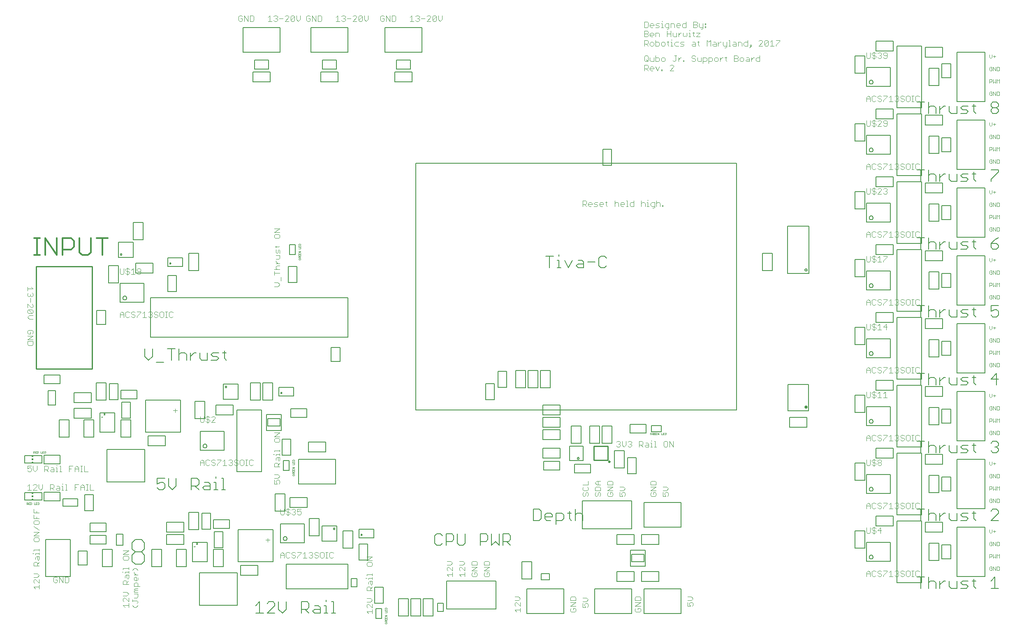
<source format=gto>
G75*
%MOIN*%
%OFA0B0*%
%FSLAX25Y25*%
%IPPOS*%
%LPD*%
%AMOC8*
5,1,8,0,0,1.08239X$1,22.5*
%
%ADD10C,0.00800*%
%ADD11C,0.01200*%
%ADD12C,0.00400*%
%ADD13C,0.00100*%
%ADD14C,0.00300*%
%ADD15C,0.00500*%
%ADD16R,0.01181X0.00591*%
%ADD17R,0.01181X0.01181*%
%ADD18C,0.01000*%
%ADD19C,0.00600*%
%ADD20C,0.02559*%
D10*
X0231086Y0691630D02*
X0237225Y0691630D01*
X0240294Y0691630D02*
X0246433Y0697769D01*
X0246433Y0699304D01*
X0244898Y0700838D01*
X0241829Y0700838D01*
X0240294Y0699304D01*
X0234156Y0700838D02*
X0234156Y0691630D01*
X0240294Y0691630D02*
X0246433Y0691630D01*
X0249502Y0694700D02*
X0249502Y0700838D01*
X0249502Y0694700D02*
X0252571Y0691630D01*
X0255641Y0694700D01*
X0255641Y0700838D01*
X0267918Y0700838D02*
X0267918Y0691630D01*
X0267918Y0694700D02*
X0272522Y0694700D01*
X0274056Y0696234D01*
X0274056Y0699304D01*
X0272522Y0700838D01*
X0267918Y0700838D01*
X0270987Y0694700D02*
X0274056Y0691630D01*
X0277126Y0693165D02*
X0278660Y0694700D01*
X0283264Y0694700D01*
X0283264Y0696234D02*
X0283264Y0691630D01*
X0278660Y0691630D01*
X0277126Y0693165D01*
X0278660Y0697769D02*
X0281730Y0697769D01*
X0283264Y0696234D01*
X0286334Y0697769D02*
X0287868Y0697769D01*
X0287868Y0691630D01*
X0286334Y0691630D02*
X0289403Y0691630D01*
X0292472Y0691630D02*
X0295541Y0691630D01*
X0294007Y0691630D02*
X0294007Y0700838D01*
X0292472Y0700838D01*
X0287868Y0700838D02*
X0287868Y0702373D01*
X0234156Y0700838D02*
X0231086Y0697769D01*
X0206333Y0791630D02*
X0203264Y0791630D01*
X0204799Y0791630D02*
X0204799Y0800838D01*
X0203264Y0800838D01*
X0198660Y0800838D02*
X0198660Y0802373D01*
X0198660Y0797769D02*
X0198660Y0791630D01*
X0197126Y0791630D02*
X0200195Y0791630D01*
X0194056Y0791630D02*
X0189452Y0791630D01*
X0187918Y0793165D01*
X0189452Y0794700D01*
X0194056Y0794700D01*
X0194056Y0796234D02*
X0194056Y0791630D01*
X0194056Y0796234D02*
X0192522Y0797769D01*
X0189452Y0797769D01*
X0184848Y0799304D02*
X0184848Y0796234D01*
X0183314Y0794700D01*
X0178710Y0794700D01*
X0181779Y0794700D02*
X0184848Y0791630D01*
X0178710Y0791630D02*
X0178710Y0800838D01*
X0183314Y0800838D01*
X0184848Y0799304D01*
X0197126Y0797769D02*
X0198660Y0797769D01*
X0166433Y0794700D02*
X0166433Y0800838D01*
X0166433Y0794700D02*
X0163363Y0791630D01*
X0160294Y0794700D01*
X0160294Y0800838D01*
X0157225Y0800838D02*
X0151086Y0800838D01*
X0151086Y0796234D01*
X0154156Y0797769D01*
X0155690Y0797769D01*
X0157225Y0796234D01*
X0157225Y0793165D01*
X0155690Y0791630D01*
X0152621Y0791630D01*
X0151086Y0793165D01*
X0150294Y0895096D02*
X0156433Y0895096D01*
X0162571Y0896630D02*
X0162571Y0905838D01*
X0159502Y0905838D02*
X0165641Y0905838D01*
X0168710Y0905838D02*
X0168710Y0896630D01*
X0168710Y0901234D02*
X0170245Y0902769D01*
X0173314Y0902769D01*
X0174848Y0901234D01*
X0174848Y0896630D01*
X0177918Y0896630D02*
X0177918Y0902769D01*
X0180987Y0902769D02*
X0182522Y0902769D01*
X0180987Y0902769D02*
X0177918Y0899700D01*
X0185591Y0898165D02*
X0187126Y0896630D01*
X0191730Y0896630D01*
X0191730Y0902769D01*
X0194799Y0901234D02*
X0196333Y0902769D01*
X0200937Y0902769D01*
X0204007Y0902769D02*
X0207076Y0902769D01*
X0205541Y0904304D02*
X0205541Y0898165D01*
X0207076Y0896630D01*
X0200937Y0898165D02*
X0199403Y0899700D01*
X0196333Y0899700D01*
X0194799Y0901234D01*
X0194799Y0896630D02*
X0199403Y0896630D01*
X0200937Y0898165D01*
X0185591Y0898165D02*
X0185591Y0902769D01*
X0147225Y0899700D02*
X0147225Y0905838D01*
X0147225Y0899700D02*
X0144156Y0896630D01*
X0141086Y0899700D01*
X0141086Y0905838D01*
X0376086Y0754304D02*
X0376086Y0748165D01*
X0377621Y0746630D01*
X0380690Y0746630D01*
X0382225Y0748165D01*
X0385294Y0746630D02*
X0385294Y0755838D01*
X0389898Y0755838D01*
X0391433Y0754304D01*
X0391433Y0751234D01*
X0389898Y0749700D01*
X0385294Y0749700D01*
X0382225Y0754304D02*
X0380690Y0755838D01*
X0377621Y0755838D01*
X0376086Y0754304D01*
X0394502Y0755838D02*
X0394502Y0748165D01*
X0396037Y0746630D01*
X0399106Y0746630D01*
X0400641Y0748165D01*
X0400641Y0755838D01*
X0412918Y0755838D02*
X0412918Y0746630D01*
X0412918Y0749700D02*
X0417522Y0749700D01*
X0419056Y0751234D01*
X0419056Y0754304D01*
X0417522Y0755838D01*
X0412918Y0755838D01*
X0422126Y0755838D02*
X0422126Y0746630D01*
X0425195Y0749700D01*
X0428264Y0746630D01*
X0428264Y0755838D01*
X0431334Y0755838D02*
X0435937Y0755838D01*
X0437472Y0754304D01*
X0437472Y0751234D01*
X0435937Y0749700D01*
X0431334Y0749700D01*
X0434403Y0749700D02*
X0437472Y0746630D01*
X0431334Y0746630D02*
X0431334Y0755838D01*
X0456086Y0766630D02*
X0460690Y0766630D01*
X0462225Y0768165D01*
X0462225Y0774304D01*
X0460690Y0775838D01*
X0456086Y0775838D01*
X0456086Y0766630D01*
X0465294Y0768165D02*
X0465294Y0771234D01*
X0466829Y0772769D01*
X0469898Y0772769D01*
X0471433Y0771234D01*
X0471433Y0769700D01*
X0465294Y0769700D01*
X0465294Y0768165D02*
X0466829Y0766630D01*
X0469898Y0766630D01*
X0474502Y0766630D02*
X0479106Y0766630D01*
X0480641Y0768165D01*
X0480641Y0771234D01*
X0479106Y0772769D01*
X0474502Y0772769D01*
X0474502Y0763561D01*
X0485245Y0768165D02*
X0486779Y0766630D01*
X0485245Y0768165D02*
X0485245Y0774304D01*
X0483710Y0772769D02*
X0486779Y0772769D01*
X0489848Y0771234D02*
X0491383Y0772769D01*
X0494452Y0772769D01*
X0495987Y0771234D01*
X0495987Y0766630D01*
X0489848Y0766630D02*
X0489848Y0775838D01*
X0662222Y0855600D02*
X0679151Y0855600D01*
X0679151Y0876860D01*
X0662222Y0876860D01*
X0662222Y0855600D01*
X0767027Y0830838D02*
X0773166Y0830838D01*
X0776235Y0830838D02*
X0776235Y0821630D01*
X0776235Y0826234D02*
X0777770Y0827769D01*
X0780839Y0827769D01*
X0782374Y0826234D01*
X0782374Y0821630D01*
X0785443Y0821630D02*
X0785443Y0827769D01*
X0788512Y0827769D02*
X0790047Y0827769D01*
X0788512Y0827769D02*
X0785443Y0824700D01*
X0793116Y0823165D02*
X0793116Y0827769D01*
X0793116Y0823165D02*
X0794651Y0821630D01*
X0799255Y0821630D01*
X0799255Y0827769D01*
X0802324Y0826234D02*
X0803859Y0827769D01*
X0808463Y0827769D01*
X0811532Y0827769D02*
X0814601Y0827769D01*
X0813067Y0829304D02*
X0813067Y0823165D01*
X0814601Y0821630D01*
X0808463Y0823165D02*
X0806928Y0824700D01*
X0803859Y0824700D01*
X0802324Y0826234D01*
X0802324Y0821630D02*
X0806928Y0821630D01*
X0808463Y0823165D01*
X0826878Y0823165D02*
X0828413Y0821630D01*
X0831482Y0821630D01*
X0833017Y0823165D01*
X0833017Y0824700D01*
X0831482Y0826234D01*
X0829948Y0826234D01*
X0831482Y0826234D02*
X0833017Y0827769D01*
X0833017Y0829304D01*
X0831482Y0830838D01*
X0828413Y0830838D01*
X0826878Y0829304D01*
X0831482Y0876630D02*
X0831482Y0885838D01*
X0826878Y0881234D01*
X0833017Y0881234D01*
X0814601Y0882769D02*
X0811532Y0882769D01*
X0813067Y0884304D02*
X0813067Y0878165D01*
X0814601Y0876630D01*
X0808463Y0878165D02*
X0806928Y0879700D01*
X0803859Y0879700D01*
X0802324Y0881234D01*
X0803859Y0882769D01*
X0808463Y0882769D01*
X0808463Y0878165D02*
X0806928Y0876630D01*
X0802324Y0876630D01*
X0799255Y0876630D02*
X0799255Y0882769D01*
X0799255Y0876630D02*
X0794651Y0876630D01*
X0793116Y0878165D01*
X0793116Y0882769D01*
X0790047Y0882769D02*
X0788512Y0882769D01*
X0785443Y0879700D01*
X0785443Y0882769D02*
X0785443Y0876630D01*
X0782374Y0876630D02*
X0782374Y0881234D01*
X0780839Y0882769D01*
X0777770Y0882769D01*
X0776235Y0881234D01*
X0776235Y0885838D02*
X0776235Y0876630D01*
X0770097Y0876630D02*
X0770097Y0885838D01*
X0773166Y0885838D02*
X0767027Y0885838D01*
X0770097Y0931630D02*
X0770097Y0940838D01*
X0773166Y0940838D02*
X0767027Y0940838D01*
X0776235Y0940838D02*
X0776235Y0931630D01*
X0776235Y0936234D02*
X0777770Y0937769D01*
X0780839Y0937769D01*
X0782374Y0936234D01*
X0782374Y0931630D01*
X0785443Y0931630D02*
X0785443Y0937769D01*
X0788512Y0937769D02*
X0790047Y0937769D01*
X0788512Y0937769D02*
X0785443Y0934700D01*
X0793116Y0933165D02*
X0793116Y0937769D01*
X0793116Y0933165D02*
X0794651Y0931630D01*
X0799255Y0931630D01*
X0799255Y0937769D01*
X0802324Y0936234D02*
X0803859Y0934700D01*
X0806928Y0934700D01*
X0808463Y0933165D01*
X0806928Y0931630D01*
X0802324Y0931630D01*
X0802324Y0936234D02*
X0803859Y0937769D01*
X0808463Y0937769D01*
X0811532Y0937769D02*
X0814601Y0937769D01*
X0813067Y0939304D02*
X0813067Y0933165D01*
X0814601Y0931630D01*
X0826878Y0933165D02*
X0828413Y0931630D01*
X0831482Y0931630D01*
X0833017Y0933165D01*
X0833017Y0936234D01*
X0831482Y0937769D01*
X0829948Y0937769D01*
X0826878Y0936234D01*
X0826878Y0940838D01*
X0833017Y0940838D01*
X0831482Y0986630D02*
X0833017Y0988165D01*
X0833017Y0989700D01*
X0831482Y0991234D01*
X0826878Y0991234D01*
X0826878Y0988165D01*
X0828413Y0986630D01*
X0831482Y0986630D01*
X0826878Y0991234D02*
X0829948Y0994304D01*
X0833017Y0995838D01*
X0814601Y0992769D02*
X0811532Y0992769D01*
X0813067Y0994304D02*
X0813067Y0988165D01*
X0814601Y0986630D01*
X0808463Y0988165D02*
X0806928Y0989700D01*
X0803859Y0989700D01*
X0802324Y0991234D01*
X0803859Y0992769D01*
X0808463Y0992769D01*
X0808463Y0988165D02*
X0806928Y0986630D01*
X0802324Y0986630D01*
X0799255Y0986630D02*
X0799255Y0992769D01*
X0799255Y0986630D02*
X0794651Y0986630D01*
X0793116Y0988165D01*
X0793116Y0992769D01*
X0790047Y0992769D02*
X0788512Y0992769D01*
X0785443Y0989700D01*
X0785443Y0992769D02*
X0785443Y0986630D01*
X0782374Y0986630D02*
X0782374Y0991234D01*
X0780839Y0992769D01*
X0777770Y0992769D01*
X0776235Y0991234D01*
X0776235Y0995838D02*
X0776235Y0986630D01*
X0770097Y0986630D02*
X0770097Y0995838D01*
X0773166Y0995838D02*
X0767027Y0995838D01*
X0770097Y1041630D02*
X0770097Y1050838D01*
X0773166Y1050838D02*
X0767027Y1050838D01*
X0776235Y1050838D02*
X0776235Y1041630D01*
X0776235Y1046234D02*
X0777770Y1047769D01*
X0780839Y1047769D01*
X0782374Y1046234D01*
X0782374Y1041630D01*
X0785443Y1041630D02*
X0785443Y1047769D01*
X0788512Y1047769D02*
X0790047Y1047769D01*
X0788512Y1047769D02*
X0785443Y1044700D01*
X0793116Y1043165D02*
X0794651Y1041630D01*
X0799255Y1041630D01*
X0799255Y1047769D01*
X0802324Y1046234D02*
X0803859Y1047769D01*
X0808463Y1047769D01*
X0811532Y1047769D02*
X0814601Y1047769D01*
X0813067Y1049304D02*
X0813067Y1043165D01*
X0814601Y1041630D01*
X0808463Y1043165D02*
X0806928Y1044700D01*
X0803859Y1044700D01*
X0802324Y1046234D01*
X0802324Y1041630D02*
X0806928Y1041630D01*
X0808463Y1043165D01*
X0793116Y1043165D02*
X0793116Y1047769D01*
X0826878Y1050838D02*
X0833017Y1050838D01*
X0833017Y1049304D01*
X0826878Y1043165D01*
X0826878Y1041630D01*
X0828413Y1096630D02*
X0826878Y1098165D01*
X0826878Y1099700D01*
X0828413Y1101234D01*
X0831482Y1101234D01*
X0833017Y1099700D01*
X0833017Y1098165D01*
X0831482Y1096630D01*
X0828413Y1096630D01*
X0828413Y1101234D02*
X0826878Y1102769D01*
X0826878Y1104304D01*
X0828413Y1105838D01*
X0831482Y1105838D01*
X0833017Y1104304D01*
X0833017Y1102769D01*
X0831482Y1101234D01*
X0814601Y1102769D02*
X0811532Y1102769D01*
X0813067Y1104304D02*
X0813067Y1098165D01*
X0814601Y1096630D01*
X0808463Y1098165D02*
X0806928Y1099700D01*
X0803859Y1099700D01*
X0802324Y1101234D01*
X0803859Y1102769D01*
X0808463Y1102769D01*
X0808463Y1098165D02*
X0806928Y1096630D01*
X0802324Y1096630D01*
X0799255Y1096630D02*
X0799255Y1102769D01*
X0799255Y1096630D02*
X0794651Y1096630D01*
X0793116Y1098165D01*
X0793116Y1102769D01*
X0790047Y1102769D02*
X0788512Y1102769D01*
X0785443Y1099700D01*
X0785443Y1102769D02*
X0785443Y1096630D01*
X0782374Y1096630D02*
X0782374Y1101234D01*
X0780839Y1102769D01*
X0777770Y1102769D01*
X0776235Y1101234D01*
X0776235Y1105838D02*
X0776235Y1096630D01*
X0770097Y1096630D02*
X0770097Y1105838D01*
X0773166Y1105838D02*
X0767027Y1105838D01*
X0770097Y0830838D02*
X0770097Y0821630D01*
X0770097Y0775838D02*
X0770097Y0766630D01*
X0776235Y0766630D02*
X0776235Y0775838D01*
X0773166Y0775838D02*
X0767027Y0775838D01*
X0776235Y0771234D02*
X0777770Y0772769D01*
X0780839Y0772769D01*
X0782374Y0771234D01*
X0782374Y0766630D01*
X0785443Y0766630D02*
X0785443Y0772769D01*
X0788512Y0772769D02*
X0790047Y0772769D01*
X0788512Y0772769D02*
X0785443Y0769700D01*
X0793116Y0768165D02*
X0794651Y0766630D01*
X0799255Y0766630D01*
X0799255Y0772769D01*
X0802324Y0771234D02*
X0803859Y0772769D01*
X0808463Y0772769D01*
X0811532Y0772769D02*
X0814601Y0772769D01*
X0813067Y0774304D02*
X0813067Y0768165D01*
X0814601Y0766630D01*
X0808463Y0768165D02*
X0806928Y0769700D01*
X0803859Y0769700D01*
X0802324Y0771234D01*
X0802324Y0766630D02*
X0806928Y0766630D01*
X0808463Y0768165D01*
X0793116Y0768165D02*
X0793116Y0772769D01*
X0826878Y0774304D02*
X0828413Y0775838D01*
X0831482Y0775838D01*
X0833017Y0774304D01*
X0833017Y0772769D01*
X0826878Y0766630D01*
X0833017Y0766630D01*
X0829948Y0720838D02*
X0829948Y0711630D01*
X0833017Y0711630D02*
X0826878Y0711630D01*
X0826878Y0717769D02*
X0829948Y0720838D01*
X0814601Y0717769D02*
X0811532Y0717769D01*
X0813067Y0719304D02*
X0813067Y0713165D01*
X0814601Y0711630D01*
X0808463Y0713165D02*
X0806928Y0714700D01*
X0803859Y0714700D01*
X0802324Y0716234D01*
X0803859Y0717769D01*
X0808463Y0717769D01*
X0808463Y0713165D02*
X0806928Y0711630D01*
X0802324Y0711630D01*
X0799255Y0711630D02*
X0799255Y0717769D01*
X0799255Y0711630D02*
X0794651Y0711630D01*
X0793116Y0713165D01*
X0793116Y0717769D01*
X0790047Y0717769D02*
X0788512Y0717769D01*
X0785443Y0714700D01*
X0785443Y0717769D02*
X0785443Y0711630D01*
X0782374Y0711630D02*
X0782374Y0716234D01*
X0780839Y0717769D01*
X0777770Y0717769D01*
X0776235Y0716234D01*
X0776235Y0720838D02*
X0776235Y0711630D01*
X0770097Y0711630D02*
X0770097Y0720838D01*
X0773166Y0720838D02*
X0767027Y0720838D01*
X0515195Y0973165D02*
X0513660Y0971630D01*
X0510591Y0971630D01*
X0509056Y0973165D01*
X0509056Y0979304D01*
X0510591Y0980838D01*
X0513660Y0980838D01*
X0515195Y0979304D01*
X0505987Y0976234D02*
X0499848Y0976234D01*
X0496779Y0976234D02*
X0496779Y0971630D01*
X0492175Y0971630D01*
X0490641Y0973165D01*
X0492175Y0974700D01*
X0496779Y0974700D01*
X0496779Y0976234D02*
X0495245Y0977769D01*
X0492175Y0977769D01*
X0487571Y0977769D02*
X0484502Y0971630D01*
X0481433Y0977769D01*
X0476829Y0977769D02*
X0476829Y0971630D01*
X0478363Y0971630D02*
X0475294Y0971630D01*
X0469156Y0971630D02*
X0469156Y0980838D01*
X0472225Y0980838D02*
X0466086Y0980838D01*
X0475294Y0977769D02*
X0476829Y0977769D01*
X0476829Y0980838D02*
X0476829Y0982373D01*
D11*
X0111137Y0995642D02*
X0101930Y0995642D01*
X0106534Y0995642D02*
X0106534Y0981830D01*
X0097326Y0984132D02*
X0097326Y0995642D01*
X0088118Y0995642D02*
X0088118Y0984132D01*
X0090420Y0981830D01*
X0095024Y0981830D01*
X0097326Y0984132D01*
X0083514Y0988736D02*
X0081212Y0986434D01*
X0074306Y0986434D01*
X0074306Y0981830D02*
X0074306Y0995642D01*
X0081212Y0995642D01*
X0083514Y0993340D01*
X0083514Y0988736D01*
X0069702Y0981830D02*
X0069702Y0995642D01*
X0060494Y0995642D02*
X0069702Y0981830D01*
X0060494Y0981830D02*
X0060494Y0995642D01*
X0055890Y0995642D02*
X0051286Y0995642D01*
X0053588Y0995642D02*
X0053588Y0981830D01*
X0051286Y0981830D02*
X0055890Y0981830D01*
D12*
X0048956Y0956030D02*
X0050490Y0954496D01*
X0045886Y0954496D01*
X0045886Y0956030D02*
X0045886Y0952961D01*
X0046654Y0951426D02*
X0045886Y0950659D01*
X0045886Y0949124D01*
X0046654Y0948357D01*
X0047421Y0948357D01*
X0048188Y0949124D01*
X0048188Y0949892D01*
X0048188Y0949124D02*
X0048956Y0948357D01*
X0049723Y0948357D01*
X0050490Y0949124D01*
X0050490Y0950659D01*
X0049723Y0951426D01*
X0048188Y0946823D02*
X0048188Y0943753D01*
X0049723Y0942219D02*
X0050490Y0941451D01*
X0050490Y0939917D01*
X0049723Y0939149D01*
X0048956Y0939149D01*
X0045886Y0942219D01*
X0045886Y0939149D01*
X0046654Y0937615D02*
X0049723Y0934545D01*
X0046654Y0934545D01*
X0045886Y0935313D01*
X0045886Y0936847D01*
X0046654Y0937615D01*
X0049723Y0937615D01*
X0050490Y0936847D01*
X0050490Y0935313D01*
X0049723Y0934545D01*
X0050490Y0933011D02*
X0047421Y0933011D01*
X0045886Y0931476D01*
X0047421Y0929941D01*
X0050490Y0929941D01*
X0049723Y0921030D02*
X0046654Y0921030D01*
X0045886Y0920263D01*
X0045886Y0918728D01*
X0046654Y0917961D01*
X0048188Y0917961D01*
X0048188Y0919496D01*
X0049723Y0921030D02*
X0050490Y0920263D01*
X0050490Y0918728D01*
X0049723Y0917961D01*
X0050490Y0916426D02*
X0045886Y0913357D01*
X0050490Y0913357D01*
X0050490Y0911823D02*
X0050490Y0909521D01*
X0049723Y0908753D01*
X0046654Y0908753D01*
X0045886Y0909521D01*
X0045886Y0911823D01*
X0050490Y0911823D01*
X0050490Y0916426D02*
X0045886Y0916426D01*
X0120886Y0931430D02*
X0120886Y0934500D01*
X0122421Y0936034D01*
X0123956Y0934500D01*
X0123956Y0931430D01*
X0125490Y0932198D02*
X0126258Y0931430D01*
X0127792Y0931430D01*
X0128560Y0932198D01*
X0130094Y0932198D02*
X0130861Y0931430D01*
X0132396Y0931430D01*
X0133163Y0932198D01*
X0133163Y0932965D01*
X0132396Y0933732D01*
X0130861Y0933732D01*
X0130094Y0934500D01*
X0130094Y0935267D01*
X0130861Y0936034D01*
X0132396Y0936034D01*
X0133163Y0935267D01*
X0134698Y0936034D02*
X0137767Y0936034D01*
X0137767Y0935267D01*
X0134698Y0932198D01*
X0134698Y0931430D01*
X0139302Y0931430D02*
X0142371Y0931430D01*
X0140837Y0931430D02*
X0140837Y0936034D01*
X0139302Y0934500D01*
X0143906Y0935267D02*
X0144673Y0936034D01*
X0146208Y0936034D01*
X0146975Y0935267D01*
X0146975Y0934500D01*
X0146208Y0933732D01*
X0146975Y0932965D01*
X0146975Y0932198D01*
X0146208Y0931430D01*
X0144673Y0931430D01*
X0143906Y0932198D01*
X0145441Y0933732D02*
X0146208Y0933732D01*
X0148510Y0934500D02*
X0149277Y0933732D01*
X0150812Y0933732D01*
X0151579Y0932965D01*
X0151579Y0932198D01*
X0150812Y0931430D01*
X0149277Y0931430D01*
X0148510Y0932198D01*
X0148510Y0934500D02*
X0148510Y0935267D01*
X0149277Y0936034D01*
X0150812Y0936034D01*
X0151579Y0935267D01*
X0153114Y0935267D02*
X0153114Y0932198D01*
X0153881Y0931430D01*
X0155416Y0931430D01*
X0156183Y0932198D01*
X0156183Y0935267D01*
X0155416Y0936034D01*
X0153881Y0936034D01*
X0153114Y0935267D01*
X0157718Y0936034D02*
X0159252Y0936034D01*
X0158485Y0936034D02*
X0158485Y0931430D01*
X0157718Y0931430D02*
X0159252Y0931430D01*
X0160787Y0932198D02*
X0161554Y0931430D01*
X0163089Y0931430D01*
X0163856Y0932198D01*
X0163856Y0935267D02*
X0163089Y0936034D01*
X0161554Y0936034D01*
X0160787Y0935267D01*
X0160787Y0932198D01*
X0128560Y0935267D02*
X0127792Y0936034D01*
X0126258Y0936034D01*
X0125490Y0935267D01*
X0125490Y0932198D01*
X0123956Y0933732D02*
X0120886Y0933732D01*
X0127025Y0965663D02*
X0127025Y0971802D01*
X0127792Y0971034D02*
X0128560Y0970267D01*
X0127792Y0971034D02*
X0126258Y0971034D01*
X0125490Y0970267D01*
X0125490Y0969500D01*
X0126258Y0968732D01*
X0127792Y0968732D01*
X0128560Y0967965D01*
X0128560Y0967198D01*
X0127792Y0966430D01*
X0126258Y0966430D01*
X0125490Y0967198D01*
X0123956Y0967198D02*
X0123956Y0971034D01*
X0120886Y0971034D02*
X0120886Y0967198D01*
X0121654Y0966430D01*
X0123188Y0966430D01*
X0123956Y0967198D01*
X0130094Y0966430D02*
X0133163Y0966430D01*
X0131629Y0966430D02*
X0131629Y0971034D01*
X0130094Y0969500D01*
X0134698Y0969500D02*
X0135465Y0968732D01*
X0137767Y0968732D01*
X0137767Y0967198D02*
X0137767Y0970267D01*
X0137000Y0971034D01*
X0135465Y0971034D01*
X0134698Y0970267D01*
X0134698Y0969500D01*
X0134698Y0967198D02*
X0135465Y0966430D01*
X0137000Y0966430D01*
X0137767Y0967198D01*
X0165684Y0857396D02*
X0165684Y0854326D01*
X0164150Y0855861D02*
X0167219Y0855861D01*
X0185886Y0851034D02*
X0185886Y0847198D01*
X0186654Y0846430D01*
X0188188Y0846430D01*
X0188956Y0847198D01*
X0188956Y0851034D01*
X0190490Y0850267D02*
X0191258Y0851034D01*
X0192792Y0851034D01*
X0193560Y0850267D01*
X0195094Y0850267D02*
X0195861Y0851034D01*
X0197396Y0851034D01*
X0198163Y0850267D01*
X0198163Y0849500D01*
X0195094Y0846430D01*
X0198163Y0846430D01*
X0193560Y0847198D02*
X0193560Y0847965D01*
X0192792Y0848732D01*
X0191258Y0848732D01*
X0190490Y0849500D01*
X0190490Y0850267D01*
X0192025Y0851802D02*
X0192025Y0845663D01*
X0192792Y0846430D02*
X0193560Y0847198D01*
X0192792Y0846430D02*
X0191258Y0846430D01*
X0190490Y0847198D01*
X0191258Y0816034D02*
X0190490Y0815267D01*
X0190490Y0812198D01*
X0191258Y0811430D01*
X0192792Y0811430D01*
X0193560Y0812198D01*
X0195094Y0812198D02*
X0195861Y0811430D01*
X0197396Y0811430D01*
X0198163Y0812198D01*
X0198163Y0812965D01*
X0197396Y0813732D01*
X0195861Y0813732D01*
X0195094Y0814500D01*
X0195094Y0815267D01*
X0195861Y0816034D01*
X0197396Y0816034D01*
X0198163Y0815267D01*
X0199698Y0816034D02*
X0202767Y0816034D01*
X0202767Y0815267D01*
X0199698Y0812198D01*
X0199698Y0811430D01*
X0204302Y0811430D02*
X0207371Y0811430D01*
X0205837Y0811430D02*
X0205837Y0816034D01*
X0204302Y0814500D01*
X0208906Y0815267D02*
X0209673Y0816034D01*
X0211208Y0816034D01*
X0211975Y0815267D01*
X0211975Y0814500D01*
X0211208Y0813732D01*
X0211975Y0812965D01*
X0211975Y0812198D01*
X0211208Y0811430D01*
X0209673Y0811430D01*
X0208906Y0812198D01*
X0210441Y0813732D02*
X0211208Y0813732D01*
X0213510Y0814500D02*
X0214277Y0813732D01*
X0215812Y0813732D01*
X0216579Y0812965D01*
X0216579Y0812198D01*
X0215812Y0811430D01*
X0214277Y0811430D01*
X0213510Y0812198D01*
X0213510Y0814500D02*
X0213510Y0815267D01*
X0214277Y0816034D01*
X0215812Y0816034D01*
X0216579Y0815267D01*
X0218114Y0815267D02*
X0218114Y0812198D01*
X0218881Y0811430D01*
X0220416Y0811430D01*
X0221183Y0812198D01*
X0221183Y0815267D01*
X0220416Y0816034D01*
X0218881Y0816034D01*
X0218114Y0815267D01*
X0222718Y0816034D02*
X0224252Y0816034D01*
X0223485Y0816034D02*
X0223485Y0811430D01*
X0222718Y0811430D02*
X0224252Y0811430D01*
X0225787Y0812198D02*
X0226554Y0811430D01*
X0228089Y0811430D01*
X0228856Y0812198D01*
X0228856Y0815267D02*
X0228089Y0816034D01*
X0226554Y0816034D01*
X0225787Y0815267D01*
X0225787Y0812198D01*
X0245882Y0812544D02*
X0246650Y0813311D01*
X0248184Y0813311D01*
X0248952Y0812544D01*
X0248952Y0810242D01*
X0250486Y0810242D02*
X0245882Y0810242D01*
X0245882Y0812544D01*
X0248952Y0811777D02*
X0250486Y0813311D01*
X0249719Y0814846D02*
X0248952Y0815613D01*
X0248952Y0817915D01*
X0248184Y0817915D02*
X0250486Y0817915D01*
X0250486Y0815613D01*
X0249719Y0814846D01*
X0247417Y0815613D02*
X0247417Y0817148D01*
X0248184Y0817915D01*
X0247417Y0819450D02*
X0247417Y0820217D01*
X0250486Y0820217D01*
X0250486Y0819450D02*
X0250486Y0820985D01*
X0250486Y0822519D02*
X0250486Y0824054D01*
X0250486Y0823287D02*
X0245882Y0823287D01*
X0245882Y0822519D01*
X0245882Y0820217D02*
X0245115Y0820217D01*
X0246650Y0830192D02*
X0249719Y0830192D01*
X0250486Y0830960D01*
X0250486Y0832494D01*
X0249719Y0833262D01*
X0246650Y0833262D01*
X0245882Y0832494D01*
X0245882Y0830960D01*
X0246650Y0830192D01*
X0245882Y0834796D02*
X0250486Y0837866D01*
X0245882Y0837866D01*
X0245882Y0834796D02*
X0250486Y0834796D01*
X0248952Y0804104D02*
X0245882Y0804104D01*
X0248952Y0804104D02*
X0250486Y0802569D01*
X0248952Y0801034D01*
X0245882Y0801034D01*
X0245882Y0799500D02*
X0245882Y0796430D01*
X0248184Y0796430D01*
X0247417Y0797965D01*
X0247417Y0798732D01*
X0248184Y0799500D01*
X0249719Y0799500D01*
X0250486Y0798732D01*
X0250486Y0797198D01*
X0249719Y0796430D01*
X0250886Y0776034D02*
X0250886Y0772198D01*
X0251654Y0771430D01*
X0253188Y0771430D01*
X0253956Y0772198D01*
X0253956Y0776034D01*
X0255490Y0775267D02*
X0256258Y0776034D01*
X0257792Y0776034D01*
X0258560Y0775267D01*
X0260094Y0775267D02*
X0260861Y0776034D01*
X0262396Y0776034D01*
X0263163Y0775267D01*
X0263163Y0774500D01*
X0262396Y0773732D01*
X0263163Y0772965D01*
X0263163Y0772198D01*
X0262396Y0771430D01*
X0260861Y0771430D01*
X0260094Y0772198D01*
X0258560Y0772198D02*
X0258560Y0772965D01*
X0257792Y0773732D01*
X0256258Y0773732D01*
X0255490Y0774500D01*
X0255490Y0775267D01*
X0257025Y0776802D02*
X0257025Y0770663D01*
X0257792Y0771430D02*
X0258560Y0772198D01*
X0257792Y0771430D02*
X0256258Y0771430D01*
X0255490Y0772198D01*
X0261629Y0773732D02*
X0262396Y0773732D01*
X0264698Y0773732D02*
X0266233Y0774500D01*
X0267000Y0774500D01*
X0267767Y0773732D01*
X0267767Y0772198D01*
X0267000Y0771430D01*
X0265465Y0771430D01*
X0264698Y0772198D01*
X0264698Y0773732D02*
X0264698Y0776034D01*
X0267767Y0776034D01*
X0242219Y0750861D02*
X0239150Y0750861D01*
X0240684Y0749326D02*
X0240684Y0752396D01*
X0252421Y0741034D02*
X0253956Y0739500D01*
X0253956Y0736430D01*
X0255490Y0737198D02*
X0256258Y0736430D01*
X0257792Y0736430D01*
X0258560Y0737198D01*
X0260094Y0737198D02*
X0260861Y0736430D01*
X0262396Y0736430D01*
X0263163Y0737198D01*
X0263163Y0737965D01*
X0262396Y0738732D01*
X0260861Y0738732D01*
X0260094Y0739500D01*
X0260094Y0740267D01*
X0260861Y0741034D01*
X0262396Y0741034D01*
X0263163Y0740267D01*
X0264698Y0741034D02*
X0267767Y0741034D01*
X0267767Y0740267D01*
X0264698Y0737198D01*
X0264698Y0736430D01*
X0269302Y0736430D02*
X0272371Y0736430D01*
X0270837Y0736430D02*
X0270837Y0741034D01*
X0269302Y0739500D01*
X0273906Y0740267D02*
X0274673Y0741034D01*
X0276208Y0741034D01*
X0276975Y0740267D01*
X0276975Y0739500D01*
X0276208Y0738732D01*
X0276975Y0737965D01*
X0276975Y0737198D01*
X0276208Y0736430D01*
X0274673Y0736430D01*
X0273906Y0737198D01*
X0275441Y0738732D02*
X0276208Y0738732D01*
X0278510Y0739500D02*
X0279277Y0738732D01*
X0280812Y0738732D01*
X0281579Y0737965D01*
X0281579Y0737198D01*
X0280812Y0736430D01*
X0279277Y0736430D01*
X0278510Y0737198D01*
X0278510Y0739500D02*
X0278510Y0740267D01*
X0279277Y0741034D01*
X0280812Y0741034D01*
X0281579Y0740267D01*
X0283114Y0740267D02*
X0283114Y0737198D01*
X0283881Y0736430D01*
X0285416Y0736430D01*
X0286183Y0737198D01*
X0286183Y0740267D01*
X0285416Y0741034D01*
X0283881Y0741034D01*
X0283114Y0740267D01*
X0287718Y0741034D02*
X0289252Y0741034D01*
X0288485Y0741034D02*
X0288485Y0736430D01*
X0287718Y0736430D02*
X0289252Y0736430D01*
X0290787Y0737198D02*
X0291554Y0736430D01*
X0293089Y0736430D01*
X0293856Y0737198D01*
X0293856Y0740267D02*
X0293089Y0741034D01*
X0291554Y0741034D01*
X0290787Y0740267D01*
X0290787Y0737198D01*
X0320882Y0737470D02*
X0325486Y0737470D01*
X0320882Y0734400D01*
X0325486Y0734400D01*
X0324719Y0732866D02*
X0325486Y0732098D01*
X0325486Y0730564D01*
X0324719Y0729796D01*
X0321650Y0729796D01*
X0320882Y0730564D01*
X0320882Y0732098D01*
X0321650Y0732866D01*
X0324719Y0732866D01*
X0325486Y0723658D02*
X0325486Y0722123D01*
X0325486Y0722891D02*
X0320882Y0722891D01*
X0320882Y0722123D01*
X0320882Y0719821D02*
X0320115Y0719821D01*
X0322417Y0719821D02*
X0325486Y0719821D01*
X0325486Y0719054D02*
X0325486Y0720589D01*
X0325486Y0717519D02*
X0323184Y0717519D01*
X0322417Y0716752D01*
X0322417Y0715217D01*
X0323952Y0715217D02*
X0323952Y0717519D01*
X0325486Y0717519D02*
X0325486Y0715217D01*
X0324719Y0714450D01*
X0323952Y0715217D01*
X0323184Y0712915D02*
X0323952Y0712148D01*
X0323952Y0709846D01*
X0325486Y0709846D02*
X0320882Y0709846D01*
X0320882Y0712148D01*
X0321650Y0712915D01*
X0323184Y0712915D01*
X0323952Y0711381D02*
X0325486Y0712915D01*
X0322417Y0719054D02*
X0322417Y0719821D01*
X0323952Y0703708D02*
X0320882Y0703708D01*
X0323952Y0703708D02*
X0325486Y0702173D01*
X0323952Y0700638D01*
X0320882Y0700638D01*
X0321650Y0699104D02*
X0320882Y0698336D01*
X0320882Y0696802D01*
X0321650Y0696034D01*
X0321650Y0699104D02*
X0322417Y0699104D01*
X0325486Y0696034D01*
X0325486Y0699104D01*
X0325486Y0694500D02*
X0325486Y0691430D01*
X0325486Y0692965D02*
X0320882Y0692965D01*
X0322417Y0691430D01*
X0385882Y0722965D02*
X0390486Y0722965D01*
X0390486Y0721430D02*
X0390486Y0724500D01*
X0390486Y0726034D02*
X0387417Y0729104D01*
X0386650Y0729104D01*
X0385882Y0728336D01*
X0385882Y0726802D01*
X0386650Y0726034D01*
X0385882Y0722965D02*
X0387417Y0721430D01*
X0390486Y0726034D02*
X0390486Y0729104D01*
X0388952Y0730638D02*
X0390486Y0732173D01*
X0388952Y0733708D01*
X0385882Y0733708D01*
X0385882Y0730638D02*
X0388952Y0730638D01*
X0395882Y0730638D02*
X0398952Y0730638D01*
X0400486Y0732173D01*
X0398952Y0733708D01*
X0395882Y0733708D01*
X0396650Y0729104D02*
X0395882Y0728336D01*
X0395882Y0726802D01*
X0396650Y0726034D01*
X0396650Y0729104D02*
X0397417Y0729104D01*
X0400486Y0726034D01*
X0400486Y0729104D01*
X0400486Y0724500D02*
X0400486Y0721430D01*
X0400486Y0722965D02*
X0395882Y0722965D01*
X0397417Y0721430D01*
X0405882Y0722198D02*
X0406650Y0721430D01*
X0409719Y0721430D01*
X0410486Y0722198D01*
X0410486Y0723732D01*
X0409719Y0724500D01*
X0408184Y0724500D01*
X0408184Y0722965D01*
X0406650Y0724500D02*
X0405882Y0723732D01*
X0405882Y0722198D01*
X0405882Y0726034D02*
X0410486Y0729104D01*
X0405882Y0729104D01*
X0405882Y0730638D02*
X0405882Y0732940D01*
X0406650Y0733708D01*
X0409719Y0733708D01*
X0410486Y0732940D01*
X0410486Y0730638D01*
X0405882Y0730638D01*
X0405882Y0726034D02*
X0410486Y0726034D01*
X0415882Y0726034D02*
X0420486Y0729104D01*
X0415882Y0729104D01*
X0415882Y0730638D02*
X0415882Y0732940D01*
X0416650Y0733708D01*
X0419719Y0733708D01*
X0420486Y0732940D01*
X0420486Y0730638D01*
X0415882Y0730638D01*
X0415882Y0726034D02*
X0420486Y0726034D01*
X0419719Y0724500D02*
X0418184Y0724500D01*
X0418184Y0722965D01*
X0416650Y0721430D02*
X0419719Y0721430D01*
X0420486Y0722198D01*
X0420486Y0723732D01*
X0419719Y0724500D01*
X0416650Y0724500D02*
X0415882Y0723732D01*
X0415882Y0722198D01*
X0416650Y0721430D01*
X0440882Y0704896D02*
X0443952Y0704896D01*
X0445486Y0703361D01*
X0443952Y0701826D01*
X0440882Y0701826D01*
X0441650Y0700292D02*
X0440882Y0699524D01*
X0440882Y0697990D01*
X0441650Y0697223D01*
X0441650Y0700292D02*
X0442417Y0700292D01*
X0445486Y0697223D01*
X0445486Y0700292D01*
X0445486Y0695688D02*
X0445486Y0692619D01*
X0445486Y0694153D02*
X0440882Y0694153D01*
X0442417Y0692619D01*
X0485882Y0693386D02*
X0486650Y0692619D01*
X0489719Y0692619D01*
X0490486Y0693386D01*
X0490486Y0694921D01*
X0489719Y0695688D01*
X0488184Y0695688D01*
X0488184Y0694153D01*
X0486650Y0695688D02*
X0485882Y0694921D01*
X0485882Y0693386D01*
X0485882Y0697223D02*
X0490486Y0700292D01*
X0485882Y0700292D01*
X0485882Y0701826D02*
X0485882Y0704128D01*
X0486650Y0704896D01*
X0489719Y0704896D01*
X0490486Y0704128D01*
X0490486Y0701826D01*
X0485882Y0701826D01*
X0485882Y0697223D02*
X0490486Y0697223D01*
X0495882Y0696430D02*
X0498184Y0696430D01*
X0497417Y0697965D01*
X0497417Y0698732D01*
X0498184Y0699500D01*
X0499719Y0699500D01*
X0500486Y0698732D01*
X0500486Y0697198D01*
X0499719Y0696430D01*
X0495882Y0696430D02*
X0495882Y0699500D01*
X0495882Y0701034D02*
X0498952Y0701034D01*
X0500486Y0702569D01*
X0498952Y0704104D01*
X0495882Y0704104D01*
X0538382Y0704128D02*
X0538382Y0701826D01*
X0542986Y0701826D01*
X0542986Y0704128D01*
X0542219Y0704896D01*
X0539150Y0704896D01*
X0538382Y0704128D01*
X0538382Y0700292D02*
X0542986Y0700292D01*
X0538382Y0697223D01*
X0542986Y0697223D01*
X0542219Y0695688D02*
X0540684Y0695688D01*
X0540684Y0694153D01*
X0539150Y0692619D02*
X0542219Y0692619D01*
X0542986Y0693386D01*
X0542986Y0694921D01*
X0542219Y0695688D01*
X0539150Y0695688D02*
X0538382Y0694921D01*
X0538382Y0693386D01*
X0539150Y0692619D01*
X0580882Y0697223D02*
X0583184Y0697223D01*
X0582417Y0698757D01*
X0582417Y0699524D01*
X0583184Y0700292D01*
X0584719Y0700292D01*
X0585486Y0699524D01*
X0585486Y0697990D01*
X0584719Y0697223D01*
X0580882Y0697223D02*
X0580882Y0700292D01*
X0580882Y0701826D02*
X0583952Y0701826D01*
X0585486Y0703361D01*
X0583952Y0704896D01*
X0580882Y0704896D01*
X0564719Y0786430D02*
X0565486Y0787198D01*
X0565486Y0788732D01*
X0564719Y0789500D01*
X0563184Y0789500D01*
X0562417Y0788732D01*
X0562417Y0787965D01*
X0563184Y0786430D01*
X0560882Y0786430D01*
X0560882Y0789500D01*
X0560882Y0791034D02*
X0563952Y0791034D01*
X0565486Y0792569D01*
X0563952Y0794104D01*
X0560882Y0794104D01*
X0555486Y0794104D02*
X0550882Y0794104D01*
X0550882Y0795638D02*
X0550882Y0797940D01*
X0551650Y0798708D01*
X0554719Y0798708D01*
X0555486Y0797940D01*
X0555486Y0795638D01*
X0550882Y0795638D01*
X0550882Y0791034D02*
X0555486Y0794104D01*
X0555486Y0791034D02*
X0550882Y0791034D01*
X0551650Y0789500D02*
X0550882Y0788732D01*
X0550882Y0787198D01*
X0551650Y0786430D01*
X0554719Y0786430D01*
X0555486Y0787198D01*
X0555486Y0788732D01*
X0554719Y0789500D01*
X0553184Y0789500D01*
X0553184Y0787965D01*
X0530486Y0787198D02*
X0529719Y0786430D01*
X0530486Y0787198D02*
X0530486Y0788732D01*
X0529719Y0789500D01*
X0528184Y0789500D01*
X0527417Y0788732D01*
X0527417Y0787965D01*
X0528184Y0786430D01*
X0525882Y0786430D01*
X0525882Y0789500D01*
X0525882Y0791034D02*
X0528952Y0791034D01*
X0530486Y0792569D01*
X0528952Y0794104D01*
X0525882Y0794104D01*
X0520486Y0794104D02*
X0515882Y0794104D01*
X0515882Y0795638D02*
X0515882Y0797940D01*
X0516650Y0798708D01*
X0519719Y0798708D01*
X0520486Y0797940D01*
X0520486Y0795638D01*
X0515882Y0795638D01*
X0515882Y0791034D02*
X0520486Y0794104D01*
X0520486Y0791034D02*
X0515882Y0791034D01*
X0516650Y0789500D02*
X0515882Y0788732D01*
X0515882Y0787198D01*
X0516650Y0786430D01*
X0519719Y0786430D01*
X0520486Y0787198D01*
X0520486Y0788732D01*
X0519719Y0789500D01*
X0518184Y0789500D01*
X0518184Y0787965D01*
X0510486Y0787198D02*
X0509719Y0786430D01*
X0510486Y0787198D02*
X0510486Y0788732D01*
X0509719Y0789500D01*
X0508952Y0789500D01*
X0508184Y0788732D01*
X0508184Y0787198D01*
X0507417Y0786430D01*
X0506650Y0786430D01*
X0505882Y0787198D01*
X0505882Y0788732D01*
X0506650Y0789500D01*
X0505882Y0791034D02*
X0505882Y0793336D01*
X0506650Y0794104D01*
X0509719Y0794104D01*
X0510486Y0793336D01*
X0510486Y0791034D01*
X0505882Y0791034D01*
X0507417Y0795638D02*
X0505882Y0797173D01*
X0507417Y0798708D01*
X0510486Y0798708D01*
X0508184Y0798708D02*
X0508184Y0795638D01*
X0507417Y0795638D02*
X0510486Y0795638D01*
X0500486Y0795638D02*
X0500486Y0798708D01*
X0500486Y0795638D02*
X0495882Y0795638D01*
X0496650Y0794104D02*
X0495882Y0793336D01*
X0495882Y0791802D01*
X0496650Y0791034D01*
X0499719Y0791034D01*
X0500486Y0791802D01*
X0500486Y0793336D01*
X0499719Y0794104D01*
X0499719Y0789500D02*
X0500486Y0788732D01*
X0500486Y0787198D01*
X0499719Y0786430D01*
X0498184Y0787198D02*
X0498184Y0788732D01*
X0498952Y0789500D01*
X0499719Y0789500D01*
X0498184Y0787198D02*
X0497417Y0786430D01*
X0496650Y0786430D01*
X0495882Y0787198D01*
X0495882Y0788732D01*
X0496650Y0789500D01*
X0524080Y0826430D02*
X0523312Y0827198D01*
X0524080Y0826430D02*
X0525614Y0826430D01*
X0526382Y0827198D01*
X0526382Y0827965D01*
X0525614Y0828732D01*
X0524847Y0828732D01*
X0525614Y0828732D02*
X0526382Y0829500D01*
X0526382Y0830267D01*
X0525614Y0831034D01*
X0524080Y0831034D01*
X0523312Y0830267D01*
X0527916Y0831034D02*
X0527916Y0827965D01*
X0529451Y0826430D01*
X0530986Y0827965D01*
X0530986Y0831034D01*
X0532520Y0830267D02*
X0533288Y0831034D01*
X0534822Y0831034D01*
X0535589Y0830267D01*
X0535589Y0829500D01*
X0534822Y0828732D01*
X0535589Y0827965D01*
X0535589Y0827198D01*
X0534822Y0826430D01*
X0533288Y0826430D01*
X0532520Y0827198D01*
X0534055Y0828732D02*
X0534822Y0828732D01*
X0541728Y0827965D02*
X0544030Y0827965D01*
X0544797Y0828732D01*
X0544797Y0830267D01*
X0544030Y0831034D01*
X0541728Y0831034D01*
X0541728Y0826430D01*
X0543263Y0827965D02*
X0544797Y0826430D01*
X0546332Y0827198D02*
X0547099Y0826430D01*
X0549401Y0826430D01*
X0549401Y0828732D01*
X0548634Y0829500D01*
X0547099Y0829500D01*
X0547099Y0827965D02*
X0549401Y0827965D01*
X0550936Y0826430D02*
X0552471Y0826430D01*
X0551703Y0826430D02*
X0551703Y0829500D01*
X0550936Y0829500D01*
X0551703Y0831034D02*
X0551703Y0831802D01*
X0554005Y0831034D02*
X0554772Y0831034D01*
X0554772Y0826430D01*
X0554005Y0826430D02*
X0555540Y0826430D01*
X0561678Y0827198D02*
X0562446Y0826430D01*
X0563980Y0826430D01*
X0564748Y0827198D01*
X0564748Y0830267D01*
X0563980Y0831034D01*
X0562446Y0831034D01*
X0561678Y0830267D01*
X0561678Y0827198D01*
X0566282Y0826430D02*
X0566282Y0831034D01*
X0569352Y0826430D01*
X0569352Y0831034D01*
X0547099Y0827965D02*
X0546332Y0827198D01*
X0552668Y1019896D02*
X0553435Y1019896D01*
X0554203Y1020663D01*
X0554203Y1024500D01*
X0551901Y1024500D01*
X0551133Y1023732D01*
X0551133Y1022198D01*
X0551901Y1021430D01*
X0554203Y1021430D01*
X0555737Y1021430D02*
X0555737Y1026034D01*
X0556505Y1024500D02*
X0558039Y1024500D01*
X0558807Y1023732D01*
X0558807Y1021430D01*
X0560341Y1021430D02*
X0561109Y1021430D01*
X0561109Y1022198D01*
X0560341Y1022198D01*
X0560341Y1021430D01*
X0556505Y1024500D02*
X0555737Y1023732D01*
X0549599Y1021430D02*
X0548064Y1021430D01*
X0548831Y1021430D02*
X0548831Y1024500D01*
X0548064Y1024500D01*
X0548831Y1026034D02*
X0548831Y1026802D01*
X0545762Y1024500D02*
X0546529Y1023732D01*
X0546529Y1021430D01*
X0543460Y1021430D02*
X0543460Y1026034D01*
X0544228Y1024500D02*
X0545762Y1024500D01*
X0544228Y1024500D02*
X0543460Y1023732D01*
X0537322Y1024500D02*
X0535020Y1024500D01*
X0534252Y1023732D01*
X0534252Y1022198D01*
X0535020Y1021430D01*
X0537322Y1021430D01*
X0537322Y1026034D01*
X0531950Y1026034D02*
X0531950Y1021430D01*
X0531183Y1021430D02*
X0532718Y1021430D01*
X0529648Y1022965D02*
X0526579Y1022965D01*
X0526579Y1022198D02*
X0526579Y1023732D01*
X0527346Y1024500D01*
X0528881Y1024500D01*
X0529648Y1023732D01*
X0529648Y1022965D01*
X0528881Y1021430D02*
X0527346Y1021430D01*
X0526579Y1022198D01*
X0525045Y1021430D02*
X0525045Y1023732D01*
X0524277Y1024500D01*
X0522743Y1024500D01*
X0521975Y1023732D01*
X0521975Y1026034D02*
X0521975Y1021430D01*
X0515837Y1021430D02*
X0515069Y1022198D01*
X0515069Y1025267D01*
X0514302Y1024500D02*
X0515837Y1024500D01*
X0512767Y1023732D02*
X0512767Y1022965D01*
X0509698Y1022965D01*
X0509698Y1022198D02*
X0509698Y1023732D01*
X0510465Y1024500D01*
X0512000Y1024500D01*
X0512767Y1023732D01*
X0512000Y1021430D02*
X0510465Y1021430D01*
X0509698Y1022198D01*
X0508163Y1022198D02*
X0507396Y1022965D01*
X0505861Y1022965D01*
X0505094Y1023732D01*
X0505861Y1024500D01*
X0508163Y1024500D01*
X0508163Y1022198D02*
X0507396Y1021430D01*
X0505094Y1021430D01*
X0503560Y1022965D02*
X0500490Y1022965D01*
X0500490Y1022198D02*
X0500490Y1023732D01*
X0501258Y1024500D01*
X0502792Y1024500D01*
X0503560Y1023732D01*
X0503560Y1022965D01*
X0502792Y1021430D02*
X0501258Y1021430D01*
X0500490Y1022198D01*
X0498956Y1021430D02*
X0497421Y1022965D01*
X0498188Y1022965D02*
X0495886Y1022965D01*
X0495886Y1021430D02*
X0495886Y1026034D01*
X0498188Y1026034D01*
X0498956Y1025267D01*
X0498956Y1023732D01*
X0498188Y1022965D01*
X0531183Y1026034D02*
X0531950Y1026034D01*
X0545886Y1131430D02*
X0545886Y1136034D01*
X0548188Y1136034D01*
X0548956Y1135267D01*
X0548956Y1133732D01*
X0548188Y1132965D01*
X0545886Y1132965D01*
X0547421Y1132965D02*
X0548956Y1131430D01*
X0550490Y1132198D02*
X0550490Y1133732D01*
X0551258Y1134500D01*
X0552792Y1134500D01*
X0553560Y1133732D01*
X0553560Y1132965D01*
X0550490Y1132965D01*
X0550490Y1132198D02*
X0551258Y1131430D01*
X0552792Y1131430D01*
X0556629Y1131430D02*
X0558163Y1134500D01*
X0559698Y1132198D02*
X0560465Y1132198D01*
X0560465Y1131430D01*
X0559698Y1131430D01*
X0559698Y1132198D01*
X0556629Y1131430D02*
X0555094Y1134500D01*
X0555094Y1138930D02*
X0557396Y1138930D01*
X0558163Y1139698D01*
X0558163Y1141232D01*
X0557396Y1142000D01*
X0555094Y1142000D01*
X0555094Y1143534D02*
X0555094Y1138930D01*
X0553560Y1138930D02*
X0553560Y1142000D01*
X0553560Y1138930D02*
X0551258Y1138930D01*
X0550490Y1139698D01*
X0550490Y1142000D01*
X0548956Y1142767D02*
X0548956Y1139698D01*
X0548188Y1138930D01*
X0546654Y1138930D01*
X0545886Y1139698D01*
X0545886Y1142767D01*
X0546654Y1143534D01*
X0548188Y1143534D01*
X0548956Y1142767D01*
X0547421Y1140465D02*
X0548956Y1138930D01*
X0559698Y1139698D02*
X0560465Y1138930D01*
X0562000Y1138930D01*
X0562767Y1139698D01*
X0562767Y1141232D01*
X0562000Y1142000D01*
X0560465Y1142000D01*
X0559698Y1141232D01*
X0559698Y1139698D01*
X0566604Y1135267D02*
X0567371Y1136034D01*
X0568906Y1136034D01*
X0569673Y1135267D01*
X0569673Y1134500D01*
X0566604Y1131430D01*
X0569673Y1131430D01*
X0569673Y1138930D02*
X0570441Y1138930D01*
X0571208Y1139698D01*
X0571208Y1143534D01*
X0570441Y1143534D02*
X0571975Y1143534D01*
X0573510Y1142000D02*
X0573510Y1138930D01*
X0573510Y1140465D02*
X0575045Y1142000D01*
X0575812Y1142000D01*
X0577346Y1139698D02*
X0578114Y1139698D01*
X0578114Y1138930D01*
X0577346Y1138930D01*
X0577346Y1139698D01*
X0584252Y1139698D02*
X0585020Y1138930D01*
X0586554Y1138930D01*
X0587322Y1139698D01*
X0587322Y1140465D01*
X0586554Y1141232D01*
X0585020Y1141232D01*
X0584252Y1142000D01*
X0584252Y1142767D01*
X0585020Y1143534D01*
X0586554Y1143534D01*
X0587322Y1142767D01*
X0588856Y1142000D02*
X0588856Y1139698D01*
X0589624Y1138930D01*
X0591926Y1138930D01*
X0591926Y1142000D01*
X0593460Y1142000D02*
X0595762Y1142000D01*
X0596529Y1141232D01*
X0596529Y1139698D01*
X0595762Y1138930D01*
X0593460Y1138930D01*
X0593460Y1137396D02*
X0593460Y1142000D01*
X0598064Y1142000D02*
X0598064Y1137396D01*
X0598064Y1138930D02*
X0600366Y1138930D01*
X0601133Y1139698D01*
X0601133Y1141232D01*
X0600366Y1142000D01*
X0598064Y1142000D01*
X0602668Y1141232D02*
X0602668Y1139698D01*
X0603435Y1138930D01*
X0604970Y1138930D01*
X0605737Y1139698D01*
X0605737Y1141232D01*
X0604970Y1142000D01*
X0603435Y1142000D01*
X0602668Y1141232D01*
X0607272Y1140465D02*
X0608807Y1142000D01*
X0609574Y1142000D01*
X0611109Y1142000D02*
X0612643Y1142000D01*
X0611876Y1142767D02*
X0611876Y1139698D01*
X0612643Y1138930D01*
X0607272Y1138930D02*
X0607272Y1142000D01*
X0611109Y1149896D02*
X0611876Y1149896D01*
X0612643Y1150663D01*
X0612643Y1154500D01*
X0614178Y1156034D02*
X0614945Y1156034D01*
X0614945Y1151430D01*
X0614178Y1151430D02*
X0615713Y1151430D01*
X0617247Y1152198D02*
X0618014Y1152965D01*
X0620316Y1152965D01*
X0620316Y1153732D02*
X0620316Y1151430D01*
X0618014Y1151430D01*
X0617247Y1152198D01*
X0618014Y1154500D02*
X0619549Y1154500D01*
X0620316Y1153732D01*
X0621851Y1154500D02*
X0624153Y1154500D01*
X0624920Y1153732D01*
X0624920Y1151430D01*
X0626455Y1152198D02*
X0626455Y1153732D01*
X0627222Y1154500D01*
X0629524Y1154500D01*
X0629524Y1156034D02*
X0629524Y1151430D01*
X0627222Y1151430D01*
X0626455Y1152198D01*
X0621851Y1151430D02*
X0621851Y1154500D01*
X0612643Y1151430D02*
X0610341Y1151430D01*
X0609574Y1152198D01*
X0609574Y1154500D01*
X0608039Y1154500D02*
X0607272Y1154500D01*
X0605737Y1152965D01*
X0604203Y1152965D02*
X0601901Y1152965D01*
X0601133Y1152198D01*
X0601901Y1151430D01*
X0604203Y1151430D01*
X0604203Y1153732D01*
X0603435Y1154500D01*
X0601901Y1154500D01*
X0599599Y1156034D02*
X0599599Y1151430D01*
X0596529Y1151430D02*
X0596529Y1156034D01*
X0598064Y1154500D01*
X0599599Y1156034D01*
X0605737Y1154500D02*
X0605737Y1151430D01*
X0590391Y1151430D02*
X0589624Y1152198D01*
X0589624Y1155267D01*
X0590391Y1154500D02*
X0588856Y1154500D01*
X0587322Y1153732D02*
X0587322Y1151430D01*
X0585020Y1151430D01*
X0584252Y1152198D01*
X0585020Y1152965D01*
X0587322Y1152965D01*
X0587322Y1153732D02*
X0586554Y1154500D01*
X0585020Y1154500D01*
X0586554Y1158930D02*
X0585787Y1159698D01*
X0585787Y1162767D01*
X0585020Y1162000D02*
X0586554Y1162000D01*
X0588089Y1162000D02*
X0591158Y1162000D01*
X0588089Y1158930D01*
X0591158Y1158930D01*
X0591926Y1164896D02*
X0592693Y1164896D01*
X0593460Y1165663D01*
X0593460Y1169500D01*
X0594995Y1169500D02*
X0594995Y1168732D01*
X0595762Y1168732D01*
X0595762Y1169500D01*
X0594995Y1169500D01*
X0594995Y1167198D02*
X0594995Y1166430D01*
X0595762Y1166430D01*
X0595762Y1167198D01*
X0594995Y1167198D01*
X0593460Y1166430D02*
X0591158Y1166430D01*
X0590391Y1167198D01*
X0590391Y1169500D01*
X0588856Y1169500D02*
X0588089Y1168732D01*
X0585787Y1168732D01*
X0585787Y1166430D02*
X0588089Y1166430D01*
X0588856Y1167198D01*
X0588856Y1167965D01*
X0588089Y1168732D01*
X0588856Y1169500D02*
X0588856Y1170267D01*
X0588089Y1171034D01*
X0585787Y1171034D01*
X0585787Y1166430D01*
X0582718Y1164302D02*
X0582718Y1163534D01*
X0582718Y1162000D02*
X0582718Y1158930D01*
X0583485Y1158930D02*
X0581950Y1158930D01*
X0580416Y1159698D02*
X0580416Y1162000D01*
X0581950Y1162000D02*
X0582718Y1162000D01*
X0580416Y1159698D02*
X0579648Y1158930D01*
X0578881Y1159698D01*
X0578114Y1158930D01*
X0577346Y1159698D01*
X0577346Y1162000D01*
X0575812Y1162000D02*
X0575045Y1162000D01*
X0573510Y1160465D01*
X0573510Y1158930D02*
X0573510Y1162000D01*
X0571975Y1162000D02*
X0571975Y1158930D01*
X0569673Y1158930D01*
X0568906Y1159698D01*
X0568906Y1162000D01*
X0567371Y1161232D02*
X0564302Y1161232D01*
X0564302Y1158930D02*
X0564302Y1163534D01*
X0564302Y1164896D02*
X0565069Y1164896D01*
X0565837Y1165663D01*
X0565837Y1169500D01*
X0563535Y1169500D01*
X0562767Y1168732D01*
X0562767Y1167198D01*
X0563535Y1166430D01*
X0565837Y1166430D01*
X0567371Y1166430D02*
X0567371Y1169500D01*
X0569673Y1169500D01*
X0570441Y1168732D01*
X0570441Y1166430D01*
X0571975Y1167198D02*
X0571975Y1168732D01*
X0572743Y1169500D01*
X0574277Y1169500D01*
X0575045Y1168732D01*
X0575045Y1167965D01*
X0571975Y1167965D01*
X0571975Y1167198D02*
X0572743Y1166430D01*
X0574277Y1166430D01*
X0576579Y1167198D02*
X0576579Y1168732D01*
X0577346Y1169500D01*
X0579648Y1169500D01*
X0579648Y1171034D02*
X0579648Y1166430D01*
X0577346Y1166430D01*
X0576579Y1167198D01*
X0567371Y1163534D02*
X0567371Y1158930D01*
X0568139Y1156802D02*
X0568139Y1156034D01*
X0568139Y1154500D02*
X0568139Y1151430D01*
X0568906Y1151430D02*
X0567371Y1151430D01*
X0565837Y1151430D02*
X0565069Y1152198D01*
X0565069Y1155267D01*
X0564302Y1154500D02*
X0565837Y1154500D01*
X0567371Y1154500D02*
X0568139Y1154500D01*
X0570441Y1153732D02*
X0570441Y1152198D01*
X0571208Y1151430D01*
X0573510Y1151430D01*
X0575045Y1151430D02*
X0577346Y1151430D01*
X0578114Y1152198D01*
X0577346Y1152965D01*
X0575812Y1152965D01*
X0575045Y1153732D01*
X0575812Y1154500D01*
X0578114Y1154500D01*
X0573510Y1154500D02*
X0571208Y1154500D01*
X0570441Y1153732D01*
X0562767Y1153732D02*
X0562000Y1154500D01*
X0560465Y1154500D01*
X0559698Y1153732D01*
X0559698Y1152198D01*
X0560465Y1151430D01*
X0562000Y1151430D01*
X0562767Y1152198D01*
X0562767Y1153732D01*
X0558163Y1153732D02*
X0557396Y1154500D01*
X0555094Y1154500D01*
X0555094Y1156034D02*
X0555094Y1151430D01*
X0557396Y1151430D01*
X0558163Y1152198D01*
X0558163Y1153732D01*
X0553560Y1153732D02*
X0552792Y1154500D01*
X0551258Y1154500D01*
X0550490Y1153732D01*
X0550490Y1152198D01*
X0551258Y1151430D01*
X0552792Y1151430D01*
X0553560Y1152198D01*
X0553560Y1153732D01*
X0548956Y1153732D02*
X0548188Y1152965D01*
X0545886Y1152965D01*
X0545886Y1151430D02*
X0545886Y1156034D01*
X0548188Y1156034D01*
X0548956Y1155267D01*
X0548956Y1153732D01*
X0547421Y1152965D02*
X0548956Y1151430D01*
X0548188Y1158930D02*
X0545886Y1158930D01*
X0545886Y1163534D01*
X0548188Y1163534D01*
X0548956Y1162767D01*
X0548956Y1162000D01*
X0548188Y1161232D01*
X0545886Y1161232D01*
X0548188Y1161232D02*
X0548956Y1160465D01*
X0548956Y1159698D01*
X0548188Y1158930D01*
X0550490Y1159698D02*
X0550490Y1161232D01*
X0551258Y1162000D01*
X0552792Y1162000D01*
X0553560Y1161232D01*
X0553560Y1160465D01*
X0550490Y1160465D01*
X0550490Y1159698D02*
X0551258Y1158930D01*
X0552792Y1158930D01*
X0555094Y1158930D02*
X0555094Y1162000D01*
X0557396Y1162000D01*
X0558163Y1161232D01*
X0558163Y1158930D01*
X0557396Y1166430D02*
X0558163Y1167198D01*
X0557396Y1167965D01*
X0555861Y1167965D01*
X0555094Y1168732D01*
X0555861Y1169500D01*
X0558163Y1169500D01*
X0559698Y1169500D02*
X0560465Y1169500D01*
X0560465Y1166430D01*
X0559698Y1166430D02*
X0561233Y1166430D01*
X0557396Y1166430D02*
X0555094Y1166430D01*
X0553560Y1167965D02*
X0550490Y1167965D01*
X0550490Y1167198D02*
X0550490Y1168732D01*
X0551258Y1169500D01*
X0552792Y1169500D01*
X0553560Y1168732D01*
X0553560Y1167965D01*
X0552792Y1166430D02*
X0551258Y1166430D01*
X0550490Y1167198D01*
X0548956Y1167198D02*
X0548956Y1170267D01*
X0548188Y1171034D01*
X0545886Y1171034D01*
X0545886Y1166430D01*
X0548188Y1166430D01*
X0548956Y1167198D01*
X0560465Y1171034D02*
X0560465Y1171802D01*
X0568906Y1139698D02*
X0569673Y1138930D01*
X0618782Y1138930D02*
X0621084Y1138930D01*
X0621851Y1139698D01*
X0621851Y1140465D01*
X0621084Y1141232D01*
X0618782Y1141232D01*
X0618782Y1138930D02*
X0618782Y1143534D01*
X0621084Y1143534D01*
X0621851Y1142767D01*
X0621851Y1142000D01*
X0621084Y1141232D01*
X0623386Y1141232D02*
X0623386Y1139698D01*
X0624153Y1138930D01*
X0625688Y1138930D01*
X0626455Y1139698D01*
X0626455Y1141232D01*
X0625688Y1142000D01*
X0624153Y1142000D01*
X0623386Y1141232D01*
X0627990Y1139698D02*
X0628757Y1140465D01*
X0631059Y1140465D01*
X0631059Y1141232D02*
X0631059Y1138930D01*
X0628757Y1138930D01*
X0627990Y1139698D01*
X0628757Y1142000D02*
X0630292Y1142000D01*
X0631059Y1141232D01*
X0632594Y1140465D02*
X0634128Y1142000D01*
X0634896Y1142000D01*
X0636430Y1141232D02*
X0637197Y1142000D01*
X0639499Y1142000D01*
X0639499Y1143534D02*
X0639499Y1138930D01*
X0637197Y1138930D01*
X0636430Y1139698D01*
X0636430Y1141232D01*
X0632594Y1142000D02*
X0632594Y1138930D01*
X0631059Y1149896D02*
X0632594Y1151430D01*
X0631826Y1151430D01*
X0631826Y1152198D01*
X0632594Y1152198D01*
X0632594Y1151430D01*
X0638732Y1151430D02*
X0641801Y1154500D01*
X0641801Y1155267D01*
X0641034Y1156034D01*
X0639499Y1156034D01*
X0638732Y1155267D01*
X0638732Y1151430D02*
X0641801Y1151430D01*
X0643336Y1152198D02*
X0646405Y1155267D01*
X0646405Y1152198D01*
X0645638Y1151430D01*
X0644103Y1151430D01*
X0643336Y1152198D01*
X0643336Y1155267D01*
X0644103Y1156034D01*
X0645638Y1156034D01*
X0646405Y1155267D01*
X0647940Y1154500D02*
X0649475Y1156034D01*
X0649475Y1151430D01*
X0651009Y1151430D02*
X0647940Y1151430D01*
X0652544Y1151430D02*
X0652544Y1152198D01*
X0655613Y1155267D01*
X0655613Y1156034D01*
X0652544Y1156034D01*
X0725886Y1146034D02*
X0725886Y1142198D01*
X0726654Y1141430D01*
X0728188Y1141430D01*
X0728956Y1142198D01*
X0728956Y1146034D01*
X0730490Y1145267D02*
X0731258Y1146034D01*
X0732792Y1146034D01*
X0733560Y1145267D01*
X0735094Y1145267D02*
X0735861Y1146034D01*
X0737396Y1146034D01*
X0738163Y1145267D01*
X0738163Y1144500D01*
X0737396Y1143732D01*
X0738163Y1142965D01*
X0738163Y1142198D01*
X0737396Y1141430D01*
X0735861Y1141430D01*
X0735094Y1142198D01*
X0733560Y1142198D02*
X0733560Y1142965D01*
X0732792Y1143732D01*
X0731258Y1143732D01*
X0730490Y1144500D01*
X0730490Y1145267D01*
X0732025Y1146802D02*
X0732025Y1140663D01*
X0732792Y1141430D02*
X0733560Y1142198D01*
X0732792Y1141430D02*
X0731258Y1141430D01*
X0730490Y1142198D01*
X0736629Y1143732D02*
X0737396Y1143732D01*
X0739698Y1144500D02*
X0740465Y1143732D01*
X0742767Y1143732D01*
X0742767Y1142198D02*
X0742767Y1145267D01*
X0742000Y1146034D01*
X0740465Y1146034D01*
X0739698Y1145267D01*
X0739698Y1144500D01*
X0739698Y1142198D02*
X0740465Y1141430D01*
X0742000Y1141430D01*
X0742767Y1142198D01*
X0742767Y1111034D02*
X0742767Y1110267D01*
X0739698Y1107198D01*
X0739698Y1106430D01*
X0738163Y1107198D02*
X0737396Y1106430D01*
X0735861Y1106430D01*
X0735094Y1107198D01*
X0733560Y1107198D02*
X0732792Y1106430D01*
X0731258Y1106430D01*
X0730490Y1107198D01*
X0730490Y1110267D01*
X0731258Y1111034D01*
X0732792Y1111034D01*
X0733560Y1110267D01*
X0735094Y1110267D02*
X0735094Y1109500D01*
X0735861Y1108732D01*
X0737396Y1108732D01*
X0738163Y1107965D01*
X0738163Y1107198D01*
X0738163Y1110267D02*
X0737396Y1111034D01*
X0735861Y1111034D01*
X0735094Y1110267D01*
X0739698Y1111034D02*
X0742767Y1111034D01*
X0744302Y1109500D02*
X0745837Y1111034D01*
X0745837Y1106430D01*
X0747371Y1106430D02*
X0744302Y1106430D01*
X0748906Y1107198D02*
X0749673Y1106430D01*
X0751208Y1106430D01*
X0751975Y1107198D01*
X0751975Y1107965D01*
X0751208Y1108732D01*
X0750441Y1108732D01*
X0751208Y1108732D02*
X0751975Y1109500D01*
X0751975Y1110267D01*
X0751208Y1111034D01*
X0749673Y1111034D01*
X0748906Y1110267D01*
X0753510Y1110267D02*
X0753510Y1109500D01*
X0754277Y1108732D01*
X0755812Y1108732D01*
X0756579Y1107965D01*
X0756579Y1107198D01*
X0755812Y1106430D01*
X0754277Y1106430D01*
X0753510Y1107198D01*
X0753510Y1110267D02*
X0754277Y1111034D01*
X0755812Y1111034D01*
X0756579Y1110267D01*
X0758114Y1110267D02*
X0758114Y1107198D01*
X0758881Y1106430D01*
X0760416Y1106430D01*
X0761183Y1107198D01*
X0761183Y1110267D01*
X0760416Y1111034D01*
X0758881Y1111034D01*
X0758114Y1110267D01*
X0762718Y1111034D02*
X0764252Y1111034D01*
X0763485Y1111034D02*
X0763485Y1106430D01*
X0762718Y1106430D02*
X0764252Y1106430D01*
X0765787Y1107198D02*
X0766554Y1106430D01*
X0768089Y1106430D01*
X0768856Y1107198D01*
X0768856Y1110267D02*
X0768089Y1111034D01*
X0766554Y1111034D01*
X0765787Y1110267D01*
X0765787Y1107198D01*
X0742767Y1090267D02*
X0742000Y1091034D01*
X0740465Y1091034D01*
X0739698Y1090267D01*
X0739698Y1089500D01*
X0740465Y1088732D01*
X0742767Y1088732D01*
X0742767Y1087198D02*
X0742767Y1090267D01*
X0742767Y1087198D02*
X0742000Y1086430D01*
X0740465Y1086430D01*
X0739698Y1087198D01*
X0738163Y1086430D02*
X0735094Y1086430D01*
X0738163Y1089500D01*
X0738163Y1090267D01*
X0737396Y1091034D01*
X0735861Y1091034D01*
X0735094Y1090267D01*
X0733560Y1090267D02*
X0732792Y1091034D01*
X0731258Y1091034D01*
X0730490Y1090267D01*
X0730490Y1089500D01*
X0731258Y1088732D01*
X0732792Y1088732D01*
X0733560Y1087965D01*
X0733560Y1087198D01*
X0732792Y1086430D01*
X0731258Y1086430D01*
X0730490Y1087198D01*
X0728956Y1087198D02*
X0728956Y1091034D01*
X0725886Y1091034D02*
X0725886Y1087198D01*
X0726654Y1086430D01*
X0728188Y1086430D01*
X0728956Y1087198D01*
X0732025Y1085663D02*
X0732025Y1091802D01*
X0728956Y1106430D02*
X0728956Y1109500D01*
X0727421Y1111034D01*
X0725886Y1109500D01*
X0725886Y1106430D01*
X0725886Y1108732D02*
X0728956Y1108732D01*
X0727421Y1056034D02*
X0728956Y1054500D01*
X0728956Y1051430D01*
X0730490Y1052198D02*
X0731258Y1051430D01*
X0732792Y1051430D01*
X0733560Y1052198D01*
X0735094Y1052198D02*
X0735861Y1051430D01*
X0737396Y1051430D01*
X0738163Y1052198D01*
X0738163Y1052965D01*
X0737396Y1053732D01*
X0735861Y1053732D01*
X0735094Y1054500D01*
X0735094Y1055267D01*
X0735861Y1056034D01*
X0737396Y1056034D01*
X0738163Y1055267D01*
X0739698Y1056034D02*
X0742767Y1056034D01*
X0742767Y1055267D01*
X0739698Y1052198D01*
X0739698Y1051430D01*
X0744302Y1051430D02*
X0747371Y1051430D01*
X0745837Y1051430D02*
X0745837Y1056034D01*
X0744302Y1054500D01*
X0748906Y1055267D02*
X0749673Y1056034D01*
X0751208Y1056034D01*
X0751975Y1055267D01*
X0751975Y1054500D01*
X0751208Y1053732D01*
X0751975Y1052965D01*
X0751975Y1052198D01*
X0751208Y1051430D01*
X0749673Y1051430D01*
X0748906Y1052198D01*
X0750441Y1053732D02*
X0751208Y1053732D01*
X0753510Y1054500D02*
X0754277Y1053732D01*
X0755812Y1053732D01*
X0756579Y1052965D01*
X0756579Y1052198D01*
X0755812Y1051430D01*
X0754277Y1051430D01*
X0753510Y1052198D01*
X0753510Y1054500D02*
X0753510Y1055267D01*
X0754277Y1056034D01*
X0755812Y1056034D01*
X0756579Y1055267D01*
X0758114Y1055267D02*
X0758114Y1052198D01*
X0758881Y1051430D01*
X0760416Y1051430D01*
X0761183Y1052198D01*
X0761183Y1055267D01*
X0760416Y1056034D01*
X0758881Y1056034D01*
X0758114Y1055267D01*
X0762718Y1056034D02*
X0764252Y1056034D01*
X0763485Y1056034D02*
X0763485Y1051430D01*
X0762718Y1051430D02*
X0764252Y1051430D01*
X0765787Y1052198D02*
X0766554Y1051430D01*
X0768089Y1051430D01*
X0768856Y1052198D01*
X0768856Y1055267D02*
X0768089Y1056034D01*
X0766554Y1056034D01*
X0765787Y1055267D01*
X0765787Y1052198D01*
X0742767Y1035267D02*
X0742767Y1034500D01*
X0742000Y1033732D01*
X0742767Y1032965D01*
X0742767Y1032198D01*
X0742000Y1031430D01*
X0740465Y1031430D01*
X0739698Y1032198D01*
X0738163Y1031430D02*
X0735094Y1031430D01*
X0738163Y1034500D01*
X0738163Y1035267D01*
X0737396Y1036034D01*
X0735861Y1036034D01*
X0735094Y1035267D01*
X0733560Y1035267D02*
X0732792Y1036034D01*
X0731258Y1036034D01*
X0730490Y1035267D01*
X0730490Y1034500D01*
X0731258Y1033732D01*
X0732792Y1033732D01*
X0733560Y1032965D01*
X0733560Y1032198D01*
X0732792Y1031430D01*
X0731258Y1031430D01*
X0730490Y1032198D01*
X0728956Y1032198D02*
X0728956Y1036034D01*
X0725886Y1036034D02*
X0725886Y1032198D01*
X0726654Y1031430D01*
X0728188Y1031430D01*
X0728956Y1032198D01*
X0732025Y1030663D02*
X0732025Y1036802D01*
X0739698Y1035267D02*
X0740465Y1036034D01*
X0742000Y1036034D01*
X0742767Y1035267D01*
X0742000Y1033732D02*
X0741233Y1033732D01*
X0730490Y1052198D02*
X0730490Y1055267D01*
X0731258Y1056034D01*
X0732792Y1056034D01*
X0733560Y1055267D01*
X0728956Y1053732D02*
X0725886Y1053732D01*
X0725886Y1054500D02*
X0727421Y1056034D01*
X0725886Y1054500D02*
X0725886Y1051430D01*
X0727421Y1001034D02*
X0728956Y0999500D01*
X0728956Y0996430D01*
X0730490Y0997198D02*
X0731258Y0996430D01*
X0732792Y0996430D01*
X0733560Y0997198D01*
X0735094Y0997198D02*
X0735861Y0996430D01*
X0737396Y0996430D01*
X0738163Y0997198D01*
X0738163Y0997965D01*
X0737396Y0998732D01*
X0735861Y0998732D01*
X0735094Y0999500D01*
X0735094Y1000267D01*
X0735861Y1001034D01*
X0737396Y1001034D01*
X0738163Y1000267D01*
X0739698Y1001034D02*
X0742767Y1001034D01*
X0742767Y1000267D01*
X0739698Y0997198D01*
X0739698Y0996430D01*
X0744302Y0996430D02*
X0747371Y0996430D01*
X0745837Y0996430D02*
X0745837Y1001034D01*
X0744302Y0999500D01*
X0748906Y1000267D02*
X0749673Y1001034D01*
X0751208Y1001034D01*
X0751975Y1000267D01*
X0751975Y0999500D01*
X0751208Y0998732D01*
X0751975Y0997965D01*
X0751975Y0997198D01*
X0751208Y0996430D01*
X0749673Y0996430D01*
X0748906Y0997198D01*
X0750441Y0998732D02*
X0751208Y0998732D01*
X0753510Y0999500D02*
X0754277Y0998732D01*
X0755812Y0998732D01*
X0756579Y0997965D01*
X0756579Y0997198D01*
X0755812Y0996430D01*
X0754277Y0996430D01*
X0753510Y0997198D01*
X0753510Y0999500D02*
X0753510Y1000267D01*
X0754277Y1001034D01*
X0755812Y1001034D01*
X0756579Y1000267D01*
X0758114Y1000267D02*
X0758114Y0997198D01*
X0758881Y0996430D01*
X0760416Y0996430D01*
X0761183Y0997198D01*
X0761183Y1000267D01*
X0760416Y1001034D01*
X0758881Y1001034D01*
X0758114Y1000267D01*
X0762718Y1001034D02*
X0764252Y1001034D01*
X0763485Y1001034D02*
X0763485Y0996430D01*
X0762718Y0996430D02*
X0764252Y0996430D01*
X0765787Y0997198D02*
X0766554Y0996430D01*
X0768089Y0996430D01*
X0768856Y0997198D01*
X0768856Y1000267D02*
X0768089Y1001034D01*
X0766554Y1001034D01*
X0765787Y1000267D01*
X0765787Y0997198D01*
X0742767Y0981034D02*
X0742767Y0980267D01*
X0739698Y0977198D01*
X0739698Y0976430D01*
X0738163Y0976430D02*
X0735094Y0976430D01*
X0736629Y0976430D02*
X0736629Y0981034D01*
X0735094Y0979500D01*
X0733560Y0980267D02*
X0732792Y0981034D01*
X0731258Y0981034D01*
X0730490Y0980267D01*
X0730490Y0979500D01*
X0731258Y0978732D01*
X0732792Y0978732D01*
X0733560Y0977965D01*
X0733560Y0977198D01*
X0732792Y0976430D01*
X0731258Y0976430D01*
X0730490Y0977198D01*
X0728956Y0977198D02*
X0728956Y0981034D01*
X0725886Y0981034D02*
X0725886Y0977198D01*
X0726654Y0976430D01*
X0728188Y0976430D01*
X0728956Y0977198D01*
X0732025Y0975663D02*
X0732025Y0981802D01*
X0739698Y0981034D02*
X0742767Y0981034D01*
X0730490Y0997198D02*
X0730490Y1000267D01*
X0731258Y1001034D01*
X0732792Y1001034D01*
X0733560Y1000267D01*
X0728956Y0998732D02*
X0725886Y0998732D01*
X0725886Y0999500D02*
X0727421Y1001034D01*
X0725886Y0999500D02*
X0725886Y0996430D01*
X0727421Y0946034D02*
X0728956Y0944500D01*
X0728956Y0941430D01*
X0730490Y0942198D02*
X0731258Y0941430D01*
X0732792Y0941430D01*
X0733560Y0942198D01*
X0735094Y0942198D02*
X0735861Y0941430D01*
X0737396Y0941430D01*
X0738163Y0942198D01*
X0738163Y0942965D01*
X0737396Y0943732D01*
X0735861Y0943732D01*
X0735094Y0944500D01*
X0735094Y0945267D01*
X0735861Y0946034D01*
X0737396Y0946034D01*
X0738163Y0945267D01*
X0739698Y0946034D02*
X0742767Y0946034D01*
X0742767Y0945267D01*
X0739698Y0942198D01*
X0739698Y0941430D01*
X0744302Y0941430D02*
X0747371Y0941430D01*
X0745837Y0941430D02*
X0745837Y0946034D01*
X0744302Y0944500D01*
X0748906Y0945267D02*
X0749673Y0946034D01*
X0751208Y0946034D01*
X0751975Y0945267D01*
X0751975Y0944500D01*
X0751208Y0943732D01*
X0751975Y0942965D01*
X0751975Y0942198D01*
X0751208Y0941430D01*
X0749673Y0941430D01*
X0748906Y0942198D01*
X0750441Y0943732D02*
X0751208Y0943732D01*
X0753510Y0944500D02*
X0754277Y0943732D01*
X0755812Y0943732D01*
X0756579Y0942965D01*
X0756579Y0942198D01*
X0755812Y0941430D01*
X0754277Y0941430D01*
X0753510Y0942198D01*
X0753510Y0944500D02*
X0753510Y0945267D01*
X0754277Y0946034D01*
X0755812Y0946034D01*
X0756579Y0945267D01*
X0758114Y0945267D02*
X0758114Y0942198D01*
X0758881Y0941430D01*
X0760416Y0941430D01*
X0761183Y0942198D01*
X0761183Y0945267D01*
X0760416Y0946034D01*
X0758881Y0946034D01*
X0758114Y0945267D01*
X0762718Y0946034D02*
X0764252Y0946034D01*
X0763485Y0946034D02*
X0763485Y0941430D01*
X0762718Y0941430D02*
X0764252Y0941430D01*
X0765787Y0942198D02*
X0766554Y0941430D01*
X0768089Y0941430D01*
X0768856Y0942198D01*
X0768856Y0945267D02*
X0768089Y0946034D01*
X0766554Y0946034D01*
X0765787Y0945267D01*
X0765787Y0942198D01*
X0742000Y0926034D02*
X0742000Y0921430D01*
X0742767Y0923732D02*
X0739698Y0923732D01*
X0742000Y0926034D01*
X0736629Y0926034D02*
X0736629Y0921430D01*
X0738163Y0921430D02*
X0735094Y0921430D01*
X0733560Y0922198D02*
X0733560Y0922965D01*
X0732792Y0923732D01*
X0731258Y0923732D01*
X0730490Y0924500D01*
X0730490Y0925267D01*
X0731258Y0926034D01*
X0732792Y0926034D01*
X0733560Y0925267D01*
X0735094Y0924500D02*
X0736629Y0926034D01*
X0732025Y0926802D02*
X0732025Y0920663D01*
X0732792Y0921430D02*
X0733560Y0922198D01*
X0732792Y0921430D02*
X0731258Y0921430D01*
X0730490Y0922198D01*
X0728956Y0922198D02*
X0728956Y0926034D01*
X0725886Y0926034D02*
X0725886Y0922198D01*
X0726654Y0921430D01*
X0728188Y0921430D01*
X0728956Y0922198D01*
X0725886Y0941430D02*
X0725886Y0944500D01*
X0727421Y0946034D01*
X0725886Y0943732D02*
X0728956Y0943732D01*
X0730490Y0942198D02*
X0730490Y0945267D01*
X0731258Y0946034D01*
X0732792Y0946034D01*
X0733560Y0945267D01*
X0732792Y0891034D02*
X0731258Y0891034D01*
X0730490Y0890267D01*
X0730490Y0887198D01*
X0731258Y0886430D01*
X0732792Y0886430D01*
X0733560Y0887198D01*
X0735094Y0887198D02*
X0735861Y0886430D01*
X0737396Y0886430D01*
X0738163Y0887198D01*
X0738163Y0887965D01*
X0737396Y0888732D01*
X0735861Y0888732D01*
X0735094Y0889500D01*
X0735094Y0890267D01*
X0735861Y0891034D01*
X0737396Y0891034D01*
X0738163Y0890267D01*
X0739698Y0891034D02*
X0742767Y0891034D01*
X0742767Y0890267D01*
X0739698Y0887198D01*
X0739698Y0886430D01*
X0744302Y0886430D02*
X0747371Y0886430D01*
X0745837Y0886430D02*
X0745837Y0891034D01*
X0744302Y0889500D01*
X0748906Y0890267D02*
X0749673Y0891034D01*
X0751208Y0891034D01*
X0751975Y0890267D01*
X0751975Y0889500D01*
X0751208Y0888732D01*
X0751975Y0887965D01*
X0751975Y0887198D01*
X0751208Y0886430D01*
X0749673Y0886430D01*
X0748906Y0887198D01*
X0750441Y0888732D02*
X0751208Y0888732D01*
X0753510Y0889500D02*
X0754277Y0888732D01*
X0755812Y0888732D01*
X0756579Y0887965D01*
X0756579Y0887198D01*
X0755812Y0886430D01*
X0754277Y0886430D01*
X0753510Y0887198D01*
X0753510Y0889500D02*
X0753510Y0890267D01*
X0754277Y0891034D01*
X0755812Y0891034D01*
X0756579Y0890267D01*
X0758114Y0890267D02*
X0758114Y0887198D01*
X0758881Y0886430D01*
X0760416Y0886430D01*
X0761183Y0887198D01*
X0761183Y0890267D01*
X0760416Y0891034D01*
X0758881Y0891034D01*
X0758114Y0890267D01*
X0762718Y0891034D02*
X0764252Y0891034D01*
X0763485Y0891034D02*
X0763485Y0886430D01*
X0762718Y0886430D02*
X0764252Y0886430D01*
X0765787Y0887198D02*
X0766554Y0886430D01*
X0768089Y0886430D01*
X0768856Y0887198D01*
X0768856Y0890267D02*
X0768089Y0891034D01*
X0766554Y0891034D01*
X0765787Y0890267D01*
X0765787Y0887198D01*
X0741233Y0871034D02*
X0741233Y0866430D01*
X0742767Y0866430D02*
X0739698Y0866430D01*
X0738163Y0866430D02*
X0735094Y0866430D01*
X0736629Y0866430D02*
X0736629Y0871034D01*
X0735094Y0869500D01*
X0733560Y0870267D02*
X0732792Y0871034D01*
X0731258Y0871034D01*
X0730490Y0870267D01*
X0730490Y0869500D01*
X0731258Y0868732D01*
X0732792Y0868732D01*
X0733560Y0867965D01*
X0733560Y0867198D01*
X0732792Y0866430D01*
X0731258Y0866430D01*
X0730490Y0867198D01*
X0728956Y0867198D02*
X0728956Y0871034D01*
X0725886Y0871034D02*
X0725886Y0867198D01*
X0726654Y0866430D01*
X0728188Y0866430D01*
X0728956Y0867198D01*
X0732025Y0865663D02*
X0732025Y0871802D01*
X0739698Y0869500D02*
X0741233Y0871034D01*
X0728956Y0886430D02*
X0728956Y0889500D01*
X0727421Y0891034D01*
X0725886Y0889500D01*
X0725886Y0886430D01*
X0725886Y0888732D02*
X0728956Y0888732D01*
X0732792Y0891034D02*
X0733560Y0890267D01*
X0732792Y0836034D02*
X0731258Y0836034D01*
X0730490Y0835267D01*
X0730490Y0832198D01*
X0731258Y0831430D01*
X0732792Y0831430D01*
X0733560Y0832198D01*
X0735094Y0832198D02*
X0735861Y0831430D01*
X0737396Y0831430D01*
X0738163Y0832198D01*
X0738163Y0832965D01*
X0737396Y0833732D01*
X0735861Y0833732D01*
X0735094Y0834500D01*
X0735094Y0835267D01*
X0735861Y0836034D01*
X0737396Y0836034D01*
X0738163Y0835267D01*
X0739698Y0836034D02*
X0742767Y0836034D01*
X0742767Y0835267D01*
X0739698Y0832198D01*
X0739698Y0831430D01*
X0744302Y0831430D02*
X0747371Y0831430D01*
X0745837Y0831430D02*
X0745837Y0836034D01*
X0744302Y0834500D01*
X0748906Y0835267D02*
X0749673Y0836034D01*
X0751208Y0836034D01*
X0751975Y0835267D01*
X0751975Y0834500D01*
X0751208Y0833732D01*
X0751975Y0832965D01*
X0751975Y0832198D01*
X0751208Y0831430D01*
X0749673Y0831430D01*
X0748906Y0832198D01*
X0750441Y0833732D02*
X0751208Y0833732D01*
X0753510Y0834500D02*
X0754277Y0833732D01*
X0755812Y0833732D01*
X0756579Y0832965D01*
X0756579Y0832198D01*
X0755812Y0831430D01*
X0754277Y0831430D01*
X0753510Y0832198D01*
X0753510Y0834500D02*
X0753510Y0835267D01*
X0754277Y0836034D01*
X0755812Y0836034D01*
X0756579Y0835267D01*
X0758114Y0835267D02*
X0758114Y0832198D01*
X0758881Y0831430D01*
X0760416Y0831430D01*
X0761183Y0832198D01*
X0761183Y0835267D01*
X0760416Y0836034D01*
X0758881Y0836034D01*
X0758114Y0835267D01*
X0762718Y0836034D02*
X0764252Y0836034D01*
X0763485Y0836034D02*
X0763485Y0831430D01*
X0762718Y0831430D02*
X0764252Y0831430D01*
X0765787Y0832198D02*
X0766554Y0831430D01*
X0768089Y0831430D01*
X0768856Y0832198D01*
X0768856Y0835267D02*
X0768089Y0836034D01*
X0766554Y0836034D01*
X0765787Y0835267D01*
X0765787Y0832198D01*
X0738163Y0815267D02*
X0738163Y0814500D01*
X0737396Y0813732D01*
X0735861Y0813732D01*
X0735094Y0814500D01*
X0735094Y0815267D01*
X0735861Y0816034D01*
X0737396Y0816034D01*
X0738163Y0815267D01*
X0737396Y0813732D02*
X0738163Y0812965D01*
X0738163Y0812198D01*
X0737396Y0811430D01*
X0735861Y0811430D01*
X0735094Y0812198D01*
X0735094Y0812965D01*
X0735861Y0813732D01*
X0733560Y0812965D02*
X0732792Y0813732D01*
X0731258Y0813732D01*
X0730490Y0814500D01*
X0730490Y0815267D01*
X0731258Y0816034D01*
X0732792Y0816034D01*
X0733560Y0815267D01*
X0732025Y0816802D02*
X0732025Y0810663D01*
X0732792Y0811430D02*
X0733560Y0812198D01*
X0733560Y0812965D01*
X0732792Y0811430D02*
X0731258Y0811430D01*
X0730490Y0812198D01*
X0728956Y0812198D02*
X0728956Y0816034D01*
X0725886Y0816034D02*
X0725886Y0812198D01*
X0726654Y0811430D01*
X0728188Y0811430D01*
X0728956Y0812198D01*
X0728956Y0831430D02*
X0728956Y0834500D01*
X0727421Y0836034D01*
X0725886Y0834500D01*
X0725886Y0831430D01*
X0725886Y0833732D02*
X0728956Y0833732D01*
X0732792Y0836034D02*
X0733560Y0835267D01*
X0732792Y0781034D02*
X0731258Y0781034D01*
X0730490Y0780267D01*
X0730490Y0777198D01*
X0731258Y0776430D01*
X0732792Y0776430D01*
X0733560Y0777198D01*
X0735094Y0777198D02*
X0735861Y0776430D01*
X0737396Y0776430D01*
X0738163Y0777198D01*
X0738163Y0777965D01*
X0737396Y0778732D01*
X0735861Y0778732D01*
X0735094Y0779500D01*
X0735094Y0780267D01*
X0735861Y0781034D01*
X0737396Y0781034D01*
X0738163Y0780267D01*
X0739698Y0781034D02*
X0742767Y0781034D01*
X0742767Y0780267D01*
X0739698Y0777198D01*
X0739698Y0776430D01*
X0744302Y0776430D02*
X0747371Y0776430D01*
X0745837Y0776430D02*
X0745837Y0781034D01*
X0744302Y0779500D01*
X0748906Y0780267D02*
X0749673Y0781034D01*
X0751208Y0781034D01*
X0751975Y0780267D01*
X0751975Y0779500D01*
X0751208Y0778732D01*
X0751975Y0777965D01*
X0751975Y0777198D01*
X0751208Y0776430D01*
X0749673Y0776430D01*
X0748906Y0777198D01*
X0750441Y0778732D02*
X0751208Y0778732D01*
X0753510Y0779500D02*
X0754277Y0778732D01*
X0755812Y0778732D01*
X0756579Y0777965D01*
X0756579Y0777198D01*
X0755812Y0776430D01*
X0754277Y0776430D01*
X0753510Y0777198D01*
X0753510Y0779500D02*
X0753510Y0780267D01*
X0754277Y0781034D01*
X0755812Y0781034D01*
X0756579Y0780267D01*
X0758114Y0780267D02*
X0758114Y0777198D01*
X0758881Y0776430D01*
X0760416Y0776430D01*
X0761183Y0777198D01*
X0761183Y0780267D01*
X0760416Y0781034D01*
X0758881Y0781034D01*
X0758114Y0780267D01*
X0762718Y0781034D02*
X0764252Y0781034D01*
X0763485Y0781034D02*
X0763485Y0776430D01*
X0762718Y0776430D02*
X0764252Y0776430D01*
X0765787Y0777198D02*
X0766554Y0776430D01*
X0768089Y0776430D01*
X0768856Y0777198D01*
X0768856Y0780267D02*
X0768089Y0781034D01*
X0766554Y0781034D01*
X0765787Y0780267D01*
X0765787Y0777198D01*
X0737396Y0761034D02*
X0735094Y0758732D01*
X0738163Y0758732D01*
X0737396Y0756430D02*
X0737396Y0761034D01*
X0733560Y0760267D02*
X0732792Y0761034D01*
X0731258Y0761034D01*
X0730490Y0760267D01*
X0730490Y0759500D01*
X0731258Y0758732D01*
X0732792Y0758732D01*
X0733560Y0757965D01*
X0733560Y0757198D01*
X0732792Y0756430D01*
X0731258Y0756430D01*
X0730490Y0757198D01*
X0728956Y0757198D02*
X0728956Y0761034D01*
X0725886Y0761034D02*
X0725886Y0757198D01*
X0726654Y0756430D01*
X0728188Y0756430D01*
X0728956Y0757198D01*
X0732025Y0755663D02*
X0732025Y0761802D01*
X0728956Y0776430D02*
X0728956Y0779500D01*
X0727421Y0781034D01*
X0725886Y0779500D01*
X0725886Y0776430D01*
X0725886Y0778732D02*
X0728956Y0778732D01*
X0732792Y0781034D02*
X0733560Y0780267D01*
X0732792Y0726034D02*
X0731258Y0726034D01*
X0730490Y0725267D01*
X0730490Y0722198D01*
X0731258Y0721430D01*
X0732792Y0721430D01*
X0733560Y0722198D01*
X0735094Y0722198D02*
X0735861Y0721430D01*
X0737396Y0721430D01*
X0738163Y0722198D01*
X0738163Y0722965D01*
X0737396Y0723732D01*
X0735861Y0723732D01*
X0735094Y0724500D01*
X0735094Y0725267D01*
X0735861Y0726034D01*
X0737396Y0726034D01*
X0738163Y0725267D01*
X0739698Y0726034D02*
X0742767Y0726034D01*
X0742767Y0725267D01*
X0739698Y0722198D01*
X0739698Y0721430D01*
X0744302Y0721430D02*
X0747371Y0721430D01*
X0745837Y0721430D02*
X0745837Y0726034D01*
X0744302Y0724500D01*
X0748906Y0725267D02*
X0749673Y0726034D01*
X0751208Y0726034D01*
X0751975Y0725267D01*
X0751975Y0724500D01*
X0751208Y0723732D01*
X0751975Y0722965D01*
X0751975Y0722198D01*
X0751208Y0721430D01*
X0749673Y0721430D01*
X0748906Y0722198D01*
X0750441Y0723732D02*
X0751208Y0723732D01*
X0753510Y0724500D02*
X0754277Y0723732D01*
X0755812Y0723732D01*
X0756579Y0722965D01*
X0756579Y0722198D01*
X0755812Y0721430D01*
X0754277Y0721430D01*
X0753510Y0722198D01*
X0753510Y0724500D02*
X0753510Y0725267D01*
X0754277Y0726034D01*
X0755812Y0726034D01*
X0756579Y0725267D01*
X0758114Y0725267D02*
X0758114Y0722198D01*
X0758881Y0721430D01*
X0760416Y0721430D01*
X0761183Y0722198D01*
X0761183Y0725267D01*
X0760416Y0726034D01*
X0758881Y0726034D01*
X0758114Y0725267D01*
X0762718Y0726034D02*
X0764252Y0726034D01*
X0763485Y0726034D02*
X0763485Y0721430D01*
X0762718Y0721430D02*
X0764252Y0721430D01*
X0765787Y0722198D02*
X0766554Y0721430D01*
X0768089Y0721430D01*
X0768856Y0722198D01*
X0768856Y0725267D02*
X0768089Y0726034D01*
X0766554Y0726034D01*
X0765787Y0725267D01*
X0765787Y0722198D01*
X0733560Y0725267D02*
X0732792Y0726034D01*
X0728956Y0724500D02*
X0728956Y0721430D01*
X0728956Y0723732D02*
X0725886Y0723732D01*
X0725886Y0724500D02*
X0727421Y0726034D01*
X0728956Y0724500D01*
X0725886Y0724500D02*
X0725886Y0721430D01*
X0380441Y1171430D02*
X0378906Y1172965D01*
X0378906Y1176034D01*
X0377371Y1175267D02*
X0374302Y1172198D01*
X0375069Y1171430D01*
X0376604Y1171430D01*
X0377371Y1172198D01*
X0377371Y1175267D01*
X0376604Y1176034D01*
X0375069Y1176034D01*
X0374302Y1175267D01*
X0374302Y1172198D01*
X0372767Y1171430D02*
X0369698Y1171430D01*
X0372767Y1174500D01*
X0372767Y1175267D01*
X0372000Y1176034D01*
X0370465Y1176034D01*
X0369698Y1175267D01*
X0368163Y1173732D02*
X0365094Y1173732D01*
X0363560Y1172965D02*
X0363560Y1172198D01*
X0362792Y1171430D01*
X0361258Y1171430D01*
X0360490Y1172198D01*
X0358956Y1171430D02*
X0355886Y1171430D01*
X0357421Y1171430D02*
X0357421Y1176034D01*
X0355886Y1174500D01*
X0360490Y1175267D02*
X0361258Y1176034D01*
X0362792Y1176034D01*
X0363560Y1175267D01*
X0363560Y1174500D01*
X0362792Y1173732D01*
X0363560Y1172965D01*
X0362792Y1173732D02*
X0362025Y1173732D01*
X0344352Y1172198D02*
X0344352Y1175267D01*
X0343584Y1176034D01*
X0341282Y1176034D01*
X0341282Y1171430D01*
X0343584Y1171430D01*
X0344352Y1172198D01*
X0339748Y1171430D02*
X0339748Y1176034D01*
X0336678Y1176034D02*
X0339748Y1171430D01*
X0336678Y1171430D02*
X0336678Y1176034D01*
X0335144Y1175267D02*
X0334376Y1176034D01*
X0332842Y1176034D01*
X0332075Y1175267D01*
X0332075Y1172198D01*
X0332842Y1171430D01*
X0334376Y1171430D01*
X0335144Y1172198D01*
X0335144Y1173732D01*
X0333609Y1173732D01*
X0321975Y1172965D02*
X0321975Y1176034D01*
X0321975Y1172965D02*
X0320441Y1171430D01*
X0318906Y1172965D01*
X0318906Y1176034D01*
X0317371Y1175267D02*
X0314302Y1172198D01*
X0315069Y1171430D01*
X0316604Y1171430D01*
X0317371Y1172198D01*
X0317371Y1175267D01*
X0316604Y1176034D01*
X0315069Y1176034D01*
X0314302Y1175267D01*
X0314302Y1172198D01*
X0312767Y1171430D02*
X0309698Y1171430D01*
X0312767Y1174500D01*
X0312767Y1175267D01*
X0312000Y1176034D01*
X0310465Y1176034D01*
X0309698Y1175267D01*
X0308163Y1173732D02*
X0305094Y1173732D01*
X0303560Y1172965D02*
X0303560Y1172198D01*
X0302792Y1171430D01*
X0301258Y1171430D01*
X0300490Y1172198D01*
X0298956Y1171430D02*
X0295886Y1171430D01*
X0297421Y1171430D02*
X0297421Y1176034D01*
X0295886Y1174500D01*
X0300490Y1175267D02*
X0301258Y1176034D01*
X0302792Y1176034D01*
X0303560Y1175267D01*
X0303560Y1174500D01*
X0302792Y1173732D01*
X0303560Y1172965D01*
X0302792Y1173732D02*
X0302025Y1173732D01*
X0284352Y1172198D02*
X0284352Y1175267D01*
X0283584Y1176034D01*
X0281282Y1176034D01*
X0281282Y1171430D01*
X0283584Y1171430D01*
X0284352Y1172198D01*
X0279748Y1171430D02*
X0279748Y1176034D01*
X0276678Y1176034D02*
X0279748Y1171430D01*
X0276678Y1171430D02*
X0276678Y1176034D01*
X0275144Y1175267D02*
X0274376Y1176034D01*
X0272842Y1176034D01*
X0272075Y1175267D01*
X0272075Y1172198D01*
X0272842Y1171430D01*
X0274376Y1171430D01*
X0275144Y1172198D01*
X0275144Y1173732D01*
X0273609Y1173732D01*
X0266975Y1172965D02*
X0266975Y1176034D01*
X0266975Y1172965D02*
X0265441Y1171430D01*
X0263906Y1172965D01*
X0263906Y1176034D01*
X0262371Y1175267D02*
X0259302Y1172198D01*
X0260069Y1171430D01*
X0261604Y1171430D01*
X0262371Y1172198D01*
X0262371Y1175267D01*
X0261604Y1176034D01*
X0260069Y1176034D01*
X0259302Y1175267D01*
X0259302Y1172198D01*
X0257767Y1171430D02*
X0254698Y1171430D01*
X0257767Y1174500D01*
X0257767Y1175267D01*
X0257000Y1176034D01*
X0255465Y1176034D01*
X0254698Y1175267D01*
X0253163Y1173732D02*
X0250094Y1173732D01*
X0248560Y1172965D02*
X0248560Y1172198D01*
X0247792Y1171430D01*
X0246258Y1171430D01*
X0245490Y1172198D01*
X0243956Y1171430D02*
X0240886Y1171430D01*
X0242421Y1171430D02*
X0242421Y1176034D01*
X0240886Y1174500D01*
X0245490Y1175267D02*
X0246258Y1176034D01*
X0247792Y1176034D01*
X0248560Y1175267D01*
X0248560Y1174500D01*
X0247792Y1173732D01*
X0248560Y1172965D01*
X0247792Y1173732D02*
X0247025Y1173732D01*
X0229352Y1172198D02*
X0229352Y1175267D01*
X0228584Y1176034D01*
X0226282Y1176034D01*
X0226282Y1171430D01*
X0228584Y1171430D01*
X0229352Y1172198D01*
X0224748Y1171430D02*
X0224748Y1176034D01*
X0221678Y1176034D02*
X0224748Y1171430D01*
X0221678Y1171430D02*
X0221678Y1176034D01*
X0220144Y1175267D02*
X0219376Y1176034D01*
X0217842Y1176034D01*
X0217075Y1175267D01*
X0217075Y1172198D01*
X0217842Y1171430D01*
X0219376Y1171430D01*
X0220144Y1172198D01*
X0220144Y1173732D01*
X0218609Y1173732D01*
X0245882Y1003237D02*
X0250486Y1003237D01*
X0245882Y1000168D01*
X0250486Y1000168D01*
X0249719Y0998633D02*
X0246650Y0998633D01*
X0245882Y0997866D01*
X0245882Y0996331D01*
X0246650Y0995564D01*
X0249719Y0995564D01*
X0250486Y0996331D01*
X0250486Y0997866D01*
X0249719Y0998633D01*
X0250486Y0989425D02*
X0249719Y0988658D01*
X0246650Y0988658D01*
X0247417Y0987891D02*
X0247417Y0989425D01*
X0247417Y0986356D02*
X0247417Y0984054D01*
X0248184Y0983287D01*
X0248952Y0984054D01*
X0248952Y0985589D01*
X0249719Y0986356D01*
X0250486Y0985589D01*
X0250486Y0983287D01*
X0250486Y0981752D02*
X0247417Y0981752D01*
X0247417Y0978683D02*
X0249719Y0978683D01*
X0250486Y0979450D01*
X0250486Y0981752D01*
X0247417Y0977148D02*
X0247417Y0976381D01*
X0248952Y0974846D01*
X0250486Y0974846D02*
X0247417Y0974846D01*
X0248184Y0973311D02*
X0250486Y0973311D01*
X0248184Y0973311D02*
X0247417Y0972544D01*
X0247417Y0971009D01*
X0248184Y0970242D01*
X0245882Y0970242D02*
X0250486Y0970242D01*
X0250486Y0967173D02*
X0245882Y0967173D01*
X0245882Y0965638D02*
X0245882Y0968708D01*
X0251254Y0964104D02*
X0251254Y0961034D01*
X0248952Y0959500D02*
X0250486Y0957965D01*
X0248952Y0956430D01*
X0245882Y0956430D01*
X0245882Y0959500D02*
X0248952Y0959500D01*
X0192792Y0816034D02*
X0191258Y0816034D01*
X0192792Y0816034D02*
X0193560Y0815267D01*
X0188956Y0814500D02*
X0187421Y0816034D01*
X0185886Y0814500D01*
X0185886Y0811430D01*
X0185886Y0813732D02*
X0188956Y0813732D01*
X0188956Y0814500D02*
X0188956Y0811430D01*
X0127986Y0742470D02*
X0123382Y0742470D01*
X0123382Y0739400D02*
X0127986Y0742470D01*
X0127986Y0739400D02*
X0123382Y0739400D01*
X0124150Y0737866D02*
X0123382Y0737098D01*
X0123382Y0735564D01*
X0124150Y0734796D01*
X0127219Y0734796D01*
X0127986Y0735564D01*
X0127986Y0737098D01*
X0127219Y0737866D01*
X0124150Y0737866D01*
X0127986Y0728658D02*
X0127986Y0727123D01*
X0127986Y0727891D02*
X0123382Y0727891D01*
X0123382Y0727123D01*
X0123382Y0724821D02*
X0122615Y0724821D01*
X0124917Y0724821D02*
X0127986Y0724821D01*
X0127986Y0724054D02*
X0127986Y0725589D01*
X0130882Y0726356D02*
X0132417Y0727891D01*
X0133952Y0727891D01*
X0135486Y0726356D01*
X0132417Y0724821D02*
X0132417Y0724054D01*
X0133952Y0722519D01*
X0135486Y0722519D02*
X0132417Y0722519D01*
X0133184Y0720985D02*
X0133952Y0720985D01*
X0133952Y0717915D01*
X0134719Y0717915D02*
X0133184Y0717915D01*
X0132417Y0718683D01*
X0132417Y0720217D01*
X0133184Y0720985D01*
X0135486Y0720217D02*
X0135486Y0718683D01*
X0134719Y0717915D01*
X0134719Y0716381D02*
X0135486Y0715613D01*
X0135486Y0713311D01*
X0135486Y0711777D02*
X0133184Y0711777D01*
X0132417Y0711009D01*
X0133184Y0710242D01*
X0135486Y0710242D01*
X0135486Y0708708D02*
X0132417Y0708708D01*
X0132417Y0709475D01*
X0133184Y0710242D01*
X0132417Y0707173D02*
X0135486Y0707173D01*
X0135486Y0704871D01*
X0134719Y0704104D01*
X0132417Y0704104D01*
X0130882Y0702569D02*
X0130882Y0701034D01*
X0130882Y0701802D02*
X0134719Y0701802D01*
X0135486Y0701034D01*
X0135486Y0700267D01*
X0134719Y0699500D01*
X0135486Y0697965D02*
X0133952Y0696430D01*
X0132417Y0696430D01*
X0130882Y0697965D01*
X0127986Y0697965D02*
X0123382Y0697965D01*
X0124917Y0696430D01*
X0127986Y0696430D02*
X0127986Y0699500D01*
X0127986Y0701034D02*
X0124917Y0704104D01*
X0124150Y0704104D01*
X0123382Y0703336D01*
X0123382Y0701802D01*
X0124150Y0701034D01*
X0127986Y0701034D02*
X0127986Y0704104D01*
X0126452Y0705638D02*
X0127986Y0707173D01*
X0126452Y0708708D01*
X0123382Y0708708D01*
X0123382Y0705638D02*
X0126452Y0705638D01*
X0126452Y0714846D02*
X0126452Y0717148D01*
X0125684Y0717915D01*
X0124150Y0717915D01*
X0123382Y0717148D01*
X0123382Y0714846D01*
X0127986Y0714846D01*
X0126452Y0716381D02*
X0127986Y0717915D01*
X0127219Y0719450D02*
X0126452Y0720217D01*
X0126452Y0722519D01*
X0125684Y0722519D02*
X0127986Y0722519D01*
X0127986Y0720217D01*
X0127219Y0719450D01*
X0124917Y0720217D02*
X0124917Y0721752D01*
X0125684Y0722519D01*
X0124917Y0724054D02*
X0124917Y0724821D01*
X0133184Y0716381D02*
X0134719Y0716381D01*
X0133184Y0716381D02*
X0132417Y0715613D01*
X0132417Y0713311D01*
X0137021Y0713311D01*
X0079352Y0717198D02*
X0079352Y0720267D01*
X0078584Y0721034D01*
X0076282Y0721034D01*
X0076282Y0716430D01*
X0078584Y0716430D01*
X0079352Y0717198D01*
X0074748Y0716430D02*
X0074748Y0721034D01*
X0071678Y0721034D02*
X0074748Y0716430D01*
X0071678Y0716430D02*
X0071678Y0721034D01*
X0070144Y0720267D02*
X0069376Y0721034D01*
X0067842Y0721034D01*
X0067075Y0720267D01*
X0067075Y0717198D01*
X0067842Y0716430D01*
X0069376Y0716430D01*
X0070144Y0717198D01*
X0070144Y0718732D01*
X0068609Y0718732D01*
X0055486Y0719104D02*
X0055486Y0716034D01*
X0052417Y0719104D01*
X0051650Y0719104D01*
X0050882Y0718336D01*
X0050882Y0716802D01*
X0051650Y0716034D01*
X0050882Y0712965D02*
X0055486Y0712965D01*
X0055486Y0711430D02*
X0055486Y0714500D01*
X0052417Y0711430D02*
X0050882Y0712965D01*
X0050882Y0720638D02*
X0053952Y0720638D01*
X0055486Y0722173D01*
X0053952Y0723708D01*
X0050882Y0723708D01*
X0050882Y0729846D02*
X0050882Y0732148D01*
X0051650Y0732915D01*
X0053184Y0732915D01*
X0053952Y0732148D01*
X0053952Y0729846D01*
X0055486Y0729846D02*
X0050882Y0729846D01*
X0053952Y0731381D02*
X0055486Y0732915D01*
X0054719Y0734450D02*
X0053952Y0735217D01*
X0053952Y0737519D01*
X0053184Y0737519D02*
X0055486Y0737519D01*
X0055486Y0735217D01*
X0054719Y0734450D01*
X0052417Y0735217D02*
X0052417Y0736752D01*
X0053184Y0737519D01*
X0052417Y0739054D02*
X0052417Y0739821D01*
X0055486Y0739821D01*
X0055486Y0739054D02*
X0055486Y0740589D01*
X0055486Y0742123D02*
X0055486Y0743658D01*
X0055486Y0742891D02*
X0050882Y0742891D01*
X0050882Y0742123D01*
X0050882Y0739821D02*
X0050115Y0739821D01*
X0051650Y0749796D02*
X0054719Y0749796D01*
X0055486Y0750564D01*
X0055486Y0752098D01*
X0054719Y0752866D01*
X0051650Y0752866D01*
X0050882Y0752098D01*
X0050882Y0750564D01*
X0051650Y0749796D01*
X0050882Y0754400D02*
X0055486Y0757470D01*
X0050882Y0757470D01*
X0050882Y0754400D02*
X0055486Y0754400D01*
X0055486Y0759004D02*
X0050882Y0762074D01*
X0051650Y0763608D02*
X0054719Y0763608D01*
X0055486Y0764375D01*
X0055486Y0765910D01*
X0054719Y0766677D01*
X0051650Y0766677D01*
X0050882Y0765910D01*
X0050882Y0764375D01*
X0051650Y0763608D01*
X0050882Y0768212D02*
X0050882Y0771281D01*
X0050882Y0772816D02*
X0050882Y0775885D01*
X0053184Y0774351D02*
X0053184Y0772816D01*
X0055486Y0772816D02*
X0050882Y0772816D01*
X0053184Y0769747D02*
X0053184Y0768212D01*
X0055486Y0768212D02*
X0050882Y0768212D01*
X0050490Y0791430D02*
X0053560Y0794500D01*
X0053560Y0795267D01*
X0052792Y0796034D01*
X0051258Y0796034D01*
X0050490Y0795267D01*
X0047421Y0796034D02*
X0047421Y0791430D01*
X0045886Y0791430D02*
X0048956Y0791430D01*
X0050490Y0791430D02*
X0053560Y0791430D01*
X0055094Y0792965D02*
X0056629Y0791430D01*
X0058163Y0792965D01*
X0058163Y0796034D01*
X0055094Y0796034D02*
X0055094Y0792965D01*
X0047421Y0796034D02*
X0045886Y0794500D01*
X0046654Y0806430D02*
X0045886Y0807198D01*
X0046654Y0806430D02*
X0048188Y0806430D01*
X0048956Y0807198D01*
X0048956Y0808732D01*
X0048188Y0809500D01*
X0047421Y0809500D01*
X0045886Y0808732D01*
X0045886Y0811034D01*
X0048956Y0811034D01*
X0050490Y0811034D02*
X0050490Y0807965D01*
X0052025Y0806430D01*
X0053560Y0807965D01*
X0053560Y0811034D01*
X0059698Y0811034D02*
X0062000Y0811034D01*
X0062767Y0810267D01*
X0062767Y0808732D01*
X0062000Y0807965D01*
X0059698Y0807965D01*
X0059698Y0806430D02*
X0059698Y0811034D01*
X0061233Y0807965D02*
X0062767Y0806430D01*
X0064302Y0807198D02*
X0065069Y0807965D01*
X0067371Y0807965D01*
X0067371Y0808732D02*
X0067371Y0806430D01*
X0065069Y0806430D01*
X0064302Y0807198D01*
X0065069Y0809500D02*
X0066604Y0809500D01*
X0067371Y0808732D01*
X0068906Y0809500D02*
X0069673Y0809500D01*
X0069673Y0806430D01*
X0068906Y0806430D02*
X0070441Y0806430D01*
X0071975Y0806430D02*
X0073510Y0806430D01*
X0072743Y0806430D02*
X0072743Y0811034D01*
X0071975Y0811034D01*
X0069673Y0811034D02*
X0069673Y0811802D01*
X0079648Y0811034D02*
X0082718Y0811034D01*
X0084252Y0809500D02*
X0085787Y0811034D01*
X0087322Y0809500D01*
X0087322Y0806430D01*
X0088856Y0806430D02*
X0090391Y0806430D01*
X0089624Y0806430D02*
X0089624Y0811034D01*
X0090391Y0811034D02*
X0088856Y0811034D01*
X0087322Y0808732D02*
X0084252Y0808732D01*
X0084252Y0809500D02*
X0084252Y0806430D01*
X0081183Y0808732D02*
X0079648Y0808732D01*
X0079648Y0806430D02*
X0079648Y0811034D01*
X0091926Y0811034D02*
X0091926Y0806430D01*
X0094995Y0806430D01*
X0094995Y0796034D02*
X0093460Y0796034D01*
X0094228Y0796034D02*
X0094228Y0791430D01*
X0094995Y0791430D02*
X0093460Y0791430D01*
X0091926Y0791430D02*
X0091926Y0794500D01*
X0090391Y0796034D01*
X0088856Y0794500D01*
X0088856Y0791430D01*
X0088856Y0793732D02*
X0091926Y0793732D01*
X0096529Y0791430D02*
X0099599Y0791430D01*
X0096529Y0791430D02*
X0096529Y0796034D01*
X0087322Y0796034D02*
X0084252Y0796034D01*
X0084252Y0791430D01*
X0084252Y0793732D02*
X0085787Y0793732D01*
X0078114Y0791430D02*
X0076579Y0791430D01*
X0077346Y0791430D02*
X0077346Y0796034D01*
X0076579Y0796034D01*
X0074277Y0796034D02*
X0074277Y0796802D01*
X0074277Y0794500D02*
X0074277Y0791430D01*
X0073510Y0791430D02*
X0075045Y0791430D01*
X0071975Y0791430D02*
X0069673Y0791430D01*
X0068906Y0792198D01*
X0069673Y0792965D01*
X0071975Y0792965D01*
X0071975Y0793732D02*
X0071975Y0791430D01*
X0071975Y0793732D02*
X0071208Y0794500D01*
X0069673Y0794500D01*
X0067371Y0795267D02*
X0067371Y0793732D01*
X0066604Y0792965D01*
X0064302Y0792965D01*
X0064302Y0791430D02*
X0064302Y0796034D01*
X0066604Y0796034D01*
X0067371Y0795267D01*
X0065837Y0792965D02*
X0067371Y0791430D01*
X0073510Y0794500D02*
X0074277Y0794500D01*
X0250886Y0739500D02*
X0252421Y0741034D01*
X0250886Y0739500D02*
X0250886Y0736430D01*
X0250886Y0738732D02*
X0253956Y0738732D01*
X0255490Y0737198D02*
X0255490Y0740267D01*
X0256258Y0741034D01*
X0257792Y0741034D01*
X0258560Y0740267D01*
X0380441Y1171430D02*
X0381975Y1172965D01*
X0381975Y1176034D01*
D13*
X0336986Y0683021D02*
X0335985Y0683021D01*
X0335735Y0683271D01*
X0335735Y0683772D01*
X0335985Y0684022D01*
X0336486Y0684022D02*
X0336486Y0683521D01*
X0336486Y0684022D02*
X0336986Y0684022D01*
X0337236Y0683772D01*
X0337236Y0683271D01*
X0336986Y0683021D01*
X0336736Y0684494D02*
X0336736Y0685245D01*
X0336486Y0685495D01*
X0335985Y0685495D01*
X0335735Y0685245D01*
X0335735Y0684494D01*
X0337236Y0684494D01*
X0336736Y0684995D02*
X0337236Y0685495D01*
X0337236Y0685968D02*
X0337236Y0686968D01*
X0337236Y0687441D02*
X0337236Y0688442D01*
X0337236Y0688914D02*
X0335735Y0688914D01*
X0337236Y0689915D01*
X0335735Y0689915D01*
X0335735Y0688442D02*
X0335735Y0687441D01*
X0337236Y0687441D01*
X0336486Y0687441D02*
X0336486Y0687941D01*
X0335735Y0686968D02*
X0335735Y0685968D01*
X0337236Y0685968D01*
X0336486Y0685968D02*
X0336486Y0686468D01*
X0337236Y0691861D02*
X0337236Y0692861D01*
X0337236Y0693334D02*
X0337236Y0694335D01*
X0337236Y0694807D02*
X0337236Y0695558D01*
X0336986Y0695808D01*
X0335985Y0695808D01*
X0335735Y0695558D01*
X0335735Y0694807D01*
X0337236Y0694807D01*
X0336486Y0693834D02*
X0336486Y0693334D01*
X0337236Y0693334D02*
X0335735Y0693334D01*
X0335735Y0694335D01*
X0335735Y0691861D02*
X0337236Y0691861D01*
X0261986Y0803021D02*
X0262236Y0803271D01*
X0262236Y0803772D01*
X0261986Y0804022D01*
X0261486Y0804022D01*
X0261486Y0803521D01*
X0260985Y0803021D02*
X0261986Y0803021D01*
X0260985Y0803021D02*
X0260735Y0803271D01*
X0260735Y0803772D01*
X0260985Y0804022D01*
X0260735Y0804494D02*
X0260735Y0805245D01*
X0260985Y0805495D01*
X0261486Y0805495D01*
X0261736Y0805245D01*
X0261736Y0804494D01*
X0262236Y0804494D02*
X0260735Y0804494D01*
X0261736Y0804995D02*
X0262236Y0805495D01*
X0262236Y0805968D02*
X0262236Y0806968D01*
X0262236Y0807441D02*
X0262236Y0808442D01*
X0262236Y0808914D02*
X0260735Y0808914D01*
X0262236Y0809915D01*
X0260735Y0809915D01*
X0260735Y0808442D02*
X0260735Y0807441D01*
X0262236Y0807441D01*
X0261486Y0807441D02*
X0261486Y0807941D01*
X0260735Y0806968D02*
X0260735Y0805968D01*
X0262236Y0805968D01*
X0261486Y0805968D02*
X0261486Y0806468D01*
X0262236Y0811861D02*
X0262236Y0812861D01*
X0262236Y0813334D02*
X0262236Y0814335D01*
X0262236Y0814807D02*
X0262236Y0815558D01*
X0261986Y0815808D01*
X0260985Y0815808D01*
X0260735Y0815558D01*
X0260735Y0814807D01*
X0262236Y0814807D01*
X0261486Y0813834D02*
X0261486Y0813334D01*
X0262236Y0813334D02*
X0260735Y0813334D01*
X0260735Y0814335D01*
X0260735Y0811861D02*
X0262236Y0811861D01*
X0183668Y0748557D02*
X0183668Y0748257D01*
X0183518Y0748107D01*
X0182917Y0748707D01*
X0183518Y0748707D01*
X0183668Y0748557D01*
X0183518Y0748107D02*
X0182917Y0748107D01*
X0182767Y0748257D01*
X0182767Y0748557D01*
X0182917Y0748707D01*
X0182917Y0747786D02*
X0182767Y0747636D01*
X0182767Y0747336D01*
X0182917Y0747186D01*
X0182917Y0747786D02*
X0183067Y0747786D01*
X0183668Y0747186D01*
X0183668Y0747786D01*
X0181699Y0745818D02*
X0181699Y0745217D01*
X0181699Y0745518D02*
X0180799Y0745518D01*
X0181099Y0745217D01*
X0106699Y0850217D02*
X0106699Y0850818D01*
X0106699Y0850518D02*
X0105799Y0850518D01*
X0106099Y0850217D01*
X0107917Y0852186D02*
X0107767Y0852336D01*
X0107767Y0852636D01*
X0107917Y0852786D01*
X0108067Y0852786D01*
X0108668Y0852186D01*
X0108668Y0852786D01*
X0108518Y0853107D02*
X0107917Y0853707D01*
X0108518Y0853707D01*
X0108668Y0853557D01*
X0108668Y0853257D01*
X0108518Y0853107D01*
X0107917Y0853107D01*
X0107767Y0853257D01*
X0107767Y0853557D01*
X0107917Y0853707D01*
X0060577Y0822531D02*
X0060326Y0822782D01*
X0059576Y0822782D01*
X0059576Y0821280D01*
X0060326Y0821280D01*
X0060577Y0821531D01*
X0060577Y0822531D01*
X0059103Y0822782D02*
X0058103Y0822782D01*
X0058103Y0821280D01*
X0059103Y0821280D01*
X0058603Y0822031D02*
X0058103Y0822031D01*
X0057630Y0821280D02*
X0056629Y0821280D01*
X0056629Y0822782D01*
X0054684Y0822531D02*
X0054433Y0822782D01*
X0053683Y0822782D01*
X0053683Y0821280D01*
X0054433Y0821280D01*
X0054684Y0821531D01*
X0054684Y0822531D01*
X0053210Y0822782D02*
X0052210Y0822782D01*
X0052210Y0821280D01*
X0053210Y0821280D01*
X0052710Y0822031D02*
X0052210Y0822031D01*
X0051737Y0822031D02*
X0051487Y0821781D01*
X0050736Y0821781D01*
X0050736Y0821280D02*
X0050736Y0822782D01*
X0051487Y0822782D01*
X0051737Y0822531D01*
X0051737Y0822031D01*
X0051237Y0821781D02*
X0051737Y0821280D01*
X0051317Y0781182D02*
X0051317Y0779680D01*
X0052317Y0779680D01*
X0052790Y0779680D02*
X0053791Y0779680D01*
X0054263Y0779680D02*
X0055014Y0779680D01*
X0055264Y0779931D01*
X0055264Y0780931D01*
X0055014Y0781182D01*
X0054263Y0781182D01*
X0054263Y0779680D01*
X0053290Y0780431D02*
X0052790Y0780431D01*
X0052790Y0781182D02*
X0052790Y0779680D01*
X0052790Y0781182D02*
X0053791Y0781182D01*
X0049371Y0780931D02*
X0049121Y0781182D01*
X0048370Y0781182D01*
X0048370Y0779680D01*
X0049121Y0779680D01*
X0049371Y0779931D01*
X0049371Y0780931D01*
X0047898Y0781182D02*
X0046897Y0781182D01*
X0046897Y0779680D01*
X0047898Y0779680D01*
X0047397Y0780431D02*
X0046897Y0780431D01*
X0046424Y0780431D02*
X0046174Y0780181D01*
X0045424Y0780181D01*
X0045924Y0780181D02*
X0046424Y0779680D01*
X0046424Y0780431D02*
X0046424Y0780931D01*
X0046174Y0781182D01*
X0045424Y0781182D01*
X0045424Y0779680D01*
X0265735Y0978271D02*
X0265985Y0978021D01*
X0266986Y0978021D01*
X0267236Y0978271D01*
X0267236Y0978772D01*
X0266986Y0979022D01*
X0266486Y0979022D01*
X0266486Y0978521D01*
X0265985Y0979022D02*
X0265735Y0978772D01*
X0265735Y0978271D01*
X0265735Y0979494D02*
X0265735Y0980245D01*
X0265985Y0980495D01*
X0266486Y0980495D01*
X0266736Y0980245D01*
X0266736Y0979494D01*
X0267236Y0979494D02*
X0265735Y0979494D01*
X0266736Y0979995D02*
X0267236Y0980495D01*
X0267236Y0980968D02*
X0267236Y0981968D01*
X0267236Y0982441D02*
X0267236Y0983442D01*
X0267236Y0983914D02*
X0265735Y0983914D01*
X0267236Y0984915D01*
X0265735Y0984915D01*
X0265735Y0983442D02*
X0265735Y0982441D01*
X0267236Y0982441D01*
X0266486Y0982441D02*
X0266486Y0982941D01*
X0265735Y0981968D02*
X0265735Y0980968D01*
X0267236Y0980968D01*
X0266486Y0980968D02*
X0266486Y0981468D01*
X0267236Y0986861D02*
X0267236Y0987861D01*
X0267236Y0988334D02*
X0267236Y0989335D01*
X0267236Y0989807D02*
X0267236Y0990558D01*
X0266986Y0990808D01*
X0265985Y0990808D01*
X0265735Y0990558D01*
X0265735Y0989807D01*
X0267236Y0989807D01*
X0266486Y0988834D02*
X0266486Y0988334D01*
X0267236Y0988334D02*
X0265735Y0988334D01*
X0265735Y0989335D01*
X0265735Y0986861D02*
X0267236Y0986861D01*
X0550736Y0837531D02*
X0550736Y0836531D01*
X0550987Y0836280D01*
X0551487Y0836280D01*
X0551737Y0836531D01*
X0551737Y0837031D01*
X0551237Y0837031D01*
X0551737Y0837531D02*
X0551487Y0837782D01*
X0550987Y0837782D01*
X0550736Y0837531D01*
X0552210Y0837782D02*
X0552960Y0837782D01*
X0553210Y0837531D01*
X0553210Y0837031D01*
X0552960Y0836781D01*
X0552210Y0836781D01*
X0552710Y0836781D02*
X0553210Y0836280D01*
X0553683Y0836280D02*
X0554684Y0836280D01*
X0555156Y0836280D02*
X0556157Y0836280D01*
X0556629Y0836280D02*
X0556629Y0837782D01*
X0557630Y0836280D01*
X0557630Y0837782D01*
X0556157Y0837782D02*
X0555156Y0837782D01*
X0555156Y0836280D01*
X0555156Y0837031D02*
X0555657Y0837031D01*
X0554684Y0837782D02*
X0553683Y0837782D01*
X0553683Y0836280D01*
X0553683Y0837031D02*
X0554183Y0837031D01*
X0552210Y0836280D02*
X0552210Y0837782D01*
X0559576Y0837782D02*
X0559576Y0836280D01*
X0560577Y0836280D01*
X0561049Y0836280D02*
X0562050Y0836280D01*
X0562522Y0836280D02*
X0563273Y0836280D01*
X0563523Y0836531D01*
X0563523Y0837531D01*
X0563273Y0837782D01*
X0562522Y0837782D01*
X0562522Y0836280D01*
X0561550Y0837031D02*
X0561049Y0837031D01*
X0561049Y0837782D02*
X0561049Y0836280D01*
X0561049Y0837782D02*
X0562050Y0837782D01*
D14*
X0825836Y0836864D02*
X0826320Y0836380D01*
X0827288Y0836380D01*
X0827771Y0836864D01*
X0827771Y0837832D01*
X0826804Y0837832D01*
X0827771Y0838799D02*
X0827288Y0839283D01*
X0826320Y0839283D01*
X0825836Y0838799D01*
X0825836Y0836864D01*
X0828783Y0836380D02*
X0828783Y0839283D01*
X0830718Y0836380D01*
X0830718Y0839283D01*
X0831729Y0839283D02*
X0833181Y0839283D01*
X0833664Y0838799D01*
X0833664Y0836864D01*
X0833181Y0836380D01*
X0831729Y0836380D01*
X0831729Y0839283D01*
X0831729Y0846380D02*
X0831729Y0849283D01*
X0832697Y0848315D01*
X0833664Y0849283D01*
X0833664Y0846380D01*
X0830718Y0846380D02*
X0830718Y0849283D01*
X0828783Y0849283D02*
X0828783Y0846380D01*
X0829750Y0847348D01*
X0830718Y0846380D01*
X0827771Y0847832D02*
X0827288Y0847348D01*
X0825836Y0847348D01*
X0825836Y0846380D02*
X0825836Y0849283D01*
X0827288Y0849283D01*
X0827771Y0848799D01*
X0827771Y0847832D01*
X0827288Y0856380D02*
X0827771Y0856864D01*
X0827771Y0857832D01*
X0826804Y0857832D01*
X0827771Y0858799D02*
X0827288Y0859283D01*
X0826320Y0859283D01*
X0825836Y0858799D01*
X0825836Y0856864D01*
X0826320Y0856380D01*
X0827288Y0856380D01*
X0828783Y0856380D02*
X0828783Y0859283D01*
X0830718Y0856380D01*
X0830718Y0859283D01*
X0831729Y0859283D02*
X0833181Y0859283D01*
X0833664Y0858799D01*
X0833664Y0856864D01*
X0833181Y0856380D01*
X0831729Y0856380D01*
X0831729Y0859283D01*
X0829750Y0866864D02*
X0829750Y0868799D01*
X0828783Y0867832D02*
X0830718Y0867832D01*
X0827771Y0867348D02*
X0827771Y0869283D01*
X0825836Y0869283D02*
X0825836Y0867348D01*
X0826804Y0866380D01*
X0827771Y0867348D01*
X0827288Y0891380D02*
X0827771Y0891864D01*
X0827771Y0892832D01*
X0826804Y0892832D01*
X0827771Y0893799D02*
X0827288Y0894283D01*
X0826320Y0894283D01*
X0825836Y0893799D01*
X0825836Y0891864D01*
X0826320Y0891380D01*
X0827288Y0891380D01*
X0828783Y0891380D02*
X0828783Y0894283D01*
X0830718Y0891380D01*
X0830718Y0894283D01*
X0831729Y0894283D02*
X0833181Y0894283D01*
X0833664Y0893799D01*
X0833664Y0891864D01*
X0833181Y0891380D01*
X0831729Y0891380D01*
X0831729Y0894283D01*
X0831729Y0901380D02*
X0831729Y0904283D01*
X0832697Y0903315D01*
X0833664Y0904283D01*
X0833664Y0901380D01*
X0830718Y0901380D02*
X0830718Y0904283D01*
X0828783Y0904283D02*
X0828783Y0901380D01*
X0829750Y0902348D01*
X0830718Y0901380D01*
X0827771Y0902832D02*
X0827288Y0902348D01*
X0825836Y0902348D01*
X0825836Y0901380D02*
X0825836Y0904283D01*
X0827288Y0904283D01*
X0827771Y0903799D01*
X0827771Y0902832D01*
X0827288Y0911380D02*
X0827771Y0911864D01*
X0827771Y0912832D01*
X0826804Y0912832D01*
X0827771Y0913799D02*
X0827288Y0914283D01*
X0826320Y0914283D01*
X0825836Y0913799D01*
X0825836Y0911864D01*
X0826320Y0911380D01*
X0827288Y0911380D01*
X0828783Y0911380D02*
X0828783Y0914283D01*
X0830718Y0911380D01*
X0830718Y0914283D01*
X0831729Y0914283D02*
X0833181Y0914283D01*
X0833664Y0913799D01*
X0833664Y0911864D01*
X0833181Y0911380D01*
X0831729Y0911380D01*
X0831729Y0914283D01*
X0829750Y0921864D02*
X0829750Y0923799D01*
X0828783Y0922832D02*
X0830718Y0922832D01*
X0827771Y0922348D02*
X0827771Y0924283D01*
X0825836Y0924283D02*
X0825836Y0922348D01*
X0826804Y0921380D01*
X0827771Y0922348D01*
X0827288Y0946380D02*
X0827771Y0946864D01*
X0827771Y0947832D01*
X0826804Y0947832D01*
X0827771Y0948799D02*
X0827288Y0949283D01*
X0826320Y0949283D01*
X0825836Y0948799D01*
X0825836Y0946864D01*
X0826320Y0946380D01*
X0827288Y0946380D01*
X0828783Y0946380D02*
X0828783Y0949283D01*
X0830718Y0946380D01*
X0830718Y0949283D01*
X0831729Y0949283D02*
X0833181Y0949283D01*
X0833664Y0948799D01*
X0833664Y0946864D01*
X0833181Y0946380D01*
X0831729Y0946380D01*
X0831729Y0949283D01*
X0831729Y0956380D02*
X0831729Y0959283D01*
X0832697Y0958315D01*
X0833664Y0959283D01*
X0833664Y0956380D01*
X0830718Y0956380D02*
X0830718Y0959283D01*
X0828783Y0959283D02*
X0828783Y0956380D01*
X0829750Y0957348D01*
X0830718Y0956380D01*
X0827771Y0957832D02*
X0827288Y0957348D01*
X0825836Y0957348D01*
X0825836Y0956380D02*
X0825836Y0959283D01*
X0827288Y0959283D01*
X0827771Y0958799D01*
X0827771Y0957832D01*
X0827288Y0966380D02*
X0827771Y0966864D01*
X0827771Y0967832D01*
X0826804Y0967832D01*
X0827771Y0968799D02*
X0827288Y0969283D01*
X0826320Y0969283D01*
X0825836Y0968799D01*
X0825836Y0966864D01*
X0826320Y0966380D01*
X0827288Y0966380D01*
X0828783Y0966380D02*
X0828783Y0969283D01*
X0830718Y0966380D01*
X0830718Y0969283D01*
X0831729Y0969283D02*
X0833181Y0969283D01*
X0833664Y0968799D01*
X0833664Y0966864D01*
X0833181Y0966380D01*
X0831729Y0966380D01*
X0831729Y0969283D01*
X0829750Y0976864D02*
X0829750Y0978799D01*
X0828783Y0977832D02*
X0830718Y0977832D01*
X0827771Y0977348D02*
X0827771Y0979283D01*
X0825836Y0979283D02*
X0825836Y0977348D01*
X0826804Y0976380D01*
X0827771Y0977348D01*
X0827288Y1001380D02*
X0827771Y1001864D01*
X0827771Y1002832D01*
X0826804Y1002832D01*
X0827771Y1003799D02*
X0827288Y1004283D01*
X0826320Y1004283D01*
X0825836Y1003799D01*
X0825836Y1001864D01*
X0826320Y1001380D01*
X0827288Y1001380D01*
X0828783Y1001380D02*
X0828783Y1004283D01*
X0830718Y1001380D01*
X0830718Y1004283D01*
X0831729Y1004283D02*
X0833181Y1004283D01*
X0833664Y1003799D01*
X0833664Y1001864D01*
X0833181Y1001380D01*
X0831729Y1001380D01*
X0831729Y1004283D01*
X0831729Y1011380D02*
X0831729Y1014283D01*
X0832697Y1013315D01*
X0833664Y1014283D01*
X0833664Y1011380D01*
X0830718Y1011380D02*
X0830718Y1014283D01*
X0828783Y1014283D02*
X0828783Y1011380D01*
X0829750Y1012348D01*
X0830718Y1011380D01*
X0827771Y1012832D02*
X0827288Y1012348D01*
X0825836Y1012348D01*
X0825836Y1011380D02*
X0825836Y1014283D01*
X0827288Y1014283D01*
X0827771Y1013799D01*
X0827771Y1012832D01*
X0827288Y1021380D02*
X0827771Y1021864D01*
X0827771Y1022832D01*
X0826804Y1022832D01*
X0827771Y1023799D02*
X0827288Y1024283D01*
X0826320Y1024283D01*
X0825836Y1023799D01*
X0825836Y1021864D01*
X0826320Y1021380D01*
X0827288Y1021380D01*
X0828783Y1021380D02*
X0828783Y1024283D01*
X0830718Y1021380D01*
X0830718Y1024283D01*
X0831729Y1024283D02*
X0833181Y1024283D01*
X0833664Y1023799D01*
X0833664Y1021864D01*
X0833181Y1021380D01*
X0831729Y1021380D01*
X0831729Y1024283D01*
X0829750Y1031864D02*
X0829750Y1033799D01*
X0828783Y1032832D02*
X0830718Y1032832D01*
X0827771Y1032348D02*
X0827771Y1034283D01*
X0825836Y1034283D02*
X0825836Y1032348D01*
X0826804Y1031380D01*
X0827771Y1032348D01*
X0827288Y1056380D02*
X0827771Y1056864D01*
X0827771Y1057832D01*
X0826804Y1057832D01*
X0827771Y1058799D02*
X0827288Y1059283D01*
X0826320Y1059283D01*
X0825836Y1058799D01*
X0825836Y1056864D01*
X0826320Y1056380D01*
X0827288Y1056380D01*
X0828783Y1056380D02*
X0828783Y1059283D01*
X0830718Y1056380D01*
X0830718Y1059283D01*
X0831729Y1059283D02*
X0833181Y1059283D01*
X0833664Y1058799D01*
X0833664Y1056864D01*
X0833181Y1056380D01*
X0831729Y1056380D01*
X0831729Y1059283D01*
X0831729Y1066380D02*
X0831729Y1069283D01*
X0832697Y1068315D01*
X0833664Y1069283D01*
X0833664Y1066380D01*
X0830718Y1066380D02*
X0830718Y1069283D01*
X0828783Y1069283D02*
X0828783Y1066380D01*
X0829750Y1067348D01*
X0830718Y1066380D01*
X0827771Y1067832D02*
X0827288Y1067348D01*
X0825836Y1067348D01*
X0825836Y1066380D02*
X0825836Y1069283D01*
X0827288Y1069283D01*
X0827771Y1068799D01*
X0827771Y1067832D01*
X0827288Y1076380D02*
X0827771Y1076864D01*
X0827771Y1077832D01*
X0826804Y1077832D01*
X0827771Y1078799D02*
X0827288Y1079283D01*
X0826320Y1079283D01*
X0825836Y1078799D01*
X0825836Y1076864D01*
X0826320Y1076380D01*
X0827288Y1076380D01*
X0828783Y1076380D02*
X0828783Y1079283D01*
X0830718Y1076380D01*
X0830718Y1079283D01*
X0831729Y1079283D02*
X0833181Y1079283D01*
X0833664Y1078799D01*
X0833664Y1076864D01*
X0833181Y1076380D01*
X0831729Y1076380D01*
X0831729Y1079283D01*
X0829750Y1086864D02*
X0829750Y1088799D01*
X0828783Y1087832D02*
X0830718Y1087832D01*
X0827771Y1087348D02*
X0827771Y1089283D01*
X0825836Y1089283D02*
X0825836Y1087348D01*
X0826804Y1086380D01*
X0827771Y1087348D01*
X0827288Y1111380D02*
X0827771Y1111864D01*
X0827771Y1112832D01*
X0826804Y1112832D01*
X0827771Y1113799D02*
X0827288Y1114283D01*
X0826320Y1114283D01*
X0825836Y1113799D01*
X0825836Y1111864D01*
X0826320Y1111380D01*
X0827288Y1111380D01*
X0828783Y1111380D02*
X0828783Y1114283D01*
X0830718Y1111380D01*
X0830718Y1114283D01*
X0831729Y1114283D02*
X0833181Y1114283D01*
X0833664Y1113799D01*
X0833664Y1111864D01*
X0833181Y1111380D01*
X0831729Y1111380D01*
X0831729Y1114283D01*
X0831729Y1121380D02*
X0831729Y1124283D01*
X0832697Y1123315D01*
X0833664Y1124283D01*
X0833664Y1121380D01*
X0830718Y1121380D02*
X0830718Y1124283D01*
X0828783Y1124283D02*
X0828783Y1121380D01*
X0829750Y1122348D01*
X0830718Y1121380D01*
X0827771Y1122832D02*
X0827288Y1122348D01*
X0825836Y1122348D01*
X0825836Y1121380D02*
X0825836Y1124283D01*
X0827288Y1124283D01*
X0827771Y1123799D01*
X0827771Y1122832D01*
X0827288Y1131380D02*
X0827771Y1131864D01*
X0827771Y1132832D01*
X0826804Y1132832D01*
X0827771Y1133799D02*
X0827288Y1134283D01*
X0826320Y1134283D01*
X0825836Y1133799D01*
X0825836Y1131864D01*
X0826320Y1131380D01*
X0827288Y1131380D01*
X0828783Y1131380D02*
X0828783Y1134283D01*
X0830718Y1131380D01*
X0830718Y1134283D01*
X0831729Y1134283D02*
X0833181Y1134283D01*
X0833664Y1133799D01*
X0833664Y1131864D01*
X0833181Y1131380D01*
X0831729Y1131380D01*
X0831729Y1134283D01*
X0829750Y1141864D02*
X0829750Y1143799D01*
X0828783Y1142832D02*
X0830718Y1142832D01*
X0827771Y1142348D02*
X0827771Y1144283D01*
X0825836Y1144283D02*
X0825836Y1142348D01*
X0826804Y1141380D01*
X0827771Y1142348D01*
X0827771Y0814283D02*
X0827771Y0812348D01*
X0826804Y0811380D01*
X0825836Y0812348D01*
X0825836Y0814283D01*
X0828783Y0812832D02*
X0830718Y0812832D01*
X0829750Y0813799D02*
X0829750Y0811864D01*
X0828783Y0804283D02*
X0830718Y0801380D01*
X0830718Y0804283D01*
X0831729Y0804283D02*
X0833181Y0804283D01*
X0833664Y0803799D01*
X0833664Y0801864D01*
X0833181Y0801380D01*
X0831729Y0801380D01*
X0831729Y0804283D01*
X0828783Y0804283D02*
X0828783Y0801380D01*
X0827771Y0801864D02*
X0827771Y0802832D01*
X0826804Y0802832D01*
X0827771Y0803799D02*
X0827288Y0804283D01*
X0826320Y0804283D01*
X0825836Y0803799D01*
X0825836Y0801864D01*
X0826320Y0801380D01*
X0827288Y0801380D01*
X0827771Y0801864D01*
X0827288Y0794283D02*
X0827771Y0793799D01*
X0827771Y0792832D01*
X0827288Y0792348D01*
X0825836Y0792348D01*
X0825836Y0791380D02*
X0825836Y0794283D01*
X0827288Y0794283D01*
X0828783Y0794283D02*
X0828783Y0791380D01*
X0829750Y0792348D01*
X0830718Y0791380D01*
X0830718Y0794283D01*
X0831729Y0794283D02*
X0832697Y0793315D01*
X0833664Y0794283D01*
X0833664Y0791380D01*
X0831729Y0791380D02*
X0831729Y0794283D01*
X0831729Y0784283D02*
X0833181Y0784283D01*
X0833664Y0783799D01*
X0833664Y0781864D01*
X0833181Y0781380D01*
X0831729Y0781380D01*
X0831729Y0784283D01*
X0830718Y0784283D02*
X0830718Y0781380D01*
X0828783Y0784283D01*
X0828783Y0781380D01*
X0827771Y0781864D02*
X0827771Y0782832D01*
X0826804Y0782832D01*
X0827771Y0783799D02*
X0827288Y0784283D01*
X0826320Y0784283D01*
X0825836Y0783799D01*
X0825836Y0781864D01*
X0826320Y0781380D01*
X0827288Y0781380D01*
X0827771Y0781864D01*
X0827771Y0759283D02*
X0827771Y0757348D01*
X0826804Y0756380D01*
X0825836Y0757348D01*
X0825836Y0759283D01*
X0828783Y0757832D02*
X0830718Y0757832D01*
X0829750Y0758799D02*
X0829750Y0756864D01*
X0828783Y0749283D02*
X0830718Y0746380D01*
X0830718Y0749283D01*
X0831729Y0749283D02*
X0833181Y0749283D01*
X0833664Y0748799D01*
X0833664Y0746864D01*
X0833181Y0746380D01*
X0831729Y0746380D01*
X0831729Y0749283D01*
X0828783Y0749283D02*
X0828783Y0746380D01*
X0827771Y0746864D02*
X0827771Y0747832D01*
X0826804Y0747832D01*
X0827771Y0748799D02*
X0827288Y0749283D01*
X0826320Y0749283D01*
X0825836Y0748799D01*
X0825836Y0746864D01*
X0826320Y0746380D01*
X0827288Y0746380D01*
X0827771Y0746864D01*
X0827288Y0739283D02*
X0827771Y0738799D01*
X0827771Y0737832D01*
X0827288Y0737348D01*
X0825836Y0737348D01*
X0825836Y0736380D02*
X0825836Y0739283D01*
X0827288Y0739283D01*
X0828783Y0739283D02*
X0828783Y0736380D01*
X0829750Y0737348D01*
X0830718Y0736380D01*
X0830718Y0739283D01*
X0831729Y0739283D02*
X0832697Y0738315D01*
X0833664Y0739283D01*
X0833664Y0736380D01*
X0831729Y0736380D02*
X0831729Y0739283D01*
X0831729Y0729283D02*
X0833181Y0729283D01*
X0833664Y0728799D01*
X0833664Y0726864D01*
X0833181Y0726380D01*
X0831729Y0726380D01*
X0831729Y0729283D01*
X0830718Y0729283D02*
X0830718Y0726380D01*
X0828783Y0729283D01*
X0828783Y0726380D01*
X0827771Y0726864D02*
X0827771Y0727832D01*
X0826804Y0727832D01*
X0827771Y0728799D02*
X0827288Y0729283D01*
X0826320Y0729283D01*
X0825836Y0728799D01*
X0825836Y0726864D01*
X0826320Y0726380D01*
X0827288Y0726380D01*
X0827771Y0726864D01*
D15*
X0822104Y0721230D02*
X0822104Y0761230D01*
X0799269Y0761230D01*
X0799269Y0721230D01*
X0822104Y0721230D01*
X0794230Y0735522D02*
X0794230Y0746939D01*
X0786946Y0746939D01*
X0786946Y0735522D01*
X0794230Y0735522D01*
X0784686Y0734230D02*
X0784686Y0748230D01*
X0776686Y0748230D01*
X0776686Y0734230D01*
X0784686Y0734230D01*
X0770686Y0716230D02*
X0750686Y0716230D01*
X0750686Y0766230D01*
X0770686Y0766230D01*
X0770686Y0716230D01*
X0745332Y0733553D02*
X0745332Y0748908D01*
X0726041Y0748908D01*
X0726041Y0733553D01*
X0745332Y0733553D01*
X0728244Y0737097D02*
X0728246Y0737175D01*
X0728252Y0737252D01*
X0728262Y0737330D01*
X0728275Y0737406D01*
X0728293Y0737482D01*
X0728314Y0737557D01*
X0728340Y0737631D01*
X0728369Y0737703D01*
X0728401Y0737774D01*
X0728437Y0737843D01*
X0728477Y0737910D01*
X0728519Y0737975D01*
X0728566Y0738038D01*
X0728615Y0738098D01*
X0728667Y0738156D01*
X0728722Y0738211D01*
X0728780Y0738263D01*
X0728840Y0738312D01*
X0728903Y0738359D01*
X0728968Y0738401D01*
X0729035Y0738441D01*
X0729104Y0738477D01*
X0729175Y0738509D01*
X0729247Y0738538D01*
X0729321Y0738564D01*
X0729396Y0738585D01*
X0729472Y0738603D01*
X0729548Y0738616D01*
X0729626Y0738626D01*
X0729703Y0738632D01*
X0729781Y0738634D01*
X0729859Y0738632D01*
X0729936Y0738626D01*
X0730014Y0738616D01*
X0730090Y0738603D01*
X0730166Y0738585D01*
X0730241Y0738564D01*
X0730315Y0738538D01*
X0730387Y0738509D01*
X0730458Y0738477D01*
X0730527Y0738441D01*
X0730594Y0738401D01*
X0730659Y0738359D01*
X0730722Y0738312D01*
X0730782Y0738263D01*
X0730840Y0738211D01*
X0730895Y0738156D01*
X0730947Y0738098D01*
X0730996Y0738038D01*
X0731043Y0737975D01*
X0731085Y0737910D01*
X0731125Y0737843D01*
X0731161Y0737774D01*
X0731193Y0737703D01*
X0731222Y0737631D01*
X0731248Y0737557D01*
X0731269Y0737482D01*
X0731287Y0737406D01*
X0731300Y0737330D01*
X0731310Y0737252D01*
X0731316Y0737175D01*
X0731318Y0737097D01*
X0731316Y0737019D01*
X0731310Y0736942D01*
X0731300Y0736864D01*
X0731287Y0736788D01*
X0731269Y0736712D01*
X0731248Y0736637D01*
X0731222Y0736563D01*
X0731193Y0736491D01*
X0731161Y0736420D01*
X0731125Y0736351D01*
X0731085Y0736284D01*
X0731043Y0736219D01*
X0730996Y0736156D01*
X0730947Y0736096D01*
X0730895Y0736038D01*
X0730840Y0735983D01*
X0730782Y0735931D01*
X0730722Y0735882D01*
X0730659Y0735835D01*
X0730594Y0735793D01*
X0730527Y0735753D01*
X0730458Y0735717D01*
X0730387Y0735685D01*
X0730315Y0735656D01*
X0730241Y0735630D01*
X0730166Y0735609D01*
X0730090Y0735591D01*
X0730014Y0735578D01*
X0729936Y0735568D01*
X0729859Y0735562D01*
X0729781Y0735560D01*
X0729703Y0735562D01*
X0729626Y0735568D01*
X0729548Y0735578D01*
X0729472Y0735591D01*
X0729396Y0735609D01*
X0729321Y0735630D01*
X0729247Y0735656D01*
X0729175Y0735685D01*
X0729104Y0735717D01*
X0729035Y0735753D01*
X0728968Y0735793D01*
X0728903Y0735835D01*
X0728840Y0735882D01*
X0728780Y0735931D01*
X0728722Y0735983D01*
X0728667Y0736038D01*
X0728615Y0736096D01*
X0728566Y0736156D01*
X0728519Y0736219D01*
X0728477Y0736284D01*
X0728437Y0736351D01*
X0728401Y0736420D01*
X0728369Y0736491D01*
X0728340Y0736563D01*
X0728314Y0736637D01*
X0728293Y0736712D01*
X0728275Y0736788D01*
X0728262Y0736864D01*
X0728252Y0736942D01*
X0728246Y0737019D01*
X0728244Y0737097D01*
X0724686Y0744230D02*
X0716686Y0744230D01*
X0716686Y0758230D01*
X0724686Y0758230D01*
X0724686Y0744230D01*
X0733686Y0762230D02*
X0733686Y0770230D01*
X0747686Y0770230D01*
X0747686Y0762230D01*
X0733686Y0762230D01*
X0750686Y0771230D02*
X0770686Y0771230D01*
X0770686Y0821230D01*
X0750686Y0821230D01*
X0750686Y0771230D01*
X0745332Y0788553D02*
X0726041Y0788553D01*
X0726041Y0803908D01*
X0745332Y0803908D01*
X0745332Y0788553D01*
X0728244Y0792097D02*
X0728246Y0792175D01*
X0728252Y0792252D01*
X0728262Y0792330D01*
X0728275Y0792406D01*
X0728293Y0792482D01*
X0728314Y0792557D01*
X0728340Y0792631D01*
X0728369Y0792703D01*
X0728401Y0792774D01*
X0728437Y0792843D01*
X0728477Y0792910D01*
X0728519Y0792975D01*
X0728566Y0793038D01*
X0728615Y0793098D01*
X0728667Y0793156D01*
X0728722Y0793211D01*
X0728780Y0793263D01*
X0728840Y0793312D01*
X0728903Y0793359D01*
X0728968Y0793401D01*
X0729035Y0793441D01*
X0729104Y0793477D01*
X0729175Y0793509D01*
X0729247Y0793538D01*
X0729321Y0793564D01*
X0729396Y0793585D01*
X0729472Y0793603D01*
X0729548Y0793616D01*
X0729626Y0793626D01*
X0729703Y0793632D01*
X0729781Y0793634D01*
X0729859Y0793632D01*
X0729936Y0793626D01*
X0730014Y0793616D01*
X0730090Y0793603D01*
X0730166Y0793585D01*
X0730241Y0793564D01*
X0730315Y0793538D01*
X0730387Y0793509D01*
X0730458Y0793477D01*
X0730527Y0793441D01*
X0730594Y0793401D01*
X0730659Y0793359D01*
X0730722Y0793312D01*
X0730782Y0793263D01*
X0730840Y0793211D01*
X0730895Y0793156D01*
X0730947Y0793098D01*
X0730996Y0793038D01*
X0731043Y0792975D01*
X0731085Y0792910D01*
X0731125Y0792843D01*
X0731161Y0792774D01*
X0731193Y0792703D01*
X0731222Y0792631D01*
X0731248Y0792557D01*
X0731269Y0792482D01*
X0731287Y0792406D01*
X0731300Y0792330D01*
X0731310Y0792252D01*
X0731316Y0792175D01*
X0731318Y0792097D01*
X0731316Y0792019D01*
X0731310Y0791942D01*
X0731300Y0791864D01*
X0731287Y0791788D01*
X0731269Y0791712D01*
X0731248Y0791637D01*
X0731222Y0791563D01*
X0731193Y0791491D01*
X0731161Y0791420D01*
X0731125Y0791351D01*
X0731085Y0791284D01*
X0731043Y0791219D01*
X0730996Y0791156D01*
X0730947Y0791096D01*
X0730895Y0791038D01*
X0730840Y0790983D01*
X0730782Y0790931D01*
X0730722Y0790882D01*
X0730659Y0790835D01*
X0730594Y0790793D01*
X0730527Y0790753D01*
X0730458Y0790717D01*
X0730387Y0790685D01*
X0730315Y0790656D01*
X0730241Y0790630D01*
X0730166Y0790609D01*
X0730090Y0790591D01*
X0730014Y0790578D01*
X0729936Y0790568D01*
X0729859Y0790562D01*
X0729781Y0790560D01*
X0729703Y0790562D01*
X0729626Y0790568D01*
X0729548Y0790578D01*
X0729472Y0790591D01*
X0729396Y0790609D01*
X0729321Y0790630D01*
X0729247Y0790656D01*
X0729175Y0790685D01*
X0729104Y0790717D01*
X0729035Y0790753D01*
X0728968Y0790793D01*
X0728903Y0790835D01*
X0728840Y0790882D01*
X0728780Y0790931D01*
X0728722Y0790983D01*
X0728667Y0791038D01*
X0728615Y0791096D01*
X0728566Y0791156D01*
X0728519Y0791219D01*
X0728477Y0791284D01*
X0728437Y0791351D01*
X0728401Y0791420D01*
X0728369Y0791491D01*
X0728340Y0791563D01*
X0728314Y0791637D01*
X0728293Y0791712D01*
X0728275Y0791788D01*
X0728262Y0791864D01*
X0728252Y0791942D01*
X0728246Y0792019D01*
X0728244Y0792097D01*
X0724686Y0799230D02*
X0724686Y0813230D01*
X0716686Y0813230D01*
X0716686Y0799230D01*
X0724686Y0799230D01*
X0733686Y0817230D02*
X0733686Y0825230D01*
X0747686Y0825230D01*
X0747686Y0817230D01*
X0733686Y0817230D01*
X0750686Y0826230D02*
X0770686Y0826230D01*
X0770686Y0876230D01*
X0750686Y0876230D01*
X0750686Y0826230D01*
X0745332Y0843553D02*
X0726041Y0843553D01*
X0726041Y0858908D01*
X0745332Y0858908D01*
X0745332Y0843553D01*
X0728244Y0847097D02*
X0728246Y0847175D01*
X0728252Y0847252D01*
X0728262Y0847330D01*
X0728275Y0847406D01*
X0728293Y0847482D01*
X0728314Y0847557D01*
X0728340Y0847631D01*
X0728369Y0847703D01*
X0728401Y0847774D01*
X0728437Y0847843D01*
X0728477Y0847910D01*
X0728519Y0847975D01*
X0728566Y0848038D01*
X0728615Y0848098D01*
X0728667Y0848156D01*
X0728722Y0848211D01*
X0728780Y0848263D01*
X0728840Y0848312D01*
X0728903Y0848359D01*
X0728968Y0848401D01*
X0729035Y0848441D01*
X0729104Y0848477D01*
X0729175Y0848509D01*
X0729247Y0848538D01*
X0729321Y0848564D01*
X0729396Y0848585D01*
X0729472Y0848603D01*
X0729548Y0848616D01*
X0729626Y0848626D01*
X0729703Y0848632D01*
X0729781Y0848634D01*
X0729859Y0848632D01*
X0729936Y0848626D01*
X0730014Y0848616D01*
X0730090Y0848603D01*
X0730166Y0848585D01*
X0730241Y0848564D01*
X0730315Y0848538D01*
X0730387Y0848509D01*
X0730458Y0848477D01*
X0730527Y0848441D01*
X0730594Y0848401D01*
X0730659Y0848359D01*
X0730722Y0848312D01*
X0730782Y0848263D01*
X0730840Y0848211D01*
X0730895Y0848156D01*
X0730947Y0848098D01*
X0730996Y0848038D01*
X0731043Y0847975D01*
X0731085Y0847910D01*
X0731125Y0847843D01*
X0731161Y0847774D01*
X0731193Y0847703D01*
X0731222Y0847631D01*
X0731248Y0847557D01*
X0731269Y0847482D01*
X0731287Y0847406D01*
X0731300Y0847330D01*
X0731310Y0847252D01*
X0731316Y0847175D01*
X0731318Y0847097D01*
X0731316Y0847019D01*
X0731310Y0846942D01*
X0731300Y0846864D01*
X0731287Y0846788D01*
X0731269Y0846712D01*
X0731248Y0846637D01*
X0731222Y0846563D01*
X0731193Y0846491D01*
X0731161Y0846420D01*
X0731125Y0846351D01*
X0731085Y0846284D01*
X0731043Y0846219D01*
X0730996Y0846156D01*
X0730947Y0846096D01*
X0730895Y0846038D01*
X0730840Y0845983D01*
X0730782Y0845931D01*
X0730722Y0845882D01*
X0730659Y0845835D01*
X0730594Y0845793D01*
X0730527Y0845753D01*
X0730458Y0845717D01*
X0730387Y0845685D01*
X0730315Y0845656D01*
X0730241Y0845630D01*
X0730166Y0845609D01*
X0730090Y0845591D01*
X0730014Y0845578D01*
X0729936Y0845568D01*
X0729859Y0845562D01*
X0729781Y0845560D01*
X0729703Y0845562D01*
X0729626Y0845568D01*
X0729548Y0845578D01*
X0729472Y0845591D01*
X0729396Y0845609D01*
X0729321Y0845630D01*
X0729247Y0845656D01*
X0729175Y0845685D01*
X0729104Y0845717D01*
X0729035Y0845753D01*
X0728968Y0845793D01*
X0728903Y0845835D01*
X0728840Y0845882D01*
X0728780Y0845931D01*
X0728722Y0845983D01*
X0728667Y0846038D01*
X0728615Y0846096D01*
X0728566Y0846156D01*
X0728519Y0846219D01*
X0728477Y0846284D01*
X0728437Y0846351D01*
X0728401Y0846420D01*
X0728369Y0846491D01*
X0728340Y0846563D01*
X0728314Y0846637D01*
X0728293Y0846712D01*
X0728275Y0846788D01*
X0728262Y0846864D01*
X0728252Y0846942D01*
X0728246Y0847019D01*
X0728244Y0847097D01*
X0724686Y0854230D02*
X0716686Y0854230D01*
X0716686Y0868230D01*
X0724686Y0868230D01*
X0724686Y0854230D01*
X0733686Y0872230D02*
X0733686Y0880230D01*
X0747686Y0880230D01*
X0747686Y0872230D01*
X0733686Y0872230D01*
X0750686Y0881230D02*
X0770686Y0881230D01*
X0770686Y0931230D01*
X0750686Y0931230D01*
X0750686Y0881230D01*
X0745332Y0898553D02*
X0726041Y0898553D01*
X0726041Y0913908D01*
X0745332Y0913908D01*
X0745332Y0898553D01*
X0728244Y0902097D02*
X0728246Y0902175D01*
X0728252Y0902252D01*
X0728262Y0902330D01*
X0728275Y0902406D01*
X0728293Y0902482D01*
X0728314Y0902557D01*
X0728340Y0902631D01*
X0728369Y0902703D01*
X0728401Y0902774D01*
X0728437Y0902843D01*
X0728477Y0902910D01*
X0728519Y0902975D01*
X0728566Y0903038D01*
X0728615Y0903098D01*
X0728667Y0903156D01*
X0728722Y0903211D01*
X0728780Y0903263D01*
X0728840Y0903312D01*
X0728903Y0903359D01*
X0728968Y0903401D01*
X0729035Y0903441D01*
X0729104Y0903477D01*
X0729175Y0903509D01*
X0729247Y0903538D01*
X0729321Y0903564D01*
X0729396Y0903585D01*
X0729472Y0903603D01*
X0729548Y0903616D01*
X0729626Y0903626D01*
X0729703Y0903632D01*
X0729781Y0903634D01*
X0729859Y0903632D01*
X0729936Y0903626D01*
X0730014Y0903616D01*
X0730090Y0903603D01*
X0730166Y0903585D01*
X0730241Y0903564D01*
X0730315Y0903538D01*
X0730387Y0903509D01*
X0730458Y0903477D01*
X0730527Y0903441D01*
X0730594Y0903401D01*
X0730659Y0903359D01*
X0730722Y0903312D01*
X0730782Y0903263D01*
X0730840Y0903211D01*
X0730895Y0903156D01*
X0730947Y0903098D01*
X0730996Y0903038D01*
X0731043Y0902975D01*
X0731085Y0902910D01*
X0731125Y0902843D01*
X0731161Y0902774D01*
X0731193Y0902703D01*
X0731222Y0902631D01*
X0731248Y0902557D01*
X0731269Y0902482D01*
X0731287Y0902406D01*
X0731300Y0902330D01*
X0731310Y0902252D01*
X0731316Y0902175D01*
X0731318Y0902097D01*
X0731316Y0902019D01*
X0731310Y0901942D01*
X0731300Y0901864D01*
X0731287Y0901788D01*
X0731269Y0901712D01*
X0731248Y0901637D01*
X0731222Y0901563D01*
X0731193Y0901491D01*
X0731161Y0901420D01*
X0731125Y0901351D01*
X0731085Y0901284D01*
X0731043Y0901219D01*
X0730996Y0901156D01*
X0730947Y0901096D01*
X0730895Y0901038D01*
X0730840Y0900983D01*
X0730782Y0900931D01*
X0730722Y0900882D01*
X0730659Y0900835D01*
X0730594Y0900793D01*
X0730527Y0900753D01*
X0730458Y0900717D01*
X0730387Y0900685D01*
X0730315Y0900656D01*
X0730241Y0900630D01*
X0730166Y0900609D01*
X0730090Y0900591D01*
X0730014Y0900578D01*
X0729936Y0900568D01*
X0729859Y0900562D01*
X0729781Y0900560D01*
X0729703Y0900562D01*
X0729626Y0900568D01*
X0729548Y0900578D01*
X0729472Y0900591D01*
X0729396Y0900609D01*
X0729321Y0900630D01*
X0729247Y0900656D01*
X0729175Y0900685D01*
X0729104Y0900717D01*
X0729035Y0900753D01*
X0728968Y0900793D01*
X0728903Y0900835D01*
X0728840Y0900882D01*
X0728780Y0900931D01*
X0728722Y0900983D01*
X0728667Y0901038D01*
X0728615Y0901096D01*
X0728566Y0901156D01*
X0728519Y0901219D01*
X0728477Y0901284D01*
X0728437Y0901351D01*
X0728401Y0901420D01*
X0728369Y0901491D01*
X0728340Y0901563D01*
X0728314Y0901637D01*
X0728293Y0901712D01*
X0728275Y0901788D01*
X0728262Y0901864D01*
X0728252Y0901942D01*
X0728246Y0902019D01*
X0728244Y0902097D01*
X0724686Y0909230D02*
X0716686Y0909230D01*
X0716686Y0923230D01*
X0724686Y0923230D01*
X0724686Y0909230D01*
X0733686Y0927230D02*
X0733686Y0935230D01*
X0747686Y0935230D01*
X0747686Y0927230D01*
X0733686Y0927230D01*
X0750686Y0936230D02*
X0770686Y0936230D01*
X0770686Y0986230D01*
X0750686Y0986230D01*
X0750686Y0936230D01*
X0745332Y0953553D02*
X0726041Y0953553D01*
X0726041Y0968908D01*
X0745332Y0968908D01*
X0745332Y0953553D01*
X0728244Y0957097D02*
X0728246Y0957175D01*
X0728252Y0957252D01*
X0728262Y0957330D01*
X0728275Y0957406D01*
X0728293Y0957482D01*
X0728314Y0957557D01*
X0728340Y0957631D01*
X0728369Y0957703D01*
X0728401Y0957774D01*
X0728437Y0957843D01*
X0728477Y0957910D01*
X0728519Y0957975D01*
X0728566Y0958038D01*
X0728615Y0958098D01*
X0728667Y0958156D01*
X0728722Y0958211D01*
X0728780Y0958263D01*
X0728840Y0958312D01*
X0728903Y0958359D01*
X0728968Y0958401D01*
X0729035Y0958441D01*
X0729104Y0958477D01*
X0729175Y0958509D01*
X0729247Y0958538D01*
X0729321Y0958564D01*
X0729396Y0958585D01*
X0729472Y0958603D01*
X0729548Y0958616D01*
X0729626Y0958626D01*
X0729703Y0958632D01*
X0729781Y0958634D01*
X0729859Y0958632D01*
X0729936Y0958626D01*
X0730014Y0958616D01*
X0730090Y0958603D01*
X0730166Y0958585D01*
X0730241Y0958564D01*
X0730315Y0958538D01*
X0730387Y0958509D01*
X0730458Y0958477D01*
X0730527Y0958441D01*
X0730594Y0958401D01*
X0730659Y0958359D01*
X0730722Y0958312D01*
X0730782Y0958263D01*
X0730840Y0958211D01*
X0730895Y0958156D01*
X0730947Y0958098D01*
X0730996Y0958038D01*
X0731043Y0957975D01*
X0731085Y0957910D01*
X0731125Y0957843D01*
X0731161Y0957774D01*
X0731193Y0957703D01*
X0731222Y0957631D01*
X0731248Y0957557D01*
X0731269Y0957482D01*
X0731287Y0957406D01*
X0731300Y0957330D01*
X0731310Y0957252D01*
X0731316Y0957175D01*
X0731318Y0957097D01*
X0731316Y0957019D01*
X0731310Y0956942D01*
X0731300Y0956864D01*
X0731287Y0956788D01*
X0731269Y0956712D01*
X0731248Y0956637D01*
X0731222Y0956563D01*
X0731193Y0956491D01*
X0731161Y0956420D01*
X0731125Y0956351D01*
X0731085Y0956284D01*
X0731043Y0956219D01*
X0730996Y0956156D01*
X0730947Y0956096D01*
X0730895Y0956038D01*
X0730840Y0955983D01*
X0730782Y0955931D01*
X0730722Y0955882D01*
X0730659Y0955835D01*
X0730594Y0955793D01*
X0730527Y0955753D01*
X0730458Y0955717D01*
X0730387Y0955685D01*
X0730315Y0955656D01*
X0730241Y0955630D01*
X0730166Y0955609D01*
X0730090Y0955591D01*
X0730014Y0955578D01*
X0729936Y0955568D01*
X0729859Y0955562D01*
X0729781Y0955560D01*
X0729703Y0955562D01*
X0729626Y0955568D01*
X0729548Y0955578D01*
X0729472Y0955591D01*
X0729396Y0955609D01*
X0729321Y0955630D01*
X0729247Y0955656D01*
X0729175Y0955685D01*
X0729104Y0955717D01*
X0729035Y0955753D01*
X0728968Y0955793D01*
X0728903Y0955835D01*
X0728840Y0955882D01*
X0728780Y0955931D01*
X0728722Y0955983D01*
X0728667Y0956038D01*
X0728615Y0956096D01*
X0728566Y0956156D01*
X0728519Y0956219D01*
X0728477Y0956284D01*
X0728437Y0956351D01*
X0728401Y0956420D01*
X0728369Y0956491D01*
X0728340Y0956563D01*
X0728314Y0956637D01*
X0728293Y0956712D01*
X0728275Y0956788D01*
X0728262Y0956864D01*
X0728252Y0956942D01*
X0728246Y0957019D01*
X0728244Y0957097D01*
X0724686Y0964230D02*
X0716686Y0964230D01*
X0716686Y0978230D01*
X0724686Y0978230D01*
X0724686Y0964230D01*
X0733686Y0982230D02*
X0733686Y0990230D01*
X0747686Y0990230D01*
X0747686Y0982230D01*
X0733686Y0982230D01*
X0750686Y0991230D02*
X0770686Y0991230D01*
X0770686Y1041230D01*
X0750686Y1041230D01*
X0750686Y0991230D01*
X0745332Y1008553D02*
X0726041Y1008553D01*
X0726041Y1023908D01*
X0745332Y1023908D01*
X0745332Y1008553D01*
X0728244Y1012097D02*
X0728246Y1012175D01*
X0728252Y1012252D01*
X0728262Y1012330D01*
X0728275Y1012406D01*
X0728293Y1012482D01*
X0728314Y1012557D01*
X0728340Y1012631D01*
X0728369Y1012703D01*
X0728401Y1012774D01*
X0728437Y1012843D01*
X0728477Y1012910D01*
X0728519Y1012975D01*
X0728566Y1013038D01*
X0728615Y1013098D01*
X0728667Y1013156D01*
X0728722Y1013211D01*
X0728780Y1013263D01*
X0728840Y1013312D01*
X0728903Y1013359D01*
X0728968Y1013401D01*
X0729035Y1013441D01*
X0729104Y1013477D01*
X0729175Y1013509D01*
X0729247Y1013538D01*
X0729321Y1013564D01*
X0729396Y1013585D01*
X0729472Y1013603D01*
X0729548Y1013616D01*
X0729626Y1013626D01*
X0729703Y1013632D01*
X0729781Y1013634D01*
X0729859Y1013632D01*
X0729936Y1013626D01*
X0730014Y1013616D01*
X0730090Y1013603D01*
X0730166Y1013585D01*
X0730241Y1013564D01*
X0730315Y1013538D01*
X0730387Y1013509D01*
X0730458Y1013477D01*
X0730527Y1013441D01*
X0730594Y1013401D01*
X0730659Y1013359D01*
X0730722Y1013312D01*
X0730782Y1013263D01*
X0730840Y1013211D01*
X0730895Y1013156D01*
X0730947Y1013098D01*
X0730996Y1013038D01*
X0731043Y1012975D01*
X0731085Y1012910D01*
X0731125Y1012843D01*
X0731161Y1012774D01*
X0731193Y1012703D01*
X0731222Y1012631D01*
X0731248Y1012557D01*
X0731269Y1012482D01*
X0731287Y1012406D01*
X0731300Y1012330D01*
X0731310Y1012252D01*
X0731316Y1012175D01*
X0731318Y1012097D01*
X0731316Y1012019D01*
X0731310Y1011942D01*
X0731300Y1011864D01*
X0731287Y1011788D01*
X0731269Y1011712D01*
X0731248Y1011637D01*
X0731222Y1011563D01*
X0731193Y1011491D01*
X0731161Y1011420D01*
X0731125Y1011351D01*
X0731085Y1011284D01*
X0731043Y1011219D01*
X0730996Y1011156D01*
X0730947Y1011096D01*
X0730895Y1011038D01*
X0730840Y1010983D01*
X0730782Y1010931D01*
X0730722Y1010882D01*
X0730659Y1010835D01*
X0730594Y1010793D01*
X0730527Y1010753D01*
X0730458Y1010717D01*
X0730387Y1010685D01*
X0730315Y1010656D01*
X0730241Y1010630D01*
X0730166Y1010609D01*
X0730090Y1010591D01*
X0730014Y1010578D01*
X0729936Y1010568D01*
X0729859Y1010562D01*
X0729781Y1010560D01*
X0729703Y1010562D01*
X0729626Y1010568D01*
X0729548Y1010578D01*
X0729472Y1010591D01*
X0729396Y1010609D01*
X0729321Y1010630D01*
X0729247Y1010656D01*
X0729175Y1010685D01*
X0729104Y1010717D01*
X0729035Y1010753D01*
X0728968Y1010793D01*
X0728903Y1010835D01*
X0728840Y1010882D01*
X0728780Y1010931D01*
X0728722Y1010983D01*
X0728667Y1011038D01*
X0728615Y1011096D01*
X0728566Y1011156D01*
X0728519Y1011219D01*
X0728477Y1011284D01*
X0728437Y1011351D01*
X0728401Y1011420D01*
X0728369Y1011491D01*
X0728340Y1011563D01*
X0728314Y1011637D01*
X0728293Y1011712D01*
X0728275Y1011788D01*
X0728262Y1011864D01*
X0728252Y1011942D01*
X0728246Y1012019D01*
X0728244Y1012097D01*
X0724686Y1019230D02*
X0716686Y1019230D01*
X0716686Y1033230D01*
X0724686Y1033230D01*
X0724686Y1019230D01*
X0733686Y1037230D02*
X0733686Y1045230D01*
X0747686Y1045230D01*
X0747686Y1037230D01*
X0733686Y1037230D01*
X0750686Y1046230D02*
X0770686Y1046230D01*
X0770686Y1096230D01*
X0750686Y1096230D01*
X0750686Y1046230D01*
X0745332Y1063553D02*
X0726041Y1063553D01*
X0726041Y1078908D01*
X0745332Y1078908D01*
X0745332Y1063553D01*
X0728244Y1067097D02*
X0728246Y1067175D01*
X0728252Y1067252D01*
X0728262Y1067330D01*
X0728275Y1067406D01*
X0728293Y1067482D01*
X0728314Y1067557D01*
X0728340Y1067631D01*
X0728369Y1067703D01*
X0728401Y1067774D01*
X0728437Y1067843D01*
X0728477Y1067910D01*
X0728519Y1067975D01*
X0728566Y1068038D01*
X0728615Y1068098D01*
X0728667Y1068156D01*
X0728722Y1068211D01*
X0728780Y1068263D01*
X0728840Y1068312D01*
X0728903Y1068359D01*
X0728968Y1068401D01*
X0729035Y1068441D01*
X0729104Y1068477D01*
X0729175Y1068509D01*
X0729247Y1068538D01*
X0729321Y1068564D01*
X0729396Y1068585D01*
X0729472Y1068603D01*
X0729548Y1068616D01*
X0729626Y1068626D01*
X0729703Y1068632D01*
X0729781Y1068634D01*
X0729859Y1068632D01*
X0729936Y1068626D01*
X0730014Y1068616D01*
X0730090Y1068603D01*
X0730166Y1068585D01*
X0730241Y1068564D01*
X0730315Y1068538D01*
X0730387Y1068509D01*
X0730458Y1068477D01*
X0730527Y1068441D01*
X0730594Y1068401D01*
X0730659Y1068359D01*
X0730722Y1068312D01*
X0730782Y1068263D01*
X0730840Y1068211D01*
X0730895Y1068156D01*
X0730947Y1068098D01*
X0730996Y1068038D01*
X0731043Y1067975D01*
X0731085Y1067910D01*
X0731125Y1067843D01*
X0731161Y1067774D01*
X0731193Y1067703D01*
X0731222Y1067631D01*
X0731248Y1067557D01*
X0731269Y1067482D01*
X0731287Y1067406D01*
X0731300Y1067330D01*
X0731310Y1067252D01*
X0731316Y1067175D01*
X0731318Y1067097D01*
X0731316Y1067019D01*
X0731310Y1066942D01*
X0731300Y1066864D01*
X0731287Y1066788D01*
X0731269Y1066712D01*
X0731248Y1066637D01*
X0731222Y1066563D01*
X0731193Y1066491D01*
X0731161Y1066420D01*
X0731125Y1066351D01*
X0731085Y1066284D01*
X0731043Y1066219D01*
X0730996Y1066156D01*
X0730947Y1066096D01*
X0730895Y1066038D01*
X0730840Y1065983D01*
X0730782Y1065931D01*
X0730722Y1065882D01*
X0730659Y1065835D01*
X0730594Y1065793D01*
X0730527Y1065753D01*
X0730458Y1065717D01*
X0730387Y1065685D01*
X0730315Y1065656D01*
X0730241Y1065630D01*
X0730166Y1065609D01*
X0730090Y1065591D01*
X0730014Y1065578D01*
X0729936Y1065568D01*
X0729859Y1065562D01*
X0729781Y1065560D01*
X0729703Y1065562D01*
X0729626Y1065568D01*
X0729548Y1065578D01*
X0729472Y1065591D01*
X0729396Y1065609D01*
X0729321Y1065630D01*
X0729247Y1065656D01*
X0729175Y1065685D01*
X0729104Y1065717D01*
X0729035Y1065753D01*
X0728968Y1065793D01*
X0728903Y1065835D01*
X0728840Y1065882D01*
X0728780Y1065931D01*
X0728722Y1065983D01*
X0728667Y1066038D01*
X0728615Y1066096D01*
X0728566Y1066156D01*
X0728519Y1066219D01*
X0728477Y1066284D01*
X0728437Y1066351D01*
X0728401Y1066420D01*
X0728369Y1066491D01*
X0728340Y1066563D01*
X0728314Y1066637D01*
X0728293Y1066712D01*
X0728275Y1066788D01*
X0728262Y1066864D01*
X0728252Y1066942D01*
X0728246Y1067019D01*
X0728244Y1067097D01*
X0724686Y1074230D02*
X0724686Y1088230D01*
X0716686Y1088230D01*
X0716686Y1074230D01*
X0724686Y1074230D01*
X0733686Y1092230D02*
X0733686Y1100230D01*
X0747686Y1100230D01*
X0747686Y1092230D01*
X0733686Y1092230D01*
X0750686Y1101230D02*
X0770686Y1101230D01*
X0770686Y1151230D01*
X0750686Y1151230D01*
X0750686Y1101230D01*
X0745332Y1118553D02*
X0726041Y1118553D01*
X0726041Y1133908D01*
X0745332Y1133908D01*
X0745332Y1118553D01*
X0728244Y1122097D02*
X0728246Y1122175D01*
X0728252Y1122252D01*
X0728262Y1122330D01*
X0728275Y1122406D01*
X0728293Y1122482D01*
X0728314Y1122557D01*
X0728340Y1122631D01*
X0728369Y1122703D01*
X0728401Y1122774D01*
X0728437Y1122843D01*
X0728477Y1122910D01*
X0728519Y1122975D01*
X0728566Y1123038D01*
X0728615Y1123098D01*
X0728667Y1123156D01*
X0728722Y1123211D01*
X0728780Y1123263D01*
X0728840Y1123312D01*
X0728903Y1123359D01*
X0728968Y1123401D01*
X0729035Y1123441D01*
X0729104Y1123477D01*
X0729175Y1123509D01*
X0729247Y1123538D01*
X0729321Y1123564D01*
X0729396Y1123585D01*
X0729472Y1123603D01*
X0729548Y1123616D01*
X0729626Y1123626D01*
X0729703Y1123632D01*
X0729781Y1123634D01*
X0729859Y1123632D01*
X0729936Y1123626D01*
X0730014Y1123616D01*
X0730090Y1123603D01*
X0730166Y1123585D01*
X0730241Y1123564D01*
X0730315Y1123538D01*
X0730387Y1123509D01*
X0730458Y1123477D01*
X0730527Y1123441D01*
X0730594Y1123401D01*
X0730659Y1123359D01*
X0730722Y1123312D01*
X0730782Y1123263D01*
X0730840Y1123211D01*
X0730895Y1123156D01*
X0730947Y1123098D01*
X0730996Y1123038D01*
X0731043Y1122975D01*
X0731085Y1122910D01*
X0731125Y1122843D01*
X0731161Y1122774D01*
X0731193Y1122703D01*
X0731222Y1122631D01*
X0731248Y1122557D01*
X0731269Y1122482D01*
X0731287Y1122406D01*
X0731300Y1122330D01*
X0731310Y1122252D01*
X0731316Y1122175D01*
X0731318Y1122097D01*
X0731316Y1122019D01*
X0731310Y1121942D01*
X0731300Y1121864D01*
X0731287Y1121788D01*
X0731269Y1121712D01*
X0731248Y1121637D01*
X0731222Y1121563D01*
X0731193Y1121491D01*
X0731161Y1121420D01*
X0731125Y1121351D01*
X0731085Y1121284D01*
X0731043Y1121219D01*
X0730996Y1121156D01*
X0730947Y1121096D01*
X0730895Y1121038D01*
X0730840Y1120983D01*
X0730782Y1120931D01*
X0730722Y1120882D01*
X0730659Y1120835D01*
X0730594Y1120793D01*
X0730527Y1120753D01*
X0730458Y1120717D01*
X0730387Y1120685D01*
X0730315Y1120656D01*
X0730241Y1120630D01*
X0730166Y1120609D01*
X0730090Y1120591D01*
X0730014Y1120578D01*
X0729936Y1120568D01*
X0729859Y1120562D01*
X0729781Y1120560D01*
X0729703Y1120562D01*
X0729626Y1120568D01*
X0729548Y1120578D01*
X0729472Y1120591D01*
X0729396Y1120609D01*
X0729321Y1120630D01*
X0729247Y1120656D01*
X0729175Y1120685D01*
X0729104Y1120717D01*
X0729035Y1120753D01*
X0728968Y1120793D01*
X0728903Y1120835D01*
X0728840Y1120882D01*
X0728780Y1120931D01*
X0728722Y1120983D01*
X0728667Y1121038D01*
X0728615Y1121096D01*
X0728566Y1121156D01*
X0728519Y1121219D01*
X0728477Y1121284D01*
X0728437Y1121351D01*
X0728401Y1121420D01*
X0728369Y1121491D01*
X0728340Y1121563D01*
X0728314Y1121637D01*
X0728293Y1121712D01*
X0728275Y1121788D01*
X0728262Y1121864D01*
X0728252Y1121942D01*
X0728246Y1122019D01*
X0728244Y1122097D01*
X0724686Y1129230D02*
X0716686Y1129230D01*
X0716686Y1143230D01*
X0724686Y1143230D01*
X0724686Y1129230D01*
X0733686Y1147230D02*
X0733686Y1155230D01*
X0747686Y1155230D01*
X0747686Y1147230D01*
X0733686Y1147230D01*
X0773686Y1150230D02*
X0773686Y1142230D01*
X0787686Y1142230D01*
X0787686Y1150230D01*
X0773686Y1150230D01*
X0776686Y1133230D02*
X0784686Y1133230D01*
X0784686Y1119230D01*
X0776686Y1119230D01*
X0776686Y1133230D01*
X0786946Y1136939D02*
X0786946Y1125522D01*
X0794230Y1125522D01*
X0794230Y1136939D01*
X0786946Y1136939D01*
X0799269Y1146230D02*
X0799269Y1106230D01*
X0822104Y1106230D01*
X0822104Y1146230D01*
X0799269Y1146230D01*
X0787686Y1095230D02*
X0773686Y1095230D01*
X0773686Y1087230D01*
X0787686Y1087230D01*
X0787686Y1095230D01*
X0799269Y1091230D02*
X0799269Y1051230D01*
X0822104Y1051230D01*
X0822104Y1091230D01*
X0799269Y1091230D01*
X0794230Y1076939D02*
X0786946Y1076939D01*
X0786946Y1065522D01*
X0794230Y1065522D01*
X0794230Y1076939D01*
X0784686Y1078230D02*
X0784686Y1064230D01*
X0776686Y1064230D01*
X0776686Y1078230D01*
X0784686Y1078230D01*
X0787686Y1040230D02*
X0773686Y1040230D01*
X0773686Y1032230D01*
X0787686Y1032230D01*
X0787686Y1040230D01*
X0799269Y1036230D02*
X0799269Y0996230D01*
X0822104Y0996230D01*
X0822104Y1036230D01*
X0799269Y1036230D01*
X0794230Y1021939D02*
X0786946Y1021939D01*
X0786946Y1010522D01*
X0794230Y1010522D01*
X0794230Y1021939D01*
X0784686Y1023230D02*
X0784686Y1009230D01*
X0776686Y1009230D01*
X0776686Y1023230D01*
X0784686Y1023230D01*
X0787686Y0985230D02*
X0773686Y0985230D01*
X0773686Y0977230D01*
X0787686Y0977230D01*
X0787686Y0985230D01*
X0799269Y0981230D02*
X0799269Y0941230D01*
X0822104Y0941230D01*
X0822104Y0981230D01*
X0799269Y0981230D01*
X0794230Y0966939D02*
X0786946Y0966939D01*
X0786946Y0955522D01*
X0794230Y0955522D01*
X0794230Y0966939D01*
X0784686Y0968230D02*
X0784686Y0954230D01*
X0776686Y0954230D01*
X0776686Y0968230D01*
X0784686Y0968230D01*
X0787686Y0930230D02*
X0773686Y0930230D01*
X0773686Y0922230D01*
X0787686Y0922230D01*
X0787686Y0930230D01*
X0799269Y0926230D02*
X0799269Y0886230D01*
X0822104Y0886230D01*
X0822104Y0926230D01*
X0799269Y0926230D01*
X0794230Y0911939D02*
X0786946Y0911939D01*
X0786946Y0900522D01*
X0794230Y0900522D01*
X0794230Y0911939D01*
X0784686Y0913230D02*
X0784686Y0899230D01*
X0776686Y0899230D01*
X0776686Y0913230D01*
X0784686Y0913230D01*
X0787686Y0875230D02*
X0773686Y0875230D01*
X0773686Y0867230D01*
X0787686Y0867230D01*
X0787686Y0875230D01*
X0799269Y0871230D02*
X0799269Y0831230D01*
X0822104Y0831230D01*
X0822104Y0871230D01*
X0799269Y0871230D01*
X0794230Y0856939D02*
X0786946Y0856939D01*
X0786946Y0845522D01*
X0794230Y0845522D01*
X0794230Y0856939D01*
X0784686Y0858230D02*
X0784686Y0844230D01*
X0776686Y0844230D01*
X0776686Y0858230D01*
X0784686Y0858230D01*
X0787686Y0820230D02*
X0773686Y0820230D01*
X0773686Y0812230D01*
X0787686Y0812230D01*
X0787686Y0820230D01*
X0799269Y0816230D02*
X0799269Y0776230D01*
X0822104Y0776230D01*
X0822104Y0816230D01*
X0799269Y0816230D01*
X0784686Y0803230D02*
X0776686Y0803230D01*
X0776686Y0789230D01*
X0784686Y0789230D01*
X0784686Y0803230D01*
X0786946Y0801939D02*
X0794230Y0801939D01*
X0794230Y0790522D01*
X0786946Y0790522D01*
X0786946Y0801939D01*
X0787686Y0765230D02*
X0773686Y0765230D01*
X0773686Y0757230D01*
X0787686Y0757230D01*
X0787686Y0765230D01*
X0677686Y0842230D02*
X0663686Y0842230D01*
X0663686Y0850230D01*
X0677686Y0850230D01*
X0677686Y0842230D01*
X0620686Y0856230D02*
X0360686Y0856230D01*
X0360686Y1056230D01*
X0620686Y1056230D01*
X0620686Y0856230D01*
X0559623Y0843691D02*
X0559623Y0838770D01*
X0551749Y0838770D01*
X0551749Y0843691D01*
X0559623Y0843691D01*
X0547186Y0844730D02*
X0547186Y0837730D01*
X0534186Y0837730D01*
X0534186Y0844730D01*
X0547186Y0844730D01*
X0529686Y0823230D02*
X0521686Y0823230D01*
X0521686Y0809230D01*
X0529686Y0809230D01*
X0529686Y0823230D01*
X0532186Y0817730D02*
X0532186Y0804730D01*
X0539186Y0804730D01*
X0539186Y0817730D01*
X0532186Y0817730D01*
X0517411Y0814355D02*
X0517413Y0814379D01*
X0517419Y0814403D01*
X0517428Y0814425D01*
X0517441Y0814445D01*
X0517457Y0814463D01*
X0517476Y0814478D01*
X0517497Y0814491D01*
X0517519Y0814499D01*
X0517543Y0814504D01*
X0517567Y0814505D01*
X0517591Y0814502D01*
X0517614Y0814495D01*
X0517636Y0814485D01*
X0517656Y0814471D01*
X0517673Y0814454D01*
X0517688Y0814435D01*
X0517699Y0814414D01*
X0517707Y0814391D01*
X0517711Y0814367D01*
X0517711Y0814343D01*
X0517707Y0814319D01*
X0517699Y0814296D01*
X0517688Y0814275D01*
X0517673Y0814256D01*
X0517656Y0814239D01*
X0517636Y0814225D01*
X0517614Y0814215D01*
X0517591Y0814208D01*
X0517567Y0814205D01*
X0517543Y0814206D01*
X0517519Y0814211D01*
X0517497Y0814219D01*
X0517476Y0814232D01*
X0517457Y0814247D01*
X0517441Y0814265D01*
X0517428Y0814285D01*
X0517419Y0814307D01*
X0517413Y0814331D01*
X0517411Y0814355D01*
X0517248Y0814355D02*
X0517250Y0814390D01*
X0517256Y0814425D01*
X0517266Y0814458D01*
X0517279Y0814491D01*
X0517296Y0814522D01*
X0517316Y0814550D01*
X0517340Y0814576D01*
X0517366Y0814600D01*
X0517394Y0814620D01*
X0517425Y0814637D01*
X0517458Y0814650D01*
X0517491Y0814660D01*
X0517526Y0814666D01*
X0517561Y0814668D01*
X0517596Y0814666D01*
X0517631Y0814660D01*
X0517664Y0814650D01*
X0517697Y0814637D01*
X0517728Y0814620D01*
X0517756Y0814600D01*
X0517782Y0814576D01*
X0517806Y0814550D01*
X0517826Y0814522D01*
X0517843Y0814491D01*
X0517856Y0814458D01*
X0517866Y0814425D01*
X0517872Y0814390D01*
X0517874Y0814355D01*
X0517872Y0814320D01*
X0517866Y0814285D01*
X0517856Y0814252D01*
X0517843Y0814219D01*
X0517826Y0814188D01*
X0517806Y0814160D01*
X0517782Y0814134D01*
X0517756Y0814110D01*
X0517728Y0814090D01*
X0517697Y0814073D01*
X0517664Y0814060D01*
X0517631Y0814050D01*
X0517596Y0814044D01*
X0517561Y0814042D01*
X0517526Y0814044D01*
X0517491Y0814050D01*
X0517458Y0814060D01*
X0517425Y0814073D01*
X0517394Y0814090D01*
X0517366Y0814110D01*
X0517340Y0814134D01*
X0517316Y0814160D01*
X0517296Y0814188D01*
X0517279Y0814219D01*
X0517266Y0814252D01*
X0517256Y0814285D01*
X0517250Y0814320D01*
X0517248Y0814355D01*
X0516936Y0814355D02*
X0516938Y0814405D01*
X0516944Y0814454D01*
X0516954Y0814503D01*
X0516967Y0814550D01*
X0516985Y0814597D01*
X0517006Y0814642D01*
X0517030Y0814685D01*
X0517058Y0814726D01*
X0517089Y0814765D01*
X0517123Y0814801D01*
X0517160Y0814835D01*
X0517200Y0814865D01*
X0517241Y0814892D01*
X0517285Y0814916D01*
X0517330Y0814936D01*
X0517377Y0814952D01*
X0517425Y0814965D01*
X0517474Y0814974D01*
X0517524Y0814979D01*
X0517573Y0814980D01*
X0517623Y0814977D01*
X0517672Y0814970D01*
X0517721Y0814959D01*
X0517768Y0814945D01*
X0517814Y0814926D01*
X0517859Y0814904D01*
X0517902Y0814879D01*
X0517942Y0814850D01*
X0517980Y0814818D01*
X0518016Y0814784D01*
X0518049Y0814746D01*
X0518078Y0814706D01*
X0518104Y0814664D01*
X0518127Y0814620D01*
X0518146Y0814574D01*
X0518162Y0814527D01*
X0518174Y0814478D01*
X0518182Y0814429D01*
X0518186Y0814380D01*
X0518186Y0814330D01*
X0518182Y0814281D01*
X0518174Y0814232D01*
X0518162Y0814183D01*
X0518146Y0814136D01*
X0518127Y0814090D01*
X0518104Y0814046D01*
X0518078Y0814004D01*
X0518049Y0813964D01*
X0518016Y0813926D01*
X0517980Y0813892D01*
X0517942Y0813860D01*
X0517902Y0813831D01*
X0517859Y0813806D01*
X0517814Y0813784D01*
X0517768Y0813765D01*
X0517721Y0813751D01*
X0517672Y0813740D01*
X0517623Y0813733D01*
X0517573Y0813730D01*
X0517524Y0813731D01*
X0517474Y0813736D01*
X0517425Y0813745D01*
X0517377Y0813758D01*
X0517330Y0813774D01*
X0517285Y0813794D01*
X0517241Y0813818D01*
X0517200Y0813845D01*
X0517160Y0813875D01*
X0517123Y0813909D01*
X0517089Y0813945D01*
X0517058Y0813984D01*
X0517030Y0814025D01*
X0517006Y0814068D01*
X0516985Y0814113D01*
X0516967Y0814160D01*
X0516954Y0814207D01*
X0516944Y0814256D01*
X0516938Y0814305D01*
X0516936Y0814355D01*
X0502186Y0812230D02*
X0502186Y0805230D01*
X0489186Y0805230D01*
X0489186Y0812230D01*
X0502186Y0812230D01*
X0496198Y0815325D02*
X0496198Y0827136D01*
X0485175Y0827136D01*
X0485175Y0815325D01*
X0496198Y0815325D01*
X0491561Y0817152D02*
X0491563Y0817208D01*
X0491569Y0817263D01*
X0491579Y0817318D01*
X0491592Y0817372D01*
X0491610Y0817424D01*
X0491631Y0817476D01*
X0491655Y0817526D01*
X0491683Y0817574D01*
X0491715Y0817620D01*
X0491749Y0817663D01*
X0491787Y0817704D01*
X0491827Y0817743D01*
X0491870Y0817778D01*
X0491916Y0817810D01*
X0491963Y0817839D01*
X0492012Y0817865D01*
X0492064Y0817886D01*
X0492116Y0817905D01*
X0492170Y0817919D01*
X0492224Y0817930D01*
X0492280Y0817937D01*
X0492335Y0817940D01*
X0492391Y0817939D01*
X0492446Y0817934D01*
X0492501Y0817925D01*
X0492555Y0817913D01*
X0492608Y0817896D01*
X0492660Y0817876D01*
X0492710Y0817852D01*
X0492759Y0817825D01*
X0492805Y0817794D01*
X0492850Y0817761D01*
X0492891Y0817724D01*
X0492930Y0817684D01*
X0492966Y0817642D01*
X0492999Y0817597D01*
X0493029Y0817550D01*
X0493055Y0817501D01*
X0493078Y0817450D01*
X0493098Y0817398D01*
X0493113Y0817345D01*
X0493125Y0817290D01*
X0493133Y0817235D01*
X0493137Y0817180D01*
X0493137Y0817124D01*
X0493133Y0817069D01*
X0493125Y0817014D01*
X0493113Y0816959D01*
X0493098Y0816906D01*
X0493078Y0816854D01*
X0493055Y0816803D01*
X0493029Y0816754D01*
X0492999Y0816707D01*
X0492966Y0816662D01*
X0492930Y0816620D01*
X0492891Y0816580D01*
X0492850Y0816543D01*
X0492805Y0816510D01*
X0492759Y0816479D01*
X0492710Y0816452D01*
X0492660Y0816428D01*
X0492608Y0816408D01*
X0492555Y0816391D01*
X0492501Y0816379D01*
X0492446Y0816370D01*
X0492391Y0816365D01*
X0492335Y0816364D01*
X0492280Y0816367D01*
X0492224Y0816374D01*
X0492170Y0816385D01*
X0492116Y0816399D01*
X0492064Y0816418D01*
X0492012Y0816439D01*
X0491963Y0816465D01*
X0491916Y0816494D01*
X0491870Y0816526D01*
X0491827Y0816561D01*
X0491787Y0816600D01*
X0491749Y0816641D01*
X0491715Y0816684D01*
X0491683Y0816730D01*
X0491655Y0816778D01*
X0491631Y0816828D01*
X0491610Y0816880D01*
X0491592Y0816932D01*
X0491579Y0816986D01*
X0491569Y0817041D01*
X0491563Y0817096D01*
X0491561Y0817152D01*
X0494686Y0829230D02*
X0486686Y0829230D01*
X0486686Y0843230D01*
X0494686Y0843230D01*
X0494686Y0829230D01*
X0501686Y0829230D02*
X0501686Y0843230D01*
X0509686Y0843230D01*
X0509686Y0829230D01*
X0501686Y0829230D01*
X0511686Y0829230D02*
X0511686Y0843230D01*
X0519686Y0843230D01*
X0519686Y0829230D01*
X0511686Y0829230D01*
X0477686Y0832230D02*
X0477686Y0840230D01*
X0463686Y0840230D01*
X0463686Y0832230D01*
X0477686Y0832230D01*
X0477686Y0825230D02*
X0477686Y0817230D01*
X0463686Y0817230D01*
X0463686Y0825230D01*
X0477686Y0825230D01*
X0477186Y0814730D02*
X0477186Y0807730D01*
X0464186Y0807730D01*
X0464186Y0814730D01*
X0477186Y0814730D01*
X0495686Y0782648D02*
X0495686Y0759813D01*
X0535686Y0759813D01*
X0535686Y0782648D01*
X0495686Y0782648D01*
X0523686Y0755230D02*
X0523686Y0747230D01*
X0537686Y0747230D01*
X0537686Y0755230D01*
X0523686Y0755230D01*
X0534686Y0742730D02*
X0546686Y0742730D01*
X0546686Y0729730D01*
X0534686Y0729730D01*
X0534686Y0742730D01*
X0535686Y0739230D02*
X0535686Y0733230D01*
X0545686Y0733230D01*
X0545686Y0739230D01*
X0535686Y0739230D01*
X0543686Y0747230D02*
X0543686Y0755230D01*
X0557686Y0755230D01*
X0557686Y0747230D01*
X0543686Y0747230D01*
X0545686Y0761230D02*
X0545686Y0781230D01*
X0575686Y0781230D01*
X0575686Y0761230D01*
X0545686Y0761230D01*
X0543686Y0725230D02*
X0557686Y0725230D01*
X0557686Y0717230D01*
X0543686Y0717230D01*
X0543686Y0725230D01*
X0537686Y0725230D02*
X0537686Y0717230D01*
X0523686Y0717230D01*
X0523686Y0725230D01*
X0537686Y0725230D01*
X0535686Y0711230D02*
X0535686Y0691230D01*
X0505686Y0691230D01*
X0505686Y0711230D01*
X0535686Y0711230D01*
X0545686Y0711230D02*
X0545686Y0691230D01*
X0575686Y0691230D01*
X0575686Y0711230D01*
X0545686Y0711230D01*
X0480686Y0711230D02*
X0480686Y0691230D01*
X0450686Y0691230D01*
X0450686Y0711230D01*
X0480686Y0711230D01*
X0469033Y0718770D02*
X0469033Y0723691D01*
X0462340Y0723691D01*
X0462340Y0718770D01*
X0469033Y0718770D01*
X0454686Y0719230D02*
X0454686Y0733230D01*
X0446686Y0733230D01*
X0446686Y0719230D01*
X0454686Y0719230D01*
X0425686Y0717648D02*
X0385686Y0717648D01*
X0385686Y0694813D01*
X0425686Y0694813D01*
X0425686Y0717648D01*
X0383147Y0699577D02*
X0383147Y0692884D01*
X0378226Y0692884D01*
X0378226Y0699577D01*
X0383147Y0699577D01*
X0374686Y0703230D02*
X0374686Y0689230D01*
X0366686Y0689230D01*
X0366686Y0703230D01*
X0374686Y0703230D01*
X0364686Y0703230D02*
X0364686Y0689230D01*
X0356686Y0689230D01*
X0356686Y0703230D01*
X0364686Y0703230D01*
X0354686Y0703230D02*
X0354686Y0689230D01*
X0346686Y0689230D01*
X0346686Y0703230D01*
X0354686Y0703230D01*
X0334186Y0699730D02*
X0327186Y0699730D01*
X0327186Y0712730D01*
X0334186Y0712730D01*
X0334186Y0699730D01*
X0333147Y0695167D02*
X0328226Y0695167D01*
X0328226Y0687293D01*
X0333147Y0687293D01*
X0333147Y0695167D01*
X0313147Y0712884D02*
X0313147Y0719577D01*
X0308226Y0719577D01*
X0308226Y0712884D01*
X0313147Y0712884D01*
X0305686Y0711230D02*
X0255686Y0711230D01*
X0255686Y0731230D01*
X0305686Y0731230D01*
X0305686Y0711230D01*
X0314686Y0734730D02*
X0321686Y0734730D01*
X0321686Y0747730D01*
X0314686Y0747730D01*
X0314686Y0734730D01*
X0309686Y0744230D02*
X0301686Y0744230D01*
X0301686Y0758230D01*
X0309686Y0758230D01*
X0309686Y0744230D01*
X0314781Y0752785D02*
X0314781Y0759675D01*
X0326592Y0759675D01*
X0326592Y0752785D01*
X0314781Y0752785D01*
X0316186Y0755230D02*
X0316188Y0755274D01*
X0316194Y0755318D01*
X0316204Y0755361D01*
X0316217Y0755403D01*
X0316234Y0755444D01*
X0316255Y0755483D01*
X0316279Y0755520D01*
X0316306Y0755555D01*
X0316336Y0755587D01*
X0316369Y0755617D01*
X0316405Y0755643D01*
X0316442Y0755667D01*
X0316482Y0755686D01*
X0316523Y0755703D01*
X0316566Y0755715D01*
X0316609Y0755724D01*
X0316653Y0755729D01*
X0316697Y0755730D01*
X0316741Y0755727D01*
X0316785Y0755720D01*
X0316828Y0755709D01*
X0316870Y0755695D01*
X0316910Y0755677D01*
X0316949Y0755655D01*
X0316985Y0755631D01*
X0317019Y0755603D01*
X0317051Y0755572D01*
X0317080Y0755538D01*
X0317106Y0755502D01*
X0317128Y0755464D01*
X0317147Y0755424D01*
X0317162Y0755382D01*
X0317174Y0755340D01*
X0317182Y0755296D01*
X0317186Y0755252D01*
X0317186Y0755208D01*
X0317182Y0755164D01*
X0317174Y0755120D01*
X0317162Y0755078D01*
X0317147Y0755036D01*
X0317128Y0754996D01*
X0317106Y0754958D01*
X0317080Y0754922D01*
X0317051Y0754888D01*
X0317019Y0754857D01*
X0316985Y0754829D01*
X0316949Y0754805D01*
X0316910Y0754783D01*
X0316870Y0754765D01*
X0316828Y0754751D01*
X0316785Y0754740D01*
X0316741Y0754733D01*
X0316697Y0754730D01*
X0316653Y0754731D01*
X0316609Y0754736D01*
X0316566Y0754745D01*
X0316523Y0754757D01*
X0316482Y0754774D01*
X0316442Y0754793D01*
X0316405Y0754817D01*
X0316369Y0754843D01*
X0316336Y0754873D01*
X0316306Y0754905D01*
X0316279Y0754940D01*
X0316255Y0754977D01*
X0316234Y0755016D01*
X0316217Y0755057D01*
X0316204Y0755099D01*
X0316194Y0755142D01*
X0316188Y0755186D01*
X0316186Y0755230D01*
X0296789Y0750128D02*
X0296789Y0762333D01*
X0284584Y0762333D01*
X0284584Y0750128D01*
X0296789Y0750128D01*
X0293885Y0760069D02*
X0293887Y0760119D01*
X0293893Y0760169D01*
X0293903Y0760218D01*
X0293916Y0760267D01*
X0293934Y0760314D01*
X0293955Y0760360D01*
X0293979Y0760403D01*
X0294007Y0760445D01*
X0294038Y0760485D01*
X0294072Y0760522D01*
X0294109Y0760556D01*
X0294149Y0760587D01*
X0294191Y0760615D01*
X0294234Y0760639D01*
X0294280Y0760660D01*
X0294327Y0760678D01*
X0294376Y0760691D01*
X0294425Y0760701D01*
X0294475Y0760707D01*
X0294525Y0760709D01*
X0294575Y0760707D01*
X0294625Y0760701D01*
X0294674Y0760691D01*
X0294723Y0760678D01*
X0294770Y0760660D01*
X0294816Y0760639D01*
X0294859Y0760615D01*
X0294901Y0760587D01*
X0294941Y0760556D01*
X0294978Y0760522D01*
X0295012Y0760485D01*
X0295043Y0760445D01*
X0295071Y0760403D01*
X0295095Y0760360D01*
X0295116Y0760314D01*
X0295134Y0760267D01*
X0295147Y0760218D01*
X0295157Y0760169D01*
X0295163Y0760119D01*
X0295165Y0760069D01*
X0295163Y0760019D01*
X0295157Y0759969D01*
X0295147Y0759920D01*
X0295134Y0759871D01*
X0295116Y0759824D01*
X0295095Y0759778D01*
X0295071Y0759735D01*
X0295043Y0759693D01*
X0295012Y0759653D01*
X0294978Y0759616D01*
X0294941Y0759582D01*
X0294901Y0759551D01*
X0294859Y0759523D01*
X0294816Y0759499D01*
X0294770Y0759478D01*
X0294723Y0759460D01*
X0294674Y0759447D01*
X0294625Y0759437D01*
X0294575Y0759431D01*
X0294525Y0759429D01*
X0294475Y0759431D01*
X0294425Y0759437D01*
X0294376Y0759447D01*
X0294327Y0759460D01*
X0294280Y0759478D01*
X0294234Y0759499D01*
X0294191Y0759523D01*
X0294149Y0759551D01*
X0294109Y0759582D01*
X0294072Y0759616D01*
X0294038Y0759653D01*
X0294007Y0759693D01*
X0293979Y0759735D01*
X0293955Y0759778D01*
X0293934Y0759824D01*
X0293916Y0759871D01*
X0293903Y0759920D01*
X0293893Y0759969D01*
X0293887Y0760019D01*
X0293885Y0760069D01*
X0282186Y0754230D02*
X0274186Y0754230D01*
X0274186Y0768230D01*
X0282186Y0768230D01*
X0282186Y0754230D01*
X0270332Y0748553D02*
X0251041Y0748553D01*
X0251041Y0763908D01*
X0270332Y0763908D01*
X0270332Y0748553D01*
X0253244Y0752097D02*
X0253246Y0752175D01*
X0253252Y0752252D01*
X0253262Y0752330D01*
X0253275Y0752406D01*
X0253293Y0752482D01*
X0253314Y0752557D01*
X0253340Y0752631D01*
X0253369Y0752703D01*
X0253401Y0752774D01*
X0253437Y0752843D01*
X0253477Y0752910D01*
X0253519Y0752975D01*
X0253566Y0753038D01*
X0253615Y0753098D01*
X0253667Y0753156D01*
X0253722Y0753211D01*
X0253780Y0753263D01*
X0253840Y0753312D01*
X0253903Y0753359D01*
X0253968Y0753401D01*
X0254035Y0753441D01*
X0254104Y0753477D01*
X0254175Y0753509D01*
X0254247Y0753538D01*
X0254321Y0753564D01*
X0254396Y0753585D01*
X0254472Y0753603D01*
X0254548Y0753616D01*
X0254626Y0753626D01*
X0254703Y0753632D01*
X0254781Y0753634D01*
X0254859Y0753632D01*
X0254936Y0753626D01*
X0255014Y0753616D01*
X0255090Y0753603D01*
X0255166Y0753585D01*
X0255241Y0753564D01*
X0255315Y0753538D01*
X0255387Y0753509D01*
X0255458Y0753477D01*
X0255527Y0753441D01*
X0255594Y0753401D01*
X0255659Y0753359D01*
X0255722Y0753312D01*
X0255782Y0753263D01*
X0255840Y0753211D01*
X0255895Y0753156D01*
X0255947Y0753098D01*
X0255996Y0753038D01*
X0256043Y0752975D01*
X0256085Y0752910D01*
X0256125Y0752843D01*
X0256161Y0752774D01*
X0256193Y0752703D01*
X0256222Y0752631D01*
X0256248Y0752557D01*
X0256269Y0752482D01*
X0256287Y0752406D01*
X0256300Y0752330D01*
X0256310Y0752252D01*
X0256316Y0752175D01*
X0256318Y0752097D01*
X0256316Y0752019D01*
X0256310Y0751942D01*
X0256300Y0751864D01*
X0256287Y0751788D01*
X0256269Y0751712D01*
X0256248Y0751637D01*
X0256222Y0751563D01*
X0256193Y0751491D01*
X0256161Y0751420D01*
X0256125Y0751351D01*
X0256085Y0751284D01*
X0256043Y0751219D01*
X0255996Y0751156D01*
X0255947Y0751096D01*
X0255895Y0751038D01*
X0255840Y0750983D01*
X0255782Y0750931D01*
X0255722Y0750882D01*
X0255659Y0750835D01*
X0255594Y0750793D01*
X0255527Y0750753D01*
X0255458Y0750717D01*
X0255387Y0750685D01*
X0255315Y0750656D01*
X0255241Y0750630D01*
X0255166Y0750609D01*
X0255090Y0750591D01*
X0255014Y0750578D01*
X0254936Y0750568D01*
X0254859Y0750562D01*
X0254781Y0750560D01*
X0254703Y0750562D01*
X0254626Y0750568D01*
X0254548Y0750578D01*
X0254472Y0750591D01*
X0254396Y0750609D01*
X0254321Y0750630D01*
X0254247Y0750656D01*
X0254175Y0750685D01*
X0254104Y0750717D01*
X0254035Y0750753D01*
X0253968Y0750793D01*
X0253903Y0750835D01*
X0253840Y0750882D01*
X0253780Y0750931D01*
X0253722Y0750983D01*
X0253667Y0751038D01*
X0253615Y0751096D01*
X0253566Y0751156D01*
X0253519Y0751219D01*
X0253477Y0751284D01*
X0253437Y0751351D01*
X0253401Y0751420D01*
X0253369Y0751491D01*
X0253340Y0751563D01*
X0253314Y0751637D01*
X0253293Y0751712D01*
X0253275Y0751788D01*
X0253262Y0751864D01*
X0253252Y0751942D01*
X0253246Y0752019D01*
X0253244Y0752097D01*
X0244860Y0759223D02*
X0244860Y0733238D01*
X0216513Y0733238D01*
X0216513Y0759223D01*
X0244860Y0759223D01*
X0246686Y0774230D02*
X0254686Y0774230D01*
X0254686Y0788230D01*
X0246686Y0788230D01*
X0246686Y0774230D01*
X0258686Y0777230D02*
X0258686Y0785230D01*
X0272686Y0785230D01*
X0272686Y0777230D01*
X0258686Y0777230D01*
X0265686Y0796230D02*
X0265686Y0816230D01*
X0295686Y0816230D01*
X0295686Y0796230D01*
X0265686Y0796230D01*
X0258147Y0807293D02*
X0253226Y0807293D01*
X0253226Y0815167D01*
X0258147Y0815167D01*
X0258147Y0807293D01*
X0259186Y0819730D02*
X0252186Y0819730D01*
X0252186Y0832730D01*
X0259186Y0832730D01*
X0259186Y0819730D01*
X0273686Y0822230D02*
X0273686Y0830230D01*
X0287686Y0830230D01*
X0287686Y0822230D01*
X0273686Y0822230D01*
X0272186Y0850230D02*
X0259186Y0850230D01*
X0259186Y0857230D01*
X0272186Y0857230D01*
X0272186Y0850230D01*
X0261592Y0867785D02*
X0249781Y0867785D01*
X0249781Y0874675D01*
X0261592Y0874675D01*
X0261592Y0867785D01*
X0251186Y0870230D02*
X0251188Y0870274D01*
X0251194Y0870318D01*
X0251204Y0870361D01*
X0251217Y0870403D01*
X0251234Y0870444D01*
X0251255Y0870483D01*
X0251279Y0870520D01*
X0251306Y0870555D01*
X0251336Y0870587D01*
X0251369Y0870617D01*
X0251405Y0870643D01*
X0251442Y0870667D01*
X0251482Y0870686D01*
X0251523Y0870703D01*
X0251566Y0870715D01*
X0251609Y0870724D01*
X0251653Y0870729D01*
X0251697Y0870730D01*
X0251741Y0870727D01*
X0251785Y0870720D01*
X0251828Y0870709D01*
X0251870Y0870695D01*
X0251910Y0870677D01*
X0251949Y0870655D01*
X0251985Y0870631D01*
X0252019Y0870603D01*
X0252051Y0870572D01*
X0252080Y0870538D01*
X0252106Y0870502D01*
X0252128Y0870464D01*
X0252147Y0870424D01*
X0252162Y0870382D01*
X0252174Y0870340D01*
X0252182Y0870296D01*
X0252186Y0870252D01*
X0252186Y0870208D01*
X0252182Y0870164D01*
X0252174Y0870120D01*
X0252162Y0870078D01*
X0252147Y0870036D01*
X0252128Y0869996D01*
X0252106Y0869958D01*
X0252080Y0869922D01*
X0252051Y0869888D01*
X0252019Y0869857D01*
X0251985Y0869829D01*
X0251949Y0869805D01*
X0251910Y0869783D01*
X0251870Y0869765D01*
X0251828Y0869751D01*
X0251785Y0869740D01*
X0251741Y0869733D01*
X0251697Y0869730D01*
X0251653Y0869731D01*
X0251609Y0869736D01*
X0251566Y0869745D01*
X0251523Y0869757D01*
X0251482Y0869774D01*
X0251442Y0869793D01*
X0251405Y0869817D01*
X0251369Y0869843D01*
X0251336Y0869873D01*
X0251306Y0869905D01*
X0251279Y0869940D01*
X0251255Y0869977D01*
X0251234Y0870016D01*
X0251217Y0870057D01*
X0251204Y0870099D01*
X0251194Y0870142D01*
X0251188Y0870186D01*
X0251186Y0870230D01*
X0244686Y0864230D02*
X0244686Y0878230D01*
X0236686Y0878230D01*
X0236686Y0864230D01*
X0244686Y0864230D01*
X0234686Y0864230D02*
X0234686Y0878230D01*
X0226686Y0878230D01*
X0226686Y0864230D01*
X0234686Y0864230D01*
X0235686Y0856230D02*
X0235686Y0806230D01*
X0215686Y0806230D01*
X0215686Y0856230D01*
X0235686Y0856230D01*
X0239686Y0852730D02*
X0239686Y0839730D01*
X0251686Y0839730D01*
X0251686Y0852730D01*
X0239686Y0852730D01*
X0240686Y0849230D02*
X0240686Y0843230D01*
X0250686Y0843230D01*
X0250686Y0849230D01*
X0240686Y0849230D01*
X0216789Y0865128D02*
X0204584Y0865128D01*
X0204584Y0877333D01*
X0216789Y0877333D01*
X0216789Y0865128D01*
X0212686Y0860230D02*
X0212686Y0852230D01*
X0198686Y0852230D01*
X0198686Y0860230D01*
X0212686Y0860230D01*
X0205332Y0838908D02*
X0205332Y0823553D01*
X0186041Y0823553D01*
X0186041Y0838908D01*
X0205332Y0838908D01*
X0189686Y0849230D02*
X0181686Y0849230D01*
X0181686Y0863230D01*
X0189686Y0863230D01*
X0189686Y0849230D01*
X0188244Y0827097D02*
X0188246Y0827175D01*
X0188252Y0827252D01*
X0188262Y0827330D01*
X0188275Y0827406D01*
X0188293Y0827482D01*
X0188314Y0827557D01*
X0188340Y0827631D01*
X0188369Y0827703D01*
X0188401Y0827774D01*
X0188437Y0827843D01*
X0188477Y0827910D01*
X0188519Y0827975D01*
X0188566Y0828038D01*
X0188615Y0828098D01*
X0188667Y0828156D01*
X0188722Y0828211D01*
X0188780Y0828263D01*
X0188840Y0828312D01*
X0188903Y0828359D01*
X0188968Y0828401D01*
X0189035Y0828441D01*
X0189104Y0828477D01*
X0189175Y0828509D01*
X0189247Y0828538D01*
X0189321Y0828564D01*
X0189396Y0828585D01*
X0189472Y0828603D01*
X0189548Y0828616D01*
X0189626Y0828626D01*
X0189703Y0828632D01*
X0189781Y0828634D01*
X0189859Y0828632D01*
X0189936Y0828626D01*
X0190014Y0828616D01*
X0190090Y0828603D01*
X0190166Y0828585D01*
X0190241Y0828564D01*
X0190315Y0828538D01*
X0190387Y0828509D01*
X0190458Y0828477D01*
X0190527Y0828441D01*
X0190594Y0828401D01*
X0190659Y0828359D01*
X0190722Y0828312D01*
X0190782Y0828263D01*
X0190840Y0828211D01*
X0190895Y0828156D01*
X0190947Y0828098D01*
X0190996Y0828038D01*
X0191043Y0827975D01*
X0191085Y0827910D01*
X0191125Y0827843D01*
X0191161Y0827774D01*
X0191193Y0827703D01*
X0191222Y0827631D01*
X0191248Y0827557D01*
X0191269Y0827482D01*
X0191287Y0827406D01*
X0191300Y0827330D01*
X0191310Y0827252D01*
X0191316Y0827175D01*
X0191318Y0827097D01*
X0191316Y0827019D01*
X0191310Y0826942D01*
X0191300Y0826864D01*
X0191287Y0826788D01*
X0191269Y0826712D01*
X0191248Y0826637D01*
X0191222Y0826563D01*
X0191193Y0826491D01*
X0191161Y0826420D01*
X0191125Y0826351D01*
X0191085Y0826284D01*
X0191043Y0826219D01*
X0190996Y0826156D01*
X0190947Y0826096D01*
X0190895Y0826038D01*
X0190840Y0825983D01*
X0190782Y0825931D01*
X0190722Y0825882D01*
X0190659Y0825835D01*
X0190594Y0825793D01*
X0190527Y0825753D01*
X0190458Y0825717D01*
X0190387Y0825685D01*
X0190315Y0825656D01*
X0190241Y0825630D01*
X0190166Y0825609D01*
X0190090Y0825591D01*
X0190014Y0825578D01*
X0189936Y0825568D01*
X0189859Y0825562D01*
X0189781Y0825560D01*
X0189703Y0825562D01*
X0189626Y0825568D01*
X0189548Y0825578D01*
X0189472Y0825591D01*
X0189396Y0825609D01*
X0189321Y0825630D01*
X0189247Y0825656D01*
X0189175Y0825685D01*
X0189104Y0825717D01*
X0189035Y0825753D01*
X0188968Y0825793D01*
X0188903Y0825835D01*
X0188840Y0825882D01*
X0188780Y0825931D01*
X0188722Y0825983D01*
X0188667Y0826038D01*
X0188615Y0826096D01*
X0188566Y0826156D01*
X0188519Y0826219D01*
X0188477Y0826284D01*
X0188437Y0826351D01*
X0188401Y0826420D01*
X0188369Y0826491D01*
X0188340Y0826563D01*
X0188314Y0826637D01*
X0188293Y0826712D01*
X0188275Y0826788D01*
X0188262Y0826864D01*
X0188252Y0826942D01*
X0188246Y0827019D01*
X0188244Y0827097D01*
X0169860Y0838238D02*
X0141513Y0838238D01*
X0141513Y0864223D01*
X0169860Y0864223D01*
X0169860Y0838238D01*
X0157686Y0835230D02*
X0157686Y0827230D01*
X0143686Y0827230D01*
X0143686Y0835230D01*
X0157686Y0835230D01*
X0141041Y0824419D02*
X0141041Y0798041D01*
X0110332Y0798041D01*
X0110332Y0824419D01*
X0141041Y0824419D01*
X0129686Y0834230D02*
X0129686Y0848230D01*
X0121686Y0848230D01*
X0121686Y0834230D01*
X0129686Y0834230D01*
X0116592Y0838356D02*
X0104781Y0838356D01*
X0104781Y0854104D01*
X0116592Y0854104D01*
X0116592Y0838356D01*
X0122186Y0849730D02*
X0122186Y0862730D01*
X0129186Y0862730D01*
X0129186Y0849730D01*
X0122186Y0849730D01*
X0119186Y0864730D02*
X0112186Y0864730D01*
X0112186Y0877730D01*
X0119186Y0877730D01*
X0119186Y0864730D01*
X0121686Y0865230D02*
X0121686Y0872230D01*
X0134686Y0872230D01*
X0134686Y0865230D01*
X0121686Y0865230D01*
X0109686Y0864230D02*
X0109686Y0878230D01*
X0101686Y0878230D01*
X0101686Y0864230D01*
X0109686Y0864230D01*
X0097686Y0862230D02*
X0097686Y0870230D01*
X0083686Y0870230D01*
X0083686Y0862230D01*
X0097686Y0862230D01*
X0097686Y0857730D02*
X0097686Y0849730D01*
X0083686Y0849730D01*
X0083686Y0857730D01*
X0097686Y0857730D01*
X0099686Y0848230D02*
X0091686Y0848230D01*
X0091686Y0834230D01*
X0099686Y0834230D01*
X0099686Y0848230D01*
X0079686Y0848230D02*
X0079686Y0834230D01*
X0071686Y0834230D01*
X0071686Y0848230D01*
X0079686Y0848230D01*
X0068639Y0860325D02*
X0062734Y0860325D01*
X0062734Y0872136D01*
X0068639Y0872136D01*
X0068639Y0860325D01*
X0072186Y0877730D02*
X0059186Y0877730D01*
X0059186Y0884730D01*
X0072186Y0884730D01*
X0072186Y0877730D01*
X0101946Y0925522D02*
X0109230Y0925522D01*
X0109230Y0936939D01*
X0101946Y0936939D01*
X0101946Y0925522D01*
X0121041Y0943553D02*
X0121041Y0958908D01*
X0140332Y0958908D01*
X0140332Y0943553D01*
X0121041Y0943553D01*
X0123244Y0947097D02*
X0123246Y0947175D01*
X0123252Y0947252D01*
X0123262Y0947330D01*
X0123275Y0947406D01*
X0123293Y0947482D01*
X0123314Y0947557D01*
X0123340Y0947631D01*
X0123369Y0947703D01*
X0123401Y0947774D01*
X0123437Y0947843D01*
X0123477Y0947910D01*
X0123519Y0947975D01*
X0123566Y0948038D01*
X0123615Y0948098D01*
X0123667Y0948156D01*
X0123722Y0948211D01*
X0123780Y0948263D01*
X0123840Y0948312D01*
X0123903Y0948359D01*
X0123968Y0948401D01*
X0124035Y0948441D01*
X0124104Y0948477D01*
X0124175Y0948509D01*
X0124247Y0948538D01*
X0124321Y0948564D01*
X0124396Y0948585D01*
X0124472Y0948603D01*
X0124548Y0948616D01*
X0124626Y0948626D01*
X0124703Y0948632D01*
X0124781Y0948634D01*
X0124859Y0948632D01*
X0124936Y0948626D01*
X0125014Y0948616D01*
X0125090Y0948603D01*
X0125166Y0948585D01*
X0125241Y0948564D01*
X0125315Y0948538D01*
X0125387Y0948509D01*
X0125458Y0948477D01*
X0125527Y0948441D01*
X0125594Y0948401D01*
X0125659Y0948359D01*
X0125722Y0948312D01*
X0125782Y0948263D01*
X0125840Y0948211D01*
X0125895Y0948156D01*
X0125947Y0948098D01*
X0125996Y0948038D01*
X0126043Y0947975D01*
X0126085Y0947910D01*
X0126125Y0947843D01*
X0126161Y0947774D01*
X0126193Y0947703D01*
X0126222Y0947631D01*
X0126248Y0947557D01*
X0126269Y0947482D01*
X0126287Y0947406D01*
X0126300Y0947330D01*
X0126310Y0947252D01*
X0126316Y0947175D01*
X0126318Y0947097D01*
X0126316Y0947019D01*
X0126310Y0946942D01*
X0126300Y0946864D01*
X0126287Y0946788D01*
X0126269Y0946712D01*
X0126248Y0946637D01*
X0126222Y0946563D01*
X0126193Y0946491D01*
X0126161Y0946420D01*
X0126125Y0946351D01*
X0126085Y0946284D01*
X0126043Y0946219D01*
X0125996Y0946156D01*
X0125947Y0946096D01*
X0125895Y0946038D01*
X0125840Y0945983D01*
X0125782Y0945931D01*
X0125722Y0945882D01*
X0125659Y0945835D01*
X0125594Y0945793D01*
X0125527Y0945753D01*
X0125458Y0945717D01*
X0125387Y0945685D01*
X0125315Y0945656D01*
X0125241Y0945630D01*
X0125166Y0945609D01*
X0125090Y0945591D01*
X0125014Y0945578D01*
X0124936Y0945568D01*
X0124859Y0945562D01*
X0124781Y0945560D01*
X0124703Y0945562D01*
X0124626Y0945568D01*
X0124548Y0945578D01*
X0124472Y0945591D01*
X0124396Y0945609D01*
X0124321Y0945630D01*
X0124247Y0945656D01*
X0124175Y0945685D01*
X0124104Y0945717D01*
X0124035Y0945753D01*
X0123968Y0945793D01*
X0123903Y0945835D01*
X0123840Y0945882D01*
X0123780Y0945931D01*
X0123722Y0945983D01*
X0123667Y0946038D01*
X0123615Y0946096D01*
X0123566Y0946156D01*
X0123519Y0946219D01*
X0123477Y0946284D01*
X0123437Y0946351D01*
X0123401Y0946420D01*
X0123369Y0946491D01*
X0123340Y0946563D01*
X0123314Y0946637D01*
X0123293Y0946712D01*
X0123275Y0946788D01*
X0123262Y0946864D01*
X0123252Y0946942D01*
X0123246Y0947019D01*
X0123244Y0947097D01*
X0119686Y0959230D02*
X0111686Y0959230D01*
X0111686Y0973230D01*
X0119686Y0973230D01*
X0119686Y0959230D01*
X0133686Y0967230D02*
X0133686Y0975230D01*
X0147686Y0975230D01*
X0147686Y0967230D01*
X0133686Y0967230D01*
X0131789Y0980128D02*
X0119584Y0980128D01*
X0119584Y0992333D01*
X0131789Y0992333D01*
X0131789Y0980128D01*
X0121208Y0982392D02*
X0121210Y0982442D01*
X0121216Y0982492D01*
X0121226Y0982541D01*
X0121239Y0982590D01*
X0121257Y0982637D01*
X0121278Y0982683D01*
X0121302Y0982726D01*
X0121330Y0982768D01*
X0121361Y0982808D01*
X0121395Y0982845D01*
X0121432Y0982879D01*
X0121472Y0982910D01*
X0121514Y0982938D01*
X0121557Y0982962D01*
X0121603Y0982983D01*
X0121650Y0983001D01*
X0121699Y0983014D01*
X0121748Y0983024D01*
X0121798Y0983030D01*
X0121848Y0983032D01*
X0121898Y0983030D01*
X0121948Y0983024D01*
X0121997Y0983014D01*
X0122046Y0983001D01*
X0122093Y0982983D01*
X0122139Y0982962D01*
X0122182Y0982938D01*
X0122224Y0982910D01*
X0122264Y0982879D01*
X0122301Y0982845D01*
X0122335Y0982808D01*
X0122366Y0982768D01*
X0122394Y0982726D01*
X0122418Y0982683D01*
X0122439Y0982637D01*
X0122457Y0982590D01*
X0122470Y0982541D01*
X0122480Y0982492D01*
X0122486Y0982442D01*
X0122488Y0982392D01*
X0122486Y0982342D01*
X0122480Y0982292D01*
X0122470Y0982243D01*
X0122457Y0982194D01*
X0122439Y0982147D01*
X0122418Y0982101D01*
X0122394Y0982058D01*
X0122366Y0982016D01*
X0122335Y0981976D01*
X0122301Y0981939D01*
X0122264Y0981905D01*
X0122224Y0981874D01*
X0122182Y0981846D01*
X0122139Y0981822D01*
X0122093Y0981801D01*
X0122046Y0981783D01*
X0121997Y0981770D01*
X0121948Y0981760D01*
X0121898Y0981754D01*
X0121848Y0981752D01*
X0121798Y0981754D01*
X0121748Y0981760D01*
X0121699Y0981770D01*
X0121650Y0981783D01*
X0121603Y0981801D01*
X0121557Y0981822D01*
X0121514Y0981846D01*
X0121472Y0981874D01*
X0121432Y0981905D01*
X0121395Y0981939D01*
X0121361Y0981976D01*
X0121330Y0982016D01*
X0121302Y0982058D01*
X0121278Y0982101D01*
X0121257Y0982147D01*
X0121239Y0982194D01*
X0121226Y0982243D01*
X0121216Y0982292D01*
X0121210Y0982342D01*
X0121208Y0982392D01*
X0131686Y0994230D02*
X0139686Y0994230D01*
X0139686Y1008230D01*
X0131686Y1008230D01*
X0131686Y0994230D01*
X0159781Y0979675D02*
X0159781Y0972785D01*
X0171592Y0972785D01*
X0171592Y0979675D01*
X0159781Y0979675D01*
X0161186Y0975230D02*
X0161188Y0975274D01*
X0161194Y0975318D01*
X0161204Y0975361D01*
X0161217Y0975403D01*
X0161234Y0975444D01*
X0161255Y0975483D01*
X0161279Y0975520D01*
X0161306Y0975555D01*
X0161336Y0975587D01*
X0161369Y0975617D01*
X0161405Y0975643D01*
X0161442Y0975667D01*
X0161482Y0975686D01*
X0161523Y0975703D01*
X0161566Y0975715D01*
X0161609Y0975724D01*
X0161653Y0975729D01*
X0161697Y0975730D01*
X0161741Y0975727D01*
X0161785Y0975720D01*
X0161828Y0975709D01*
X0161870Y0975695D01*
X0161910Y0975677D01*
X0161949Y0975655D01*
X0161985Y0975631D01*
X0162019Y0975603D01*
X0162051Y0975572D01*
X0162080Y0975538D01*
X0162106Y0975502D01*
X0162128Y0975464D01*
X0162147Y0975424D01*
X0162162Y0975382D01*
X0162174Y0975340D01*
X0162182Y0975296D01*
X0162186Y0975252D01*
X0162186Y0975208D01*
X0162182Y0975164D01*
X0162174Y0975120D01*
X0162162Y0975078D01*
X0162147Y0975036D01*
X0162128Y0974996D01*
X0162106Y0974958D01*
X0162080Y0974922D01*
X0162051Y0974888D01*
X0162019Y0974857D01*
X0161985Y0974829D01*
X0161949Y0974805D01*
X0161910Y0974783D01*
X0161870Y0974765D01*
X0161828Y0974751D01*
X0161785Y0974740D01*
X0161741Y0974733D01*
X0161697Y0974730D01*
X0161653Y0974731D01*
X0161609Y0974736D01*
X0161566Y0974745D01*
X0161523Y0974757D01*
X0161482Y0974774D01*
X0161442Y0974793D01*
X0161405Y0974817D01*
X0161369Y0974843D01*
X0161336Y0974873D01*
X0161306Y0974905D01*
X0161279Y0974940D01*
X0161255Y0974977D01*
X0161234Y0975016D01*
X0161217Y0975057D01*
X0161204Y0975099D01*
X0161194Y0975142D01*
X0161188Y0975186D01*
X0161186Y0975230D01*
X0159686Y0965230D02*
X0166686Y0965230D01*
X0166686Y0952230D01*
X0159686Y0952230D01*
X0159686Y0965230D01*
X0145686Y0947230D02*
X0145686Y0915230D01*
X0305686Y0915230D01*
X0305686Y0947230D01*
X0145686Y0947230D01*
X0176686Y0969230D02*
X0176686Y0983230D01*
X0184686Y0983230D01*
X0184686Y0969230D01*
X0176686Y0969230D01*
X0257186Y0972730D02*
X0257186Y0959730D01*
X0264186Y0959730D01*
X0264186Y0972730D01*
X0257186Y0972730D01*
X0258226Y0982293D02*
X0263147Y0982293D01*
X0263147Y0990167D01*
X0258226Y0990167D01*
X0258226Y0982293D01*
X0291946Y0906939D02*
X0299230Y0906939D01*
X0299230Y0895522D01*
X0291946Y0895522D01*
X0291946Y0906939D01*
X0206208Y0875069D02*
X0206210Y0875119D01*
X0206216Y0875169D01*
X0206226Y0875218D01*
X0206239Y0875267D01*
X0206257Y0875314D01*
X0206278Y0875360D01*
X0206302Y0875403D01*
X0206330Y0875445D01*
X0206361Y0875485D01*
X0206395Y0875522D01*
X0206432Y0875556D01*
X0206472Y0875587D01*
X0206514Y0875615D01*
X0206557Y0875639D01*
X0206603Y0875660D01*
X0206650Y0875678D01*
X0206699Y0875691D01*
X0206748Y0875701D01*
X0206798Y0875707D01*
X0206848Y0875709D01*
X0206898Y0875707D01*
X0206948Y0875701D01*
X0206997Y0875691D01*
X0207046Y0875678D01*
X0207093Y0875660D01*
X0207139Y0875639D01*
X0207182Y0875615D01*
X0207224Y0875587D01*
X0207264Y0875556D01*
X0207301Y0875522D01*
X0207335Y0875485D01*
X0207366Y0875445D01*
X0207394Y0875403D01*
X0207418Y0875360D01*
X0207439Y0875314D01*
X0207457Y0875267D01*
X0207470Y0875218D01*
X0207480Y0875169D01*
X0207486Y0875119D01*
X0207488Y0875069D01*
X0207486Y0875019D01*
X0207480Y0874969D01*
X0207470Y0874920D01*
X0207457Y0874871D01*
X0207439Y0874824D01*
X0207418Y0874778D01*
X0207394Y0874735D01*
X0207366Y0874693D01*
X0207335Y0874653D01*
X0207301Y0874616D01*
X0207264Y0874582D01*
X0207224Y0874551D01*
X0207182Y0874523D01*
X0207139Y0874499D01*
X0207093Y0874478D01*
X0207046Y0874460D01*
X0206997Y0874447D01*
X0206948Y0874437D01*
X0206898Y0874431D01*
X0206848Y0874429D01*
X0206798Y0874431D01*
X0206748Y0874437D01*
X0206699Y0874447D01*
X0206650Y0874460D01*
X0206603Y0874478D01*
X0206557Y0874499D01*
X0206514Y0874523D01*
X0206472Y0874551D01*
X0206432Y0874582D01*
X0206395Y0874616D01*
X0206361Y0874653D01*
X0206330Y0874693D01*
X0206302Y0874735D01*
X0206278Y0874778D01*
X0206257Y0874824D01*
X0206239Y0874871D01*
X0206226Y0874920D01*
X0206216Y0874969D01*
X0206210Y0875019D01*
X0206208Y0875069D01*
X0194186Y0772730D02*
X0194186Y0759730D01*
X0187186Y0759730D01*
X0187186Y0772730D01*
X0194186Y0772730D01*
X0196686Y0767230D02*
X0196686Y0760230D01*
X0209686Y0760230D01*
X0209686Y0767230D01*
X0196686Y0767230D01*
X0197186Y0757730D02*
X0204186Y0757730D01*
X0204186Y0744730D01*
X0197186Y0744730D01*
X0197186Y0757730D01*
X0191592Y0749104D02*
X0191592Y0733356D01*
X0179781Y0733356D01*
X0179781Y0749104D01*
X0191592Y0749104D01*
X0196686Y0743230D02*
X0204686Y0743230D01*
X0204686Y0729230D01*
X0196686Y0729230D01*
X0196686Y0743230D01*
X0184686Y0759230D02*
X0176686Y0759230D01*
X0176686Y0773230D01*
X0184686Y0773230D01*
X0184686Y0759230D01*
X0174686Y0743230D02*
X0166686Y0743230D01*
X0166686Y0729230D01*
X0174686Y0729230D01*
X0174686Y0743230D01*
X0172686Y0747230D02*
X0172686Y0755230D01*
X0158686Y0755230D01*
X0158686Y0747230D01*
X0172686Y0747230D01*
X0172686Y0757230D02*
X0158686Y0757230D01*
X0158686Y0765230D01*
X0172686Y0765230D01*
X0172686Y0757230D01*
X0154686Y0743230D02*
X0146686Y0743230D01*
X0146686Y0729230D01*
X0154686Y0729230D01*
X0154686Y0743230D01*
X0123344Y0746801D02*
X0118029Y0746801D01*
X0118029Y0755660D01*
X0123344Y0755660D01*
X0123344Y0746801D01*
X0114686Y0743230D02*
X0106686Y0743230D01*
X0106686Y0729230D01*
X0114686Y0729230D01*
X0114686Y0743230D01*
X0109686Y0747730D02*
X0096686Y0747730D01*
X0096686Y0754730D01*
X0109686Y0754730D01*
X0109686Y0747730D01*
X0109686Y0757730D02*
X0096686Y0757730D01*
X0096686Y0764730D01*
X0109686Y0764730D01*
X0109686Y0757730D01*
X0099186Y0774730D02*
X0092186Y0774730D01*
X0092186Y0787730D01*
X0099186Y0787730D01*
X0099186Y0774730D01*
X0086592Y0778278D02*
X0086592Y0784183D01*
X0074781Y0784183D01*
X0074781Y0778278D01*
X0086592Y0778278D01*
X0072186Y0782730D02*
X0059186Y0782730D01*
X0059186Y0789730D01*
X0072186Y0789730D01*
X0072186Y0782730D01*
X0057686Y0783230D02*
X0043686Y0783230D01*
X0043686Y0789230D01*
X0057686Y0789230D01*
X0057686Y0783230D01*
X0059186Y0812730D02*
X0059186Y0819730D01*
X0072186Y0819730D01*
X0072186Y0812730D01*
X0059186Y0812730D01*
X0057686Y0813230D02*
X0043686Y0813230D01*
X0043686Y0819230D01*
X0057686Y0819230D01*
X0057686Y0813230D01*
X0060686Y0751230D02*
X0080686Y0751230D01*
X0080686Y0721230D01*
X0060686Y0721230D01*
X0060686Y0751230D01*
X0086946Y0741939D02*
X0086946Y0730522D01*
X0094230Y0730522D01*
X0094230Y0741939D01*
X0086946Y0741939D01*
X0185332Y0724419D02*
X0185332Y0698041D01*
X0216041Y0698041D01*
X0216041Y0724419D01*
X0185332Y0724419D01*
X0218686Y0722230D02*
X0218686Y0730230D01*
X0232686Y0730230D01*
X0232686Y0722230D01*
X0218686Y0722230D01*
X0417186Y0864730D02*
X0424186Y0864730D01*
X0424186Y0877730D01*
X0417186Y0877730D01*
X0417186Y0864730D01*
X0427186Y0874730D02*
X0427186Y0887730D01*
X0434186Y0887730D01*
X0434186Y0874730D01*
X0427186Y0874730D01*
X0441686Y0874230D02*
X0449686Y0874230D01*
X0449686Y0888230D01*
X0441686Y0888230D01*
X0441686Y0874230D01*
X0451686Y0874230D02*
X0459686Y0874230D01*
X0459686Y0888230D01*
X0451686Y0888230D01*
X0451686Y0874230D01*
X0461686Y0874230D02*
X0469686Y0874230D01*
X0469686Y0888230D01*
X0461686Y0888230D01*
X0461686Y0874230D01*
X0463686Y0860230D02*
X0477686Y0860230D01*
X0477686Y0852230D01*
X0463686Y0852230D01*
X0463686Y0860230D01*
X0463686Y0850230D02*
X0477686Y0850230D01*
X0477686Y0842230D01*
X0463686Y0842230D01*
X0463686Y0850230D01*
X0641686Y0969230D02*
X0649686Y0969230D01*
X0649686Y0983230D01*
X0641686Y0983230D01*
X0641686Y0969230D01*
X0662025Y0967136D02*
X0662025Y1005325D01*
X0679348Y1005325D01*
X0679348Y0967136D01*
X0662025Y0967136D01*
X0676106Y0969892D02*
X0676108Y0969951D01*
X0676114Y0970009D01*
X0676124Y0970067D01*
X0676137Y0970124D01*
X0676155Y0970181D01*
X0676176Y0970236D01*
X0676201Y0970289D01*
X0676229Y0970340D01*
X0676260Y0970390D01*
X0676295Y0970437D01*
X0676333Y0970482D01*
X0676374Y0970525D01*
X0676418Y0970564D01*
X0676464Y0970600D01*
X0676512Y0970634D01*
X0676563Y0970664D01*
X0676616Y0970690D01*
X0676670Y0970713D01*
X0676725Y0970732D01*
X0676782Y0970748D01*
X0676840Y0970760D01*
X0676898Y0970768D01*
X0676957Y0970772D01*
X0677015Y0970772D01*
X0677074Y0970768D01*
X0677132Y0970760D01*
X0677190Y0970748D01*
X0677247Y0970732D01*
X0677302Y0970713D01*
X0677356Y0970690D01*
X0677409Y0970664D01*
X0677460Y0970634D01*
X0677508Y0970600D01*
X0677554Y0970564D01*
X0677598Y0970525D01*
X0677639Y0970482D01*
X0677677Y0970437D01*
X0677712Y0970390D01*
X0677743Y0970340D01*
X0677771Y0970289D01*
X0677796Y0970236D01*
X0677817Y0970181D01*
X0677835Y0970124D01*
X0677848Y0970067D01*
X0677858Y0970009D01*
X0677864Y0969951D01*
X0677866Y0969892D01*
X0677864Y0969833D01*
X0677858Y0969775D01*
X0677848Y0969717D01*
X0677835Y0969660D01*
X0677817Y0969603D01*
X0677796Y0969548D01*
X0677771Y0969495D01*
X0677743Y0969444D01*
X0677712Y0969394D01*
X0677677Y0969347D01*
X0677639Y0969302D01*
X0677598Y0969259D01*
X0677554Y0969220D01*
X0677508Y0969184D01*
X0677460Y0969150D01*
X0677409Y0969120D01*
X0677356Y0969094D01*
X0677302Y0969071D01*
X0677247Y0969052D01*
X0677190Y0969036D01*
X0677132Y0969024D01*
X0677074Y0969016D01*
X0677015Y0969012D01*
X0676957Y0969012D01*
X0676898Y0969016D01*
X0676840Y0969024D01*
X0676782Y0969036D01*
X0676725Y0969052D01*
X0676670Y0969071D01*
X0676616Y0969094D01*
X0676563Y0969120D01*
X0676512Y0969150D01*
X0676464Y0969184D01*
X0676418Y0969220D01*
X0676374Y0969259D01*
X0676333Y0969302D01*
X0676295Y0969347D01*
X0676260Y0969394D01*
X0676229Y0969444D01*
X0676201Y0969495D01*
X0676176Y0969548D01*
X0676155Y0969603D01*
X0676137Y0969660D01*
X0676124Y0969717D01*
X0676114Y0969775D01*
X0676108Y0969833D01*
X0676106Y0969892D01*
X0519186Y1054730D02*
X0512186Y1054730D01*
X0512186Y1067730D01*
X0519186Y1067730D01*
X0519186Y1054730D01*
X0357686Y1122230D02*
X0357686Y1130230D01*
X0343686Y1130230D01*
X0343686Y1122230D01*
X0357686Y1122230D01*
X0356395Y1132687D02*
X0344978Y1132687D01*
X0344978Y1139971D01*
X0356395Y1139971D01*
X0356395Y1132687D01*
X0365686Y1146230D02*
X0335686Y1146230D01*
X0335686Y1166230D01*
X0365686Y1166230D01*
X0365686Y1146230D01*
X0305686Y1146230D02*
X0275686Y1146230D01*
X0275686Y1166230D01*
X0305686Y1166230D01*
X0305686Y1146230D01*
X0296395Y1139971D02*
X0296395Y1132687D01*
X0284978Y1132687D01*
X0284978Y1139971D01*
X0296395Y1139971D01*
X0297686Y1130230D02*
X0283686Y1130230D01*
X0283686Y1122230D01*
X0297686Y1122230D01*
X0297686Y1130230D01*
X0250686Y1146230D02*
X0220686Y1146230D01*
X0220686Y1166230D01*
X0250686Y1166230D01*
X0250686Y1146230D01*
X0241395Y1139971D02*
X0241395Y1132687D01*
X0229978Y1132687D01*
X0229978Y1139971D01*
X0241395Y1139971D01*
X0242686Y1130230D02*
X0228686Y1130230D01*
X0228686Y1122230D01*
X0242686Y1122230D01*
X0242686Y1130230D01*
D16*
X0050096Y0818593D03*
X0050096Y0813868D03*
X0050096Y0788593D03*
X0050096Y0783868D03*
D17*
X0050096Y0786230D03*
X0050096Y0816230D03*
D18*
X0052986Y0889730D02*
X0098386Y0889730D01*
X0098386Y0972730D01*
X0052986Y0972730D01*
X0052986Y0889730D01*
X0505061Y0826855D02*
X0516311Y0826855D01*
X0516311Y0815605D01*
X0505061Y0815605D01*
X0505061Y0826855D01*
D19*
X0140686Y0748730D02*
X0140686Y0743730D01*
X0138186Y0741230D01*
X0140686Y0738730D01*
X0140686Y0733730D01*
X0138186Y0731230D01*
X0133186Y0731230D01*
X0130686Y0733730D01*
X0130686Y0738730D01*
X0133186Y0741230D01*
X0130686Y0743730D01*
X0130686Y0748730D01*
X0133186Y0751230D01*
X0138186Y0751230D01*
X0140686Y0748730D01*
X0138186Y0741230D02*
X0133186Y0741230D01*
D20*
X0677084Y0858553D03*
M02*

</source>
